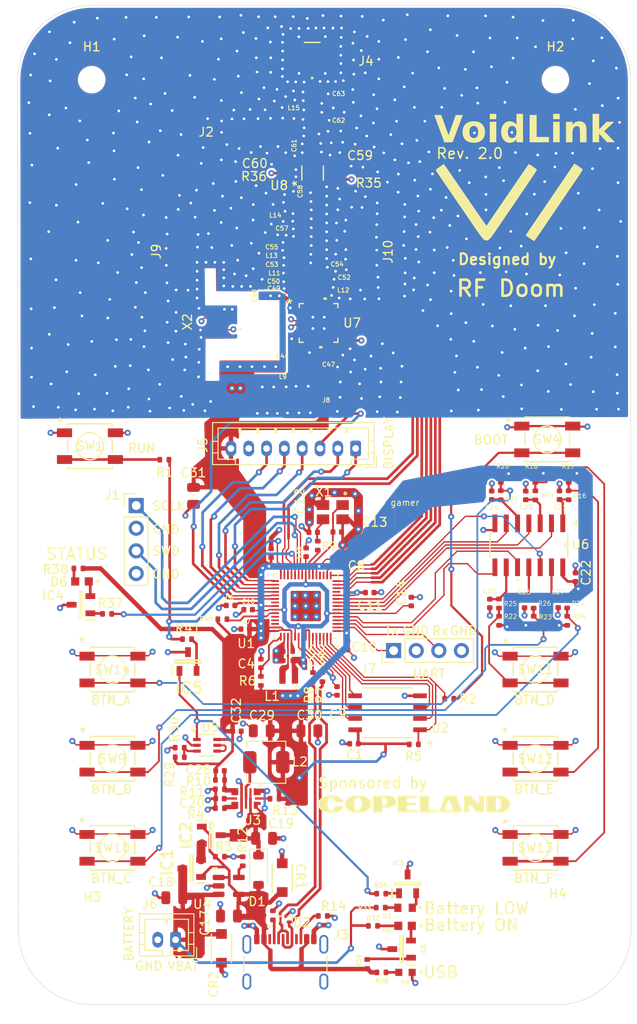
<source format=kicad_pcb>
(kicad_pcb (version 20240108) (generator "pcbnew") (generator_version "8.0")
  (title_block (title "VoidLink") (rev "2.0") (company "RF Doom"))
  (layers (0 "F.Cu" signal) (1 "In1.Cu" signal) (2 "In2.Cu" signal) (31 "B.Cu" power) (34 "B.Paste" user) (35 "F.Paste" user) (36 "B.SilkS" user "B.Silkscreen") (37 "F.SilkS" user "F.Silkscreen") (38 "B.Mask" user) (39 "F.Mask" user) (44 "Edge.Cuts" user))
  (net 0 "")
  (net 1 "GND")
  (net 2 "+3V3")
  (net 3 "+1V1")
  (net 4 "/VREG_AVDD")
  (net 5 "VBUS")
  (net 6 "/VBAT")
  (net 7 "Net-(C21-Pad1)")
  (net 8 "Net-(C23-Pad1)")
  (net 9 "Net-(C24-Pad1)")
  (net 10 "Net-(C25-Pad1)")
  (net 11 "Net-(C26-Pad1)")
  (net 12 "Net-(C27-Pad1)")
  (net 13 "/USB_D+")
  (net 14 "/USB_D-")
  (net 15 "/SWD")
  (net 16 "/SWCLK")
  (net 22 "/USB_CC1")
  (net 24 "/USB_CC2")
  (net 25 "/DISPLAY_RESET")
  (net 26 "/SPI1_TX")
  (net 27 "/DISPLAY_BUSY")
  (net 28 "/SPI1_CLK")
  (net 29 "/DISPLAY_DC")
  (net 30 "/SPI1_CS")
  (net 31 "/VREG_LX")
  (net 32 "/RUN_IN")
  (net 33 "/RUN")
  (net 34 "/QSPI_SS")
  (net 35 "/~{USB_BOOT}")
  (net 36 "Net-(U1-USB_DP)")
  (net 37 "Net-(U1-USB_DM)")
  (net 38 "Net-(C12-Pad2)")
  (net 39 "Net-(U4-PROG)")
  (net 40 "Net-(R16-Pad1)")
  (net 41 "Net-(R18-Pad2)")
  (net 42 "Net-(R20-Pad2)")
  (net 43 "Net-(R22-Pad2)")
  (net 44 "Net-(R23-Pad2)")
  (net 45 "Net-(R24-Pad2)")
  (net 46 "/XOUT")
  (net 47 "/BTN_BACK")
  (net 49 "/BTN_MACRO_B")
  (net 50 "/QSPI_SD3")
  (net 51 "/BTN_MACRO_A")
  (net 52 "/QSPI_SD2")
  (net 53 "Net-(U1-GPIO26_ADC0)")
  (net 54 "/BTN_NEXT")
  (net 55 "/XIN")
  (net 57 "Net-(IC4-S)")
  (net 58 "/QSPI_SD1")
  (net 60 "/UART_Tx_DEBUG")
  (net 61 "/UART_Rx_DEBUG")
  (net 62 "/BTN_OK")
  (net 63 "/QSPI_SCLK")
  (net 64 "/QSPI_SD0")
  (net 65 "/BTN_MACRO_C")
  (net 67 "/Converter_In")
  (net 68 "Net-(U3-SS_TR)")
  (net 69 "Net-(IC1-S)")
  (net 70 "/Converter_Out")
  (net 71 "Net-(IC3-S)")
  (net 72 "Net-(D3-PadA)")
  (net 73 "Net-(D4-PadA)")
  (net 74 "Net-(D5-PadA)")
  (net 75 "Net-(IC3-G)")
  (net 76 "/UVLO_RST")
  (net 77 "/PG")
  (net 78 "/FB")
  (net 79 "/COMP_FSET")
  (net 80 "Net-(U5-IN+)")
  (net 81 "Net-(U5-IN-)")
  (net 82 "Net-(D6-PadA)")
  (net 83 "Net-(IC4-G)")
  (net 84 "/STATUS_LED")
  (net 85 "Net-(U7-VREG)")
  (net 86 "/SX1262/VR_PA")
  (net 87 "Net-(U7-RFI_P)")
  (net 88 "Net-(U7-RFO)")
  (net 89 "Net-(C53-Pad1)")
  (net 90 "Net-(U8-RF2)")
  (net 91 "Net-(U7-RFI_N)")
  (net 92 "Net-(C57-Pad1)")
  (net 93 "Net-(U8-RF1)")
  (net 94 "Net-(U8-CTRL)")
  (net 95 "Net-(U8-*CTRL{slash}VDD)")
  (net 96 "Net-(C61-Pad1)")
  (net 97 "Net-(U8-RFC)")
  (net 98 "Net-(C63-Pad2)")
  (net 99 "Net-(U7-DCC_SW)")
  (net 100 "/SX1262/DIO2")
  (net 101 "/SX1262/XTB")
  (net 102 "/SX1262/DIO3")
  (net 103 "/SX1262/XTA")
  (net 104 "DIO1")
  (net 105 "SPIO_RX")
  (net 106 "uC_RESET")
  (net 107 "uC_BUSY")
  (net 108 "SPI0_TX")
  (net 109 "CS{slash}NSS")
  (net 110 "Net-(IC5-S)")
  (net 111 "Net-(IC6-S)")
  (net 112 "Net-(IC6-G)")
  (net 116 "SPI0_CLK")
  (footprint "Capacitor_SMD:C_0402_1005Metric" (layer "F.Cu") (at 139.1625 110.8125 90)
    (property "Reference" "C4")
    (property "Value" "4.7u")
  )
  (footprint "Capacitor_SMD:C_0402_1005Metric" (layer "F.Cu") (at 151.3825 102.8675)
    (property "Reference" "C11")
    (property "Value" "100n")
  )
  (footprint "" (layer "F.Cu") (at 146.275 73.2475)
    (property "Reference" "")
    (property "Value" "")
  )
  (footprint "LOGO" (layer "F.Cu") (at 156.37 126.59)
    (property "Reference" "G***" (hide yes))
    (property "Value" "LOGO" (hide yes))
  )
  (footprint "Capacitor_SMD:C_0402_1005Metric" (layer "F.Cu") (at 147.92 55.0225)
    (property "Reference" "C59")
    (property "Value" "1n")
  )
  (footprint "Capacitor_SMD:C_0402_1005Metric" (layer "F.Cu") (at 139.3 69.0725 -90)
    (property "Reference" "C48")
    (property "Value" "1u")
  )
  (footprint "Resistor_SMD:R_0402_1005Metric" (layer "F.Cu") (at 165.907689 106.030565 90)
    (property "Reference" "R22")
    (property "Value" "10k")
  )
  (footprint "My_Footprints:PTS 647 SN50 SMTR2 LFS" (layer "F.Cu") (at 122.5 121.5)
    (property "Reference" "SW9")
    (property "Value" "PTS 647 SN50 SMTR2 LFS")
  )
  (footprint "My_Footprints:SX1262_QFN24_4X4_SEM" (layer "F.Cu") (at 145.6375 72.62)
    (property "Reference" "U7")
    (property "Value" "~")
  )
  (footprint "" (layer "F.Cu") (at 145 73.2475)
    (property "Reference" "")
    (property "Value" "")
  )
  (footprint "My_Footprints:DCK6" (layer "F.Cu") (at 133.1125 119.9975)
    (property "Reference" "U5")
    (property "Value" "TLV3012AIDCKR")
  )
  (footprint "Inductor_SMD:L_Changjiang_FXL0420" (layer "F.Cu") (at 139.772702 121.8968)
    (property "Reference" "L2")
    (property "Value" "560n")
  )
  (footprint "Resistor_SMD:R_0402_1005Metric" (layer "F.Cu") (at 165.897689 104.096765 90)
    (property "Reference" "R25")
    (property "Value" "10k")
  )
  (footprint "Capacitor_SMD:C_0402_1005Metric" (layer "F.Cu") (at 141.73 54.8225 180)
    (property "Reference" "C60")
    (property "Value" "1n")
  )
  (footprint "My_Footprints:HARWIN_S0991-46R" (layer "F.Cu") (at 130.31 64.404941 90)
    (property "Reference" "J9")
    (property "Value" "S0991-46R")
  )
  (footprint "My_Footprints:LEDM1608X80_blue" (layer "F.Cu") (at 155.4 145.47 180)
    (property "Reference" "D4")
    (property "Value" "LTST-C190TBKT")
  )
  (footprint "My_Footprints:PTS 647 SN50 SMTR2 LFS" (layer "F.Cu") (at 170 131.5)
    (property "Reference" "SW13")
    (property "Value" "PTS 647 SN50 SMTR2 LFS")
  )
  (footprint "My_Footprints:SOT96P240X110-3N" (layer "F.Cu") (at 130.98 110.6 90)
    (property "Reference" "IC5")
    (property "Value" "DMP1045U-7" (hide yes))
  )
  (footprint "Resistor_SMD:R_0402_1005Metric" (layer "F.Cu") (at 134.5627 132.4877)
    (property "Reference" "R3")
    (property "Value" "100k")
  )
  (footprint "My_Footprints:SOT96P240X110-3N" (layer "F.Cu") (at 133.5827 130.0777)
    (property "Reference" "IC2")
    (property "Value" "DMP1045U-7" (hide yes))
  )
  (footprint "My_Footprints:HARWIN_S0991-46R" (layer "F.Cu") (at 142.15 81.27)
    (property "Reference" "J8")
    (property "Value" "S0991-46R")
  )
  (footprint "My_Footprints:PTS 647 SN50 SMTR2 LFS" (layer "F.Cu") (at 170 111.5)
    (property "Reference" "SW11")
    (property "Value" "PTS 647 SN50 SMTR2 LFS")
  )
  (footprint "Resistor_SMD:R_0402_1005Metric" (layer "F.Cu") (at 141.73 55.8225 180)
    (property "Reference" "R36")
    (property "Value" "100")
  )
  (footprint "My_Footprints:SOT-723_0P85X1P25_ONS-L" (layer "F.Cu") (at 141.932701 139.707)
    (property "Reference" "D2")
    (property "Value" "ESD7L5.0DT5G")
  )
  (footprint "Capacitor_SMD:C_0402_1005Metric" (layer "F.Cu") (at 143.32 68.1475)
    (property "Reference" "C50")
    (property "Value" "47p")
  )
  (footprint "Resistor_SMD:R_0402_1005Metric" (layer "F.Cu") (at 156.3375 119.8975)
    (property "Reference" "R5")
    (property "Value" "10k")
  )
  (footprint "Resistor_SMD:R_0402_1005Metric" (layer "F.Cu") (at 145.0125 112.3475 90)
    (property "Reference" "R8")
    (property "Value" "27")
  )
  (footprint "Resistor_SMD:R_0402_1005Metric" (layer "F.Cu") (at 140.6975 125.9975 180)
    (property "Reference" "R13")
    (property "Value" "100k")
  )
  (footprint "My_Footprints:AOTA-B201610S3R3-101-T" (layer "F.Cu") (at 142.2875 112.21429 180)
    (property "Reference" "L1")
    (property "Value" "3.3u")
  )
  (footprint "My_Footprints:SMFSeries_SOD-123F" (layer "F.Cu") (at 134.7375 142.7725 -90)
    (property "Reference" "CR2")
    (property "Value" "SMF12CA")
  )
  (footprint "My_Footprints:SMFSeries_SOD-123F" (layer "F.Cu") (at 141.5625 134.8475 90)
    (property "Reference" "CR1")
    (property "Value" "SMF12CA")
  )
  (footprint "Inductor_SMD:L_0402_1005Metric" (layer "F.Cu") (at 144.96 48.392441 90)
    (property "Reference" "L15")
    (property "Value" "9.1n")
  )
  (footprint "My_Footprints:LEDC1608X35N_red" (layer "F.Cu") (at 155.3525 138.2225 180)
    (property "Reference" "D3")
    (property "Value" "LTW-C193DS5-ND")
  )
  (footprint "My_Footprints:PTS 647 SN50 SMTR2 LFS" (layer "F.Cu") (at 122.5 131.5)
    (property "Reference" "SW10")
    (property "Value" "PTS 647 SN50 SMTR2 LFS")
  )
  (footprint "Capacitor_SMD:C_0402_1005Metric" (layer "F.Cu") (at 134.572702 122.8568)
    (property "Reference" "C28")
    (property "Value" "10p")
  )
  (footprint "Diode_SMD:D_SOD-123" (layer "F.Cu") (at 138.8927 134.0077 -90)
    (property "Reference" "D1")
    (property "Value" "MBR0520LT")
  )
  (footprint "MountingHole:MountingHole_2.7mm_M2.5" (layer "F.Cu") (at 172.235321 45.331938)
    (property "Reference" "H2")
    (property "Value" "MountingHole")
  )
  (footprint "Inductor_SMD:L_0402_1005Metric" (layer "F.Cu") (at 143.82 65.6375 90)
    (property "Reference" "L13")
    (property "Value" "2.5n")
  )
  (footprint "Capacitor_SMD:C_0402_1005Metric" (layer "F.Cu") (at 143.4 76.6725 180)
    (property "Reference" "C44")
    (property "Value" "470n")
  )
  (footprint "Capacitor_SMD:C_0402_1005Metric" (layer "F.Cu") (at 146.15 67.6225 -90)
    (property "Reference" "C52")
    (property "Value" "1.8p")
  )
  (footprint "Capacitor_SMD:C_0402_1005Metric" (layer "F.Cu") (at 143.32 69.1475)
    (property "Reference" "C49")
    (property "Value" "47n")
  )
  (footprint "Capacitor_SMD:C_0402_1005Metric" (layer "F.Cu") (at 136.4675 118.4225)
    (property "Reference" "C32")
    (property "Value" "0.1u")
  )
  (footprint "Resistor_SMD:R_0402_1005Metric" (layer "F.Cu") (at 152.7 145.47)
    (property "Reference" "R28")
    (property "Value" "110")
  )
  (footprint "Resistor_SMD:R_0402_1005Metric" (layer "F.Cu") (at 151.1 144.53 90)
    (property "Reference" "R39")
    (property "Value" "100k")
  )
  (footprint "Capacitor_SMD:C_0402_1005Metric" (layer "F.Cu") (at 147.7375 96.0725)
    (property "Reference" "C13")
    (property "Value" "15p")
  )
  (footprint "Resistor_SMD:R_0402_1005Metric" (layer "F.Cu") (at 145.55 97.6 -90)
    (property "Reference" "R9")
    (property "Value" "1k")
  )
  (footprint "LOGO" (layer "F.Cu") (at 167.09 59.125)
    (property "Reference" "G***" (hide yes))
    (property "Value" "LOGO" (hide yes))
  )
  (footprint "Resistor_SMD:R_0402_1005Metric" (layer "F.Cu") (at 173.547689 104.086765 90)
    (property "Reference" "R27")
    (property "Value" "10k")
  )
  (footprint "Resistor_SMD:R_0402_1005Metric" (layer "F.Cu") (at 169.797689 106.026765 90)
    (property "Reference" "R23")
    (property "Value" "10k")
  )
  (footprint "Capacitor_SMD:C_0402_1005Metric" (layer "F.Cu") (at 148.8975 108.8175 -90)
    (property "Reference" "C10")
    (property "Value" "100n")
  )
  (footprint "Capacitor_SMD:C_0805_2012Metric" (layer "F.Cu") (at 131.6 92.02 -90)
    (property "Reference" "C31")
    (property "Value" "22u")
  )
  (footprint "My_Footprints:PTS 647 SN50 SMTR2 LFS" (layer "F.Cu") (at 122.5 111.5)
    (property "Reference" "SW14")
    (property "Value" "PTS 647 SN50 SMTR2 LFS")
  )
  (footprint "Resistor_SMD:R_0402_1005Metric" (layer "F.Cu") (at 118.6775 100.1575 180)
    (property "Reference" "R38")
    (property "Value" "51")
  )
  (footprint "Resistor_SMD:R_0402_1005Metric" (layer "F.Cu") (at 128.3225 87.9625)
    (property "Reference" "R1")
    (property "Value" "1k")
  )
  (footprint "MountingHole:MountingHole_2.7mm_M2.5" (layer "F.Cu") (at 120.164681 45.331918)
    (property "Reference" "H1")
    (property "Value" "MountingHole")
  )
  (footprint "Resistor_SMD:R_0402_1005Metric" (layer "F.Cu") (at 134.572702 123.8868)
    (property "Reference" "R10")
    (property "Value" "88.7k")
  )
  (footprint "Package_TO_SOT_SMD:SOT-23-5" (layer "F.Cu") (at 135.5527 135.7677)
    (property "Reference" "U4")
    (property "Value" "MCP73812T-420I-OT")
  )
  (footprint "Capacitor_SMD:C_0402_1005Metric" (layer "F.Cu") (at 149.6125 119.8225 180)
    (property "Reference" "C1")
    (property "Value" "100n")
  )
  (footprint "My_Footprints:ABM8-272-T3_ABR" (layer "F.Cu") (at 147.2375 93.8475 -90)
    (property "Reference" "X1")
    (property "Value" "ABM8-272-T3")
  )
  (footprint "Capacitor_SMD:C_0402_1005Metric" (layer "F.Cu") (at 165.0825 91.9563 90)
    (property "Reference" "C24")
    (property "Value" "0.1u")
  )
  (footprint "" (layer "F.Cu") (at 145 71.9725)
    (property "Reference" "")
    (property "Value" "")
  )
  (footprint "Resistor_SMD:R_0402_1005Metric" (layer "F.Cu") (at 134.562702 127.0468 180)
    (property "Reference" "R4")
    (property "Value" "8.06k")
  )
  (footprint "My_Footprints:HARWIN_S0991-46R" (layer "F.Cu") (at 150.31 64.404941 90)
    (property "Reference" "J10")
    (property "Value" "S0991-46R")
  )
  (footprint "My_Footprints:HARWIN_S0991-46R" (layer "F.Cu") (at 139.45 51.27)
    (property "Reference" "J2")
    (property "Value" "S0991-46R")
  )
  (footprint "Capacitor_SMD:C_0402_1005Metric" (layer "F.Cu") (at 145.04 96.1)
    (property "Reference" "C12")
    (property "Value" "15p")
  )
  (footprint "Resistor_SMD:R_0402_1005Metric" (layer "F.Cu") (at 166.1025 90.0025 -90)
    (property "Reference" "R20")
    (property "Value" "10k")
  )
  (footprint "Capacitor_SMD:C_0402_1005Metric" (layer "F.Cu") (at 140.31 98.44 90)
    (property "Reference" "C5" (hide yes))
    (property "Value" "100n")
  )
  (footprint "Capacitor_SMD:C_0402_1005Metric" (layer "F.Cu") (at 144.8675 53.12 -90)
    (property "Reference" "C61")
    (property "Value" "39p")
  )
  (footprint "Resistor_SMD:R_0402_1005Metric" (layer "F.Cu") (at 134.84 105.85 180)
    (property "Reference" "R40")
    (property "Value" "1k")
  )
  (footprint "Resistor_SMD:R_0402_1005Metric" (layer "F.Cu") (at 139.1625 112.7725 90)
    (property "Reference" "R6")
    (property "Value" "33")
  )
  (footprint "Resistor_SMD:R_0402_1005Metric" (layer "F.Cu") (at 130.87 108.09 180)
    (property "Reference" "R41")
    (property "Value" "1k")
  )
  (footprint "Capacitor_SMD:C_0402_1005Metric" (layer "F.Cu") (at 135.76 104.31 180)
    (property "Reference" "C6")
    (property "Value" "100n")
  )
  (footprint "Resistor_SMD:R_0402_1005Metric" (layer "F.Cu") (at 137.1227 133.0077 90)
    (property "Reference" "R12")
    (property "Value" "10k")
  )
  (footprint "Resistor_SMD:R_0402_1005Metric" (layer "F.Cu") (at 130.0575 121.3275)
    (property "Reference" "R29")
    (property "Value" "1.5Meg")
  )
  (footprint "Capacitor_SMD:C_0402_1005Metric" (layer "F.Cu") (at 137.73 104.78 180)
    (property "Reference" "C16")
    (property "Value" "100n")
  )
  (footprint "Inductor_SMD:L_0402_1005Metric" (layer "F.Cu") (at 143.8025 60.645 90)
    (property "Reference" "L14")
    (property "Value" "4.7n")
  )
  (footprint "Capacitor_SMD:C_0805_2012Metric" (layer "F.Cu") (at 135.58 139.15 180)
    (property "Reference" "C17")
    (property "Value" "4.7u")
  )
  (footprint "Capacitor_SMD:C_0402_1005Metric" (layer "F.Cu") (at 144.24 98.35 90)
    (property "Reference" "C15")
    (property "Value" "4.7u")
  )
  (footprint "Resistor_SMD:R_0402_1005Metric" (layer "F.Cu") (at 152.6775 136.6425)
    (property "Reference" "R34")
    (property "Value" "100k")
  )
  (footprint "Capacitor_SMD:C_0402_1005Metric" (layer "F.Cu") (at 142.82 65.6175 -90)
    (property "Reference" "C53")
    (property "Value" "3p")
  )
  (footprint "My_Footprints:SOT96P240X110-3N" (layer "F.Cu") (at 154.97 142.86 180)
    (property "Reference" "IC6")
    (property "Value" "DMP1045U-7" (hide yes))
  )
  (footprint "Capacitor_SMD:C_0402_1005Metric" (layer "F.Cu") (at 145.15 67.62 -90)
    (property "Reference" "C54")
    (property "Value" "2.4p")
  )
  (footprint "Capacitor_SMD:C_0805_2012Metric" (layer "F.Cu") (at 144.6125 118.3725)
    (property "Reference" "C30")
    (property "Value" "22u")
  )
  (footprint "Capacitor_SMD:C_0402_1005Metric" (layer "F.Cu") (at 137.4025 106.9625 180)
    (property "Reference" "C7")
    (property "Value" "100n")
  )
  (footprint "Capacitor_SMD:C_0402_1005Metric" (layer "F.Cu") (at 168.767689 104.086765 -90)
    (property "Reference" "C26")
    (property "Value" "0.1u")
  )
  (footprint "My_Footprints:PE4259_RF_SW" (layer "F.Cu") (at 144.8875 56.12 90)
    (property "Reference" "U8")
    (property "Value" "~")
  )
  (footprint "Capacitor_SMD:C_0402_1005Metric" (layer "F.Cu") (at 143.32 59.1225)
    (property "Reference" "C58")
    (property "Value" "1.8p")
  )
  (footprint "Resistor_SMD:R_0402_1005Metric" (layer "F.Cu") (at 134.562702 124.9268 180)
    (property "Reference" "R11")
    (property "Value" "19.6k")
  )
  (footprint "My_Footprints:RWY0009A" (layer "F.Cu") (at 137.492701 125.9668 -90)
    (property "Reference" "U3")
    (property "Value" "TPS62811QWRWYRQ1")
  )
  (footprint "Connector_USB:USB_C_Receptacle_GCT_USB4105-xx-A_16P_TopMnt_Horizontal" (layer "F.Cu") (at 141.9075 145.4225)
    (property "Reference" "J3")
    (property "Value" "USB_C_Receptacle_USB2.0_16P")
  )
  (footprint "Capacitor_SMD:C_0402_1005Metric" (layer "F.Cu") (at 143.32 64.1175)
    (property "Reference" "C55")
    (property "Value" "5.6p")
  )
  (footprint "Capacitor_SMD:C_0402_1005Metric" (layer "F.Cu") (at 146.75 76.25 180)
    (property "Reference" "C47")
    (property "Value" "100n")
  )
  (footprint "Resistor_SMD:R_0402_1005Metric" (layer "F.Cu") (at 166.1025 91.9425 -90)
    (property "Reference" "R21")
    (property "Value" "10k")
  )
  (footprint "Capacitor_SMD:C_0402_1005Metric" (layer "F.Cu") (at 172.547689 104.066765 -90)
    (property "Reference" "C27")
    (property "Value" "0.1u")
  )
  (footprint "My_Footprints:PTS 647 SN50 SMTR2 LFS" (layer "F.Cu") (at 119.97 86.44)
    (property "Reference" "SW1")
    (property "Value" "PTS 647 SN50 SMTR2 LFS")
  )
  (footprint "My_Footprints:SOT96P240X110-3N" (layer "F.Cu") (at 155.6375 135.5425 90)
    (property "Reference" "IC3")
    (property "Value" "DMP1045U-7" (hide yes))
  )
  (footprint "My_Footprints:C_0402_1005Metric_small_pads" (layer "F.Cu") (at 142.2075 109.4675 180)
    (property "Reference" "C2")
    (property "Value" "4.7u")
  )
  (footprint "Capacitor_SMD:C_0402_1005Metric" (layer "F.Cu") (at 174.4825 101.1425 -90)
    (property "Reference" "C22")
    (property "Value" "0.1u")
  )
  (footprint "Resistor_SMD:R_0402_1005Metric" (layer "F.Cu") (at 173.7325 90.0025 -90)
    (property "Reference" "R17")
    (property "Value" "10k")
  )
  (footprint "Resistor_SMD:R_0402_1005Metric" (layer "F.Cu") (at 121.8975 105.2575 180)
    (property "Reference" "R37")
    (property "Value" "100k")
  )
  (footprint "Capacitor_SMD:C_0402_1005Metric" (layer "F.Cu") (at 147.8625 99.0975)
    (property "Reference" "C8")
    (property "Value" "100n")
  )
  (footprint "Resistor_SMD:R_0402_1005Metric" (layer "F.Cu") (at 147.92 56.5225)
    (property "Reference" "R35")
    (property "Value" "100")
  )
  (footprint "Resistor_SMD:R_0402_1005Metric" (layer "F.Cu") (at 160.31 114.77 180)
    (property "Reference" "R2")
    (property "Value" "1k")
  )
  (footprint "Capacitor_SMD:C_0402_1005Metric" (layer "F.Cu") (at 164.867689 104.080565 -90)
    (property "Reference" "C25")
    (property "Value" "0.1u")
  )
  (footprint "Capacitor_SMD:C_0402_1005Metric" (layer "F.Cu") (at 172.6925 91.9425 90)
    (property "Reference" "C21")
    (property "Value" "0.1u")
  )
  (footprint "Resistor_SMD:R_0402_1005Metric" (layer "F.Cu") (at 169.9825 91.9625 -90)
    (property "Reference" "R19")
    (property "Value" "10k")
  )
  (footprint "My_Footprints:SOIC_128JVSIQ_WIN" (layer "F.Cu") (at 153.3875 116.3475 180)
    (property "Reference" "U2")
    (property "Value" "W25Q128JVS")
  )
  (footprint "MountingHole:MountingHole_2.7mm_M2.5" (layer "F.Cu") (at 120.2275 140.7332)
    (property "Reference" "H3")
    (property "Value" "MountingHole")
  )
  (footprint "Capacitor_SMD:C_0805_2012Metric" (layer "F.Cu") (at 139.5227 130.4377)
    (property "Reference" "C19")
    (property "Value" "22u")
  )
  (footprint "Capacitor_SMD:C_0805_2012Metric" (layer "F.Cu") (at 139.2625 118.3725 180)
    (property "Reference" "C29")
    (property "Value" "10u")
  )
  (footprint "Capacitor_SMD:C_0805_2012Metric" (layer "F.Cu") (at 129.4375 137.0975 180)
    (property "Reference" "C18")
    (property "Value" "4.7u")
  )
  (footprint "My_Footprints:SOT96P240X110-3N" (layer "F.Cu") (at 131.3927 133.8077 180)
    (property "Reference" "IC1")
    (property "Value" "DMP1045U-7" (hide yes))
  )
  (footprint "Inductor_SMD:L_0805_2012Metric" (layer "F.Cu") (at 143.9875 78.1225)
    (property "Reference" "L9")
    (property "Value" "15u")
  )
  (footprint "Connector_PinHeader_2.54mm:PinHeader_1x04_P2.54mm_Vertical" (layer "F.Cu") (at 125.1625 93.1075)
    (property "Reference" "J1")
    (property "Value" "Conn_01x04_Pin")
  )
  (footprint "Resistor_SMD:R_0402_1005Metric" (layer "F.Cu") (at 152.6255 138.2025)
    (property "Reference" "R33")
    (property "Value" "20")
  )
  (footprint "My_Footprints:SOT96P240X110-3N" (layer "F.Cu") (at 118.9675 104.2275 180)
    (property "Reference" "IC4")
    (property "Value" "DMP1045U-7" (hide yes))
  )
  (footprint "My_Footprints:LEDC1608X55N_orange" (layer "F.Cu") (at 119.0775 101.6175 180)
    (property "Reference" "D6")
    (property "Value" "LTST-C191KFKT")
  )
  (footprint "Resistor_SMD:R_0402_1005Metric" (layer "F.Cu") (at 173.557689 106.030565 90)
    (property "Reference" "R24")
    (property "Value" "10k")
  )
  (footprint "Connector_JST:JST_PH_B8B-PH-K_1x08_P2.00mm_Vertical" (layer "F.Cu") (at 149.8 86.7 180)
    (property "Reference" "J5")
    (property "Value" "Conn_01x08_Socket")
  )
  (footprint "Capacitor_SMD:C_0402_1005Metric" (layer "F.Cu") (at 143.82 62.6225 -90)
    (property "Reference" "C57")
    (property "Value" "39p")
  )
  (footprint "Inductor_SMD:L_0402_1005Metric" (layer "F.Cu") (at 143.35 67.1225 180)
    (property "Reference" "L11")
    (property "Value" "47n")
  )
  (footprint "My_Footprints:SN74HC14DR_D14" (layer "F.Cu") (at 169.2525 97.5638 -90)
    (property "Reference" "U6")
    (property "Value" "74HC14")
  )
  (footprint "Capacitor_SMD:C_0402_1005Metric" (layer "F.Cu") (at 145.3875 49.8875 180)
    (property "Reference" "C62")
    (property "Value" "3.3p")
  )
  (footprint "My_Footprints:NX2016SA_NDK" (layer "F.Cu") (at 134.22 72.6325 180)
    (property "Reference" "X2")
    (property "Value" "NX2016SA-32M-EXS00A-CS06465")
  )
  (footprint "Resistor_SMD:R_0402_1005Metric" (layer "F.Cu") (at 130.0475 120.2675 180)
    (property "Reference" "R30")
    (property "Value" "1Meg")
  )
  (footprint "Connector_JST:JST_PH_B2B-PH-K_1x02_P2.00mm_Vertical" (layer "F.Cu") (at 129.58 141.81 180)
    (property "Reference" "J6")
    (property "Value" "Conn_01x02_Pin")
  )
  (footprint "Resistor_SMD:R_0402_1005Metric" (layer "F.Cu") (at 140.5125 139.0725 90)
    (property "Reference" "R15" (hide yes))
    (property "Value" "5.1k")
  )
  (footprint "Resistor_SMD:R_0402_1005Metric" (layer "F.Cu") (at 151.75 140.25)
    (property "Reference" "R32")
    (property "Value" "91")
  )
  (footprint "Capacitor_SMD:C_0402_1005Metric" (layer "F.Cu") (at 145.4 46.9 180)
    (property "Reference" "C63")
    (property "Value" "3.3p")
  )
  (footprint "Capacitor_SMD:C_0402_1005Metric" (layer "F.Cu") (at 147.7125 113.8975 -90)
    (property "Reference" "C9")
    (property "Value" "100n")
  )
  (footprint "Connector_PinHeader_2.54mm:PinHeader_1x04_P2.54mm_Vertical" (layer "F.Cu") (at 154.0675 109.3725 90)
    (property "Reference" "J7")
    (property "Value" "Conn_01x04_Pin")
  )
  (footprint "My_Footprints:PTS 647 SN50 SMTR2 LFS" (layer "F.Cu") (at 170 121.5)
    (property "Reference" "SW12")
    (property "Value" "PTS 647 SN50 SMTR2 LFS")
  )
  (footprint "My_Footprints:PTS 647 SN50 SMTR2 LFS" (layer "F.Cu") (at 171.31875 85.68875)
    (property "Reference" "SW4")
    (property "Value" "PTS 647 SN50 SMTR2 LFS")
  )
  (footprint "Resistor_SMD:R_0402_1005Metric" (layer "F.Cu") (at 146.0625 112.3475 90)
    (property "Reference" "R7")
    (property "Value" "27")
  )
  (footprint "My_Footprints:C_0402_1005Metric_small_pads" (layer "F.Cu") (at 142.2075 110.4975 180)
    (property "Reference" "C3")
    (property "Value" "4.7u")
  )
  (footprint "Resistor_SMD:R_0402_1005Metric" (layer "F.Cu") (at 173.7225 91.9425 -90)
    (property "Reference" "R16")
    (property "Value" "10k")
  )
  (footprint "Resistor_SMD:R_0402_1005Metric" (layer "F.Cu") (at 146.1175 139.1375)
    (property "Reference" "R14")
    (property "Value" "5.1k")
  )
  (footprint "MountingHole:MountingHole_2.7mm_M2.5" (layer "F.Cu") (at 172.3875 140.73314)
    (property "Reference" "H4")
    (property "Value" "MountingHole")
  )
  (footprint "Capacitor_SMD:C_0402_1005Metric" (layer "F.Cu") (at 134.562702 125.9868 180)
    (property "Reference" "C20")
    (property "Value" "4.7n")
  )
  (footprint "" (layer "F.Cu") (at 146.275 71.9725)
    (property "Reference" "")
    (property "Value" "")
  )
  (footprint "Resistor_SMD:R_0402_1005Metric" (layer "F.Cu") (at 169.787689 104.106765 90)
    (property "Reference" "R26")
    (property "Value" "10k")
  )
  (footprint "Inductor_SMD:L_0402_1005Metric" (layer "F.Cu") (at 145.65 69.1225 180)
    (property "Reference" "L12")
    (property "Value" "15n")
  )
  (footprint "My_Footprints:LEDC1608X55N_orange" (layer "F.Cu") (at 155.35 140.25 180)
    (property "Reference" "D5")
    (property "Value" "LTST-C193TGKT-5A")
  )
  (footprint "My_Footprints:RP2350-QFN-60-1EP_7x7_P0.4mm_EP3.4x3.4mm_ThermalVias_NEW" (layer "F.Cu") (at 144.2 104.3775 180)
    (property "Reference" "U1")
    (property "Value" "RP2350_60QFN")
  )
  (footprint "Resistor_SMD:R_0402_1005Metric" (layer "F.Cu") (at 169.9725 89.9925 -90)
    (property "Reference" "R18")
    (property "Value" "10k")
  )
  (footprint "My_Footprints:MHF I_RECE_IPX" (layer "F.Cu") (at 144.92 42.58 -90)
    (property "Reference" "J4")
    (property "Value" "IPEX1")
  )
  (footprint "Capacitor_SMD:C_0402_1005Metric" (layer "F.Cu") (at 168.9025 91.9625 90)
    (property "Reference" "C23")
    (property "Value" "0.1u")
  )
  (footprint "Capacitor_SMD:C_0402_1005Metric" (layer "F.Cu") (at 156.05 103.87 90)
    (property "Reference" "C14")
    (property "Value" "100n")
  )
  (gr_line (start 111.925321 140.736225) (end 111.8625 45.335) (stroke (width 0.05)) (layer "Edge.Cuts"))
  (gr_arc (start 111.8625 45.335) (mid 114.312354 39.420495) (end 120.226858 36.970642) (stroke (width 0.05)) (layer "Edge.Cuts"))
  (gr_line (start 172.359679 149.100583) (end 120.289679 149.100583) (stroke (width 0.05)) (layer "Edge.Cuts"))
  (gr_line (start 172.296858 36.970642) (end 120.226858 36.970642) (stroke (width 0.05)) (layer "Edge.Cuts"))
  (gr_arc (start 120.289679 149.100583) (mid 114.37517 146.650722) (end 111.925321 140.736225) (stroke (width 0.05)) (layer "Edge.Cuts"))
  (gr_arc (start 172.296858 36.970642) (mid 178.211356 39.420519) (end 180.661216 45.335) (stroke (width 0.05)) (layer "Edge.Cuts"))
  (gr_line (start 180.724037 140.736225) (end 180.661216 45.335) (stroke (width 0.05)) (layer "Edge.Cuts"))
  (gr_arc (start 180.724037 140.736225) (mid 178.274173 146.650718) (end 172.359679 149.100583) (stroke (width 0.05)) (layer "Edge.Cuts"))
  (gr_text "BTN_C" (at 120 135.5 0) (layer "F.SilkS") (effects (font (size 1 1) (thickness 0.155)) (justify left bottom)))
  (gr_text "GND" (at 160.2775 107.7175 0) (layer "F.SilkS") (effects (font (size 1 1) (thickness 0.155)) (justify left bottom)))
  (gr_text "Battery ON" (at 157.36 140.91 0) (layer "F.SilkS") (effects (font (size 1.3 1.3) (thickness 0.19)) (justify left bottom)))
  (gr_text "BTN_A" (at 120 115.5 0) (layer "F.SilkS") (effects (font (size 1 1) (thickness 0.155)) (justify left bottom)))
  (gr_text "BTN_E" (at 167.5 125.5 0) (layer "F.SilkS") (effects (font (size 1 1) (thickness 0.155)) (justify left bottom)))
  (gr_text "Rx" (at 158.2875 107.7375 0) (layer "F.SilkS") (effects (font (size 1 1) (thickness 0.155)) (justify left bottom)))
  (gr_text "Sponsored by" (at 145.48 124.92 0) (layer "F.SilkS") (effects (font (size 1.2 1.2) (thickness 0.2) (bold yes)) (justify left bottom)))
  (gr_text "GND" (at 124.96 145.35 0) (layer "F.SilkS") (effects (font (size 1 1) (thickness 0.155)) (justify left bottom)))
  (gr_text "DISPLAY" (at 154.1 89.18 90) (layer "F.SilkS") (effects (font (size 1 1) (thickness 0.155)) (justify left bottom)))
  (gr_text "Designed by" (at 161.175 66.177559 0) (layer "F.SilkS") (effects (font (size 1.2 1.2) (thickness 0.24) (bold yes)) (justify left bottom)))
  (gr_text "GND" (at 154.9075 107.7375 0) (layer "F.SilkS") (effects (font (size 1 1) (thickness 0.155)) (justify left bottom)))
  (gr_text "BTN_F" (at 167.5 135.5 0) (layer "F.SilkS") (effects (font (size 1 1) (thickness 0.155)) (justify left bottom)))
  (gr_text "BOOT" (at 162.96625 86.31875 0) (layer "F.SilkS") (effects (font (size 1 1) (thickness 0.155)) (justify left bottom)))
  (gr_text "SCLK" (at 126.86 93.74 0) (layer "F.SilkS") (effects (font (size 1 1) (thickness 0.155)) (justify left bottom)))
  (gr_text "gamer" (at 153.66 93.18 0) (layer "F.SilkS") (effects (font (size 0.7 0.7) (thickness 0.1)) (justify left bottom)))
  (gr_text "GND" (at 126.88 101.38 0) (layer "F.SilkS") (effects (font (size 1 1) (thickness 0.155)) (justify left bottom)))
  (gr_text "SWD" (at 126.88 98.81 0) (layer "F.SilkS") (effects (font (size 1 1) (thickness 0.155)) (justify left bottom)))
  (gr_text "VoidLink" (at 158.606014 52.861604 0) (layer "F.SilkS") (effects (font (size 3 3) (thickness 0.5) (bold yes)) (justify left bottom)))
  (gr_text "RUN" (at 124.13 87.25 0) (layer "F.SilkS") (effects (font (size 1 1) (thickness 0.155)) (justify left bottom)))
  (gr_text "BTN_B" (at 120 125.5 0) (layer "F.SilkS") (effects (font (size 1 1) (thickness 0.155)) (justify left bottom)))
  (gr_text "BATTERY" (at 124.93 144.37 90) (layer "F.SilkS") (effects (font (size 1 1) (thickness 0.155)) (justify left bottom)))
  (gr_text "BTN_D" (at 167.5 115.5 0) (layer "F.SilkS") (effects (font (size 1 1) (thickness 0.155)) (justify left bottom)))
  (gr_text "STATUS" (at 114.9275 99.2875 0) (layer "F.SilkS") (effects (font (size 1.3 1.3) (thickness 0.19)) (justify left bottom)))
  (gr_text "USB" (at 157.29 146.23 0) (layer "F.SilkS") (effects (font (size 1.3 1.3) (thickness 0.19)) (justify left bottom)))
  (gr_text "Rev. 2.0" (at 158.756014 54.311604 0) (layer "F.SilkS") (effects (font (size 1.2 1.2) (thickness 0.17)) (justify left bottom)))
  (gr_text "Tx" (at 152.9375 107.7175 0) (layer "F.SilkS") (effects (font (size 1 1) (thickness 0.155)) (justify left bottom)))
  (gr_text "Battery LOW" (at 157.36 139.0475 0) (layer "F.SilkS") (effects (font (size 1.3 1.3) (thickness 0.19)) (justify left bottom)))
  (gr_text "UART" (at 156.1125 112.5725 0) (layer "F.SilkS") (effects (font (size 1 1) (thickness 0.155)) (justify left bottom)))
  (gr_text "RF Doom" (at 160.955 69.797559 0) (layer "F.SilkS") (effects (font (size 1.8 1.8) (thickness 0.3) (bold yes)) (justify left bottom)))
  (gr_text "GND" (at 126.89 96.36 0) (layer "F.SilkS") (effects (font (size 1 1) (thickness 0.155)) (justify left bottom)))
  (gr_text "VBAT" (at 128.59 145.37 0) (layer "F.SilkS") (effects (font (size 1 1) (thickness 0.155)) (justify left bottom)))
  (segment (start 143.177241 71.869999) (end 143.669 71.869999) (width 0.2) (layer "F.Cu") (net 1))
  (segment (start 141.6875 130.4377) (end 141.7027 130.4377) (width 0.5) (layer "F.Cu") (net 1))
  (segment (start 136.7625 119.2975) (end 136.775 119.285) (width 0.15) (layer "F.Cu") (net 1))
  (segment (start 135.15 145.73) (end 134.7375 145.3175) (width 0.5) (layer "F.Cu") (net 1))
  (segment (start 146.705 46.9) (end 146.7225 46.9175) (width 0.3421) (layer "F.Cu") (net 1))
  (segment (start 148.4625 119.8225) (end 148.3375 119.6975) (width 0.3) (layer "F.Cu") (net 1))
  (segment (start 144.9693 57.775641) (end 144.735 58.009941) (width 0.3) (layer "F.Cu") (net 1))
  (segment (start 149.7375 91.797499) (end 149.9375 91.997499) (width 0.3) (layer "F.Cu") (net 1))
  (segment (start 147.22 67.16) (end 146.3875 67.16) (width 0.25) (layer "F.Cu") (net 1))
  (segment (start 155.6375 133.5675) (end 155.9225 133.2825) (width 0.3) (layer "F.Cu") (net 1))
  (segment (start 149.7375 91.797499) (end 150.1175 92.177499) (width 1) (layer "F.Cu") (net 1))
  (segment (start 144.41 96.1) (end 144.56 96.1) (width 0.3) (layer "F.Cu") (net 1))
  (segment (start 141.8675 68.1475) (end 142.865 68.1475) (width 0.3421) (layer "F.Cu") (net 1))
  (segment (start 117.9875 129.5125) (end 118.425 129.95) (width 0.15) (layer "F.Cu") (net 1))
  (segment (start 141.220001 95.829949) (end 140.31 96.73995) (width 0.5) (layer "F.Cu") (net 1))
  (segment (start 132.495 73.3075) (end 133.4961 73.3075) (width 0.25) (layer "F.Cu") (net 1))
  (segment (start 165.875 110) (end 174 110) (width 0.15) (layer "F.Cu") (net 1))
  (segment (start 144.55 97) (end 144.24 97.31) (width 0.15) (layer "F.Cu") (net 1))
  (segment (start 147.43 91.6475) (end 145.2125 91.6475) (width 1) (layer "F.Cu") (net 1))
  (segment (start 133.3123 135.7677) (end 134.4152 135.7677) (width 0.3) (layer "F.Cu") (net 1))
  (segment (start 142.47 71.162758) (end 143.177241 71.869999) (width 0.2) (layer "F.Cu") (net 1))
  (segment (start 134.082702 124.9568) (end 134.052702 124.9268) (width 0.3) (layer "F.Cu") (net 1))
  (segment (start 128.9775 120.2675) (end 128.6575 120.5875) (width 0.25) (layer "F.Cu") (net 1))
  (segment (start 140.3675 54.8225) (end 141.25 54.8225) (width 0.3) (layer "F.Cu") (net 1))
  (segment (start 155.3125 114.4475) (end 155.3175 114.4425) (width 0.2) (layer "F.Cu") (net 1))
  (segment (start 148.997501 94.647501) (end 148.3375 94.647501) (width 0.5) (layer "F.Cu") (net 1))
  (segment (start 153.92 142.86) (end 152.71 142.86) (width 0.3) (layer "F.Cu") (net 1))
  (segment (start 133.3682 125.9868) (end 134.082702 125.9868) (width 0.3) (layer "F.Cu") (net 1))
  (segment (start 136.775 119.285) (end 136.9475 119.1125) (width 0.15) (layer "F.Cu") (net 1))
  (segment (start 135.9425 71.0825) (end 135.95 71.09) (width 0.25) (layer "F.Cu") (net 1))
  (segment (start 150.1175 95.7675) (end 148.3375 97.5475) (width 1) (layer "F.Cu") (net 1))
  (segment (start 116.9625 104.2475) (end 117.9025 104.2475) (width 0.3) (layer "F.Cu") (net 1))
  (segment (start 156.065 103.375) (end 156.05 103.39) (width 0.15) (layer "F.Cu") (net 1))
  (segment (start 133.1975 125.1275) (end 133.3982 124.9268) (width 0.3) (layer "F.Cu") (net 1))
  (segment (start 136.7875 127.7975) (end 136.7875 127.6975) (width 0.3) (layer "F.Cu") (net 1))
  (segment (start 141.5375 131.9225) (end 141.5375 133.0596) (width 0.5) (layer "F.Cu") (net 1))
  (segment (start 133.1875 127.2175) (end 133.3582 127.0468) (width 0.3) (layer "F.Cu") (net 1))
  (segment (start 148.37 76.225) (end 147.255 76.225) (width 0.3) (layer "F.Cu") (net 1))
  (segment (start 156.15 146.3) (end 156.15 145.47) (width 0.3) (layer "F.Cu") (net 1))
  (segment (start 136.9475 119.1125) (end 136.9475 118.4225) (width 0.15) (layer "F.Cu") (net 1))
  (segment (start 172.6925 90.6575) (end 172.6925 91.4625) (width 0.3) (layer "F.Cu") (net 1))
  (segment (start 172.7025 90.6475) (end 172.6925 90.6575) (width 0.3) (layer "F.Cu") (net 1))
  (segment (start 152.6775 102.825) (end 152.7125 102.79) (width 0.2) (layer "F.Cu") (net 1))
  (segment (start 143.9 76.6725) (end 144.625 75.9475) (width 0.25) (layer "F.Cu") (net 1))
  (segment (start 142.47 70.9325) (end 142.47 71.162758) (width 0.2) (layer "F.Cu") (net 1))
  (segment (start 172.497689 105.366765) (end 172.547689 105.316765) (width 0.25) (layer "F.Cu") (net 1))
  (segment (start 126.55 129.95) (end 127 129.5) (width 0.15) (layer "F.Cu") (net 1))
  (segment (start 138.261814 140.223186) (end 137.336814 140.223186) (width 0.5) (layer "F.Cu") (net 1))
  (segment (start 133.2075 126.1475) (end 133.3682 125.9868) (width 0.3) (layer "F.Cu") (net 1))
  (segment (start 134.8439 71.3086) (end 135.07 71.0825) (width 0.25) (layer "F.Cu") (net 1))
  (segment (start 145.512499 93.047499) (end 146.1375 93.047499) (width 0.5) (layer "F.Cu") (net 1))
  (segment (start 141.200686 137.874314) (end 140.5125 138.5625) (width 0.3) (layer "F.Cu") (net 1))
  (segment (start 146.3875 67.16) (end 146.625 66.9225) (width 0.25) (layer "F.Cu") (net 1))
  (segment (start 174.05 119.95) (end 174.5 119.5) (width 0.15) (layer "F.Cu") (net 1))
  (segment (start 165.0825 90.6425) (end 165.0825 91.4763) (width 0.25) (layer "F.Cu") (net 1))
  (segment (start 164.3599 95.8549) (end 165.4425 95.8549) (width 0.25) (layer "F.Cu") (net 1))
  (segment (start 145.7375 140.1775) (end 146.7425 140.1775) (width 0.5) (layer "F.Cu") (net 1))
  (segment (start 172.547689 105.316765) (end 172.547689 104.546765) (width 0.25) (layer "F.Cu") (net 1))
  (segment (start 142.512301 138.6067) (end 141.932701 139.1863) (width 0.3) (layer "F.Cu") (net 1))
  (segment (start 137.25 104.81) (end 137.25 104.78) (width 0.25) (layer "F.Cu") (net 1))
  (segment (start 141.7027 130.4377) (end 141.7125 130.4475) (width 0.5) (layer "F.Cu") (net 1))
  (segment (start 144.24 97.31) (end 144.24 97.87) (width 0.15) (layer "F.Cu") (net 1))
  (segment (start 136.35 105.34) (end 136.72 105.34) (width 0.25) (layer "F.Cu") (net 1))
  (segment (start 135.95 71.09) (end 135.82 71.22) (width 0.25) (layer "F.Cu") (net 1))
  (segment (start 134.052702 126.0168) (end 134.082702 125.9868) (width 0.3) (layer "F.Cu") (net 1))
  (segment (start 127.7475 137.0975) (end 128.4875 137.0975) (width 0.3) (layer "F.Cu") (net 1))
  (segment (start 118.425 109.95) (end 126.55 109.95) (width 0.15) (layer "F.Cu") (net 1))
  (segment (start 175.83 84.25) (end 174.2375 84.25) (width 0.25) (layer "F.Cu") (net 1))
  (segment (start 144.9693 56.866) (end 144.9693 57.775641) (width 0.3) (layer "F.Cu") (net 1))
  (segment (start 134.8439 72.0325) (end 134.8439 71.3086) (width 0.25) (layer "F.Cu") (net 1))
  (segment (start 168.46125 84.18875) (end 174.17625 84.18875) (width 0.25) (layer "F.Cu") (net 1))
  (segment (start 133.1075 135.9725) (end 133.3123 135.7677) (width 0.3) (layer "F.Cu") (net 1))
  (segment (start 165.4375 109.5625) (end 165.875 110) (width 0.15) (layer "F.Cu") (net 1))
  (segment (start 146.625 66.9225) (end 146.625 66.3725) (width 0.25) (layer "F.Cu") (net 1))
  (segment (start 168.9025 90.6475) (end 168.9025 91.4825) (width 0.25) (layer "F.Cu") (net 1))
  (segment (start 152.6775 102.825) (end 152.635 102.8675) (width 0.3) (layer "F.Cu") (net 1))
  (segment (start 139.1625 109.4975) (end 139.1625 110.3325) (width 0.2) (layer "F.Cu") (net 1))
  (segment (start 150.1175 92.177499) (end 150.1175 93.7) (width 1) (layer "F.Cu") (net 1))
  (segment (start 134.082702 125.9868) (end 134.082702 124.9568) (width 0.3) (layer "F.Cu") (net 1))
  (segment (start 141.5125 131.8975) (end 141.5375 131.9225) (width 0.5) (layer "F.Cu") (net 1))
  (segment (start 141.7 59.09) (end 141.7325 59.1225) (width 0.3) (layer "F.Cu") (net 1))
  (segment (start 155.6375 134.4925) (end 155.6375 133.5675) (width 0.3) (layer "F.Cu") (net 1))
  (segment (start 133.3582 127.0468) (end 134.052702 127.0468) (width 0.3) (layer "F.Cu") (net 1))
  (segment (start 147.55 66.83) (end 147.22 67.16) (width 0.25) (layer "F.Cu") (net 1))
  (segment (start 145.1075 141.7425) (end 145.1075 140.8075) (width 0.5) (layer "F.Cu") (net 1))
  (segment (start 148.3375 97.5475) (end 148.3375 94.647501) (width 0.3) (layer "F.Cu") (net 1))
  (segment (start 144.6625 92.1975) (end 144.875 91.985) (width 1) (layer "F.Cu") (net 1))
  (segment (start 136.9225 106.9625) (end 136.1625 106.9625) (width 0.2) (layer "F.Cu") (net 1))
  (segment (start 145.2125 91.6475) (end 144.875 91.985) (width 1) (layer "F.Cu") (net 1))
  (segment (start 136.09 132.4877) (end 137.1127 132.4877) (width 0.3) (layer "F.Cu") (net 1))
  (segment (start 136.7875 127.7975) (end 136.992702 127.592298) (width 0.3) (layer "F.Cu") (net 1))
  (segment (start 144.376999 71.869999) (end 144.4 71.893) (width 0.3) (layer "F.Cu") (net 1))
  (segment (start 165.1025 90.6225) (end 165.0825 90.6425) (width 0.25) (layer "F.Cu") (net 1))
  (segment (start 166.83 84.32) (end 168.33 84.32) (width 0.25) (layer "F.Cu") (net 1))
  (segment (start 146.1375 93.047499) (end 146.1375 91.7225) (width 0.5) (layer "F.Cu") (net 1))
  (segment (start 134.73056 104.31) (end 135.26 104.31) (width 0.3) (layer "F.Cu") (net 1))
  (segment (start 130.6875 119.1075) (end 130.6875 119.306401) (width 0.25) (layer "F.Cu") (net 1))
  (segment (start 143.42 40.52) (end 143.445 40.545) (width 0.3) (layer "F.Cu") (net 1))
  (segment (start 149.6125 110.0125) (end 148.8975 109.2975) (width 0.15) (layer "F.Cu") (net 1))
  (segment (start 164.145571 95.843479) (end 164.271321 95.843479) (width 0.25) (layer "F.Cu") (net 1))
  (segment (start 142.63 73.9425) (end 143.202499 73.370001) (width 0.2) (layer "F.Cu") (net 1))
  (segment (start 124.20875 84.94) (end 122.73125 84.94) (width 0.25) (layer "F.Cu") (net 1))
  (segment (start 144.6075 94.9925) (end 144.6075 93.54) (width 1) (layer "F.Cu") (net 1))
  (segment (start 146.4 40.5) (end 146.4 41.23) (width 0.3) (layer "F.Cu") (net 1))
  (segment (start 168.33 84.32) (end 168.46125 84.18875) (width 0.25) (layer "F.Cu") (net 1))
  (segment (start 134.7375 145.3175) (end 134.7375 144.3854) (width 0.5) (layer "F.Cu") (net 1))
  (segment (start 143.445 44.625) (end 143.445 42.58) (width 0.3) (layer "F.Cu") (net 1))
  (segment (start 134.63 137.84) (end 134.63 139.15) (width 0.3) (layer "F.Cu") (net 1))
  (segment (start 174 110) (end 174.45 109.55) (width 0.15) (layer "F.Cu") (net 1))
  (segment (start 148.3425 99.0975) (end 148.3425 97.5525) (width 0.3) (layer "F.Cu") (net 1))
  (segment (start 144.4 73.347) (end 144.376999 73.370001) (width 0.3) (layer "F.Cu") (net 1))
  (segment (start 129.5375 120.2675) (end 128.9775 120.2675) (width 0.25) (layer "F.Cu") (net 1))
  (segment (start 136.992702 125.9668) (end 136.992702 124.352702) (width 0.3) (layer "F.Cu") (net 1))
  (segment (start 164.867689 105.436765) (end 164.867689 104.560565) (width 0.25) (layer "F.Cu") (net 1))
  (segment (start 148.4 55.0225) (end 149.3 55.0225) (width 0.3) (layer "F.Cu") (net 1))
  (segment (start 149.6125 110.1725) (end 149.6125 110.0125) (width 0.15) (layer "F.Cu") (net 1))
  (segment (start 147.4675 139.3575) (end 147.2475 139.1375) (width 0.3) (layer "F.Cu") (net 1))
  (segment (start 143.202499 73.370001) (end 143.669 73.370001) (width 0.2) (layer "F.Cu") (net 1))
  (segment (start 148.3425 97.5525) (end 148.3375 97.5475) (width 0.3) (layer "F.Cu") (net 1))
  (segment (start 146.387501 71.869999) (end 146.387501 70.6515) (width 0.3) (layer "F.Cu") (net 1))
  (segment (start 143.445 40.545) (end 143.445 42.58) (width 0.3) (layer "F.Cu") (net 1))
  (segment (start 142.1675 69.1475) (end 142.865 69.1475) (width 0.3421) (layer "F.Cu") (net 1))
  (segment (start 144.875 91.985) (end 145.1375 91.7225) (width 0.3) (layer "F.Cu") (net 1))
  (segment (start 140.3675 54.8225) (end 140.3425 54.8225) (width 0.2) (layer "F.Cu") (net 1))
  (segment (start 139.3 68.5925) (end 139.3 67.7225) (width 0.2) (layer "F.Cu") (net 1))
  (segment (start 146.8225 49.8875) (end 146.825 49.89) (width 0.3421) (layer "F.Cu") (net 1))
  (segment (start 164.872689 105.441765) (end 164.867689 105.436765) (width 0.25) (layer "F.Cu") (net 1))
  (segment (start 137.1575 117.5575) (end 137.4975 117.5575) (width 0.15) (layer "F.Cu") (net 1))
  (segment (start 142.63 74.3925) (end 142.63 73.9425) (width 0.2) (layer "F.Cu") (net 1))
  (segment (start 146.7475 114.3475) (end 146.7175 114.3775) (width 0.15) (layer "F.Cu") (net 1))
  (segment (start 144.6075 93.54) (end 144.6075 92.2525) (width 1) (layer "F.Cu") (net 1))
  (segment (start 149.587501 91.6475) (end 147.43 91.6475) (width 1) (layer "F.Cu") (net 1))
  (segment (start 141.7325 59.1225) (end 142.84 59.1225) (width 0.3) (layer "F.Cu") (net 1))
  (segment (start 138.7075 141.7425) (end 138.7075 140.668872) (width 0.5) (layer "F.Cu") (net 1))
  (segment (start 165.925 129.95) (end 174.05 129.95) (width 0.15) (layer "F.Cu") (net 1))
  (segment (start 149.7375 91.797499) (end 149.587501 91.6475) (width 1) (layer "F.Cu") (net 1))
  (segment (start 134.6 137.81) (end 134.63 137.84) (width 0.3) (layer "F.Cu") (net 1))
  (segment (start 132.3825 73.42) (end 132.495 73.3075) (width 0.25) (layer "F.Cu") (net 1))
  (segment (start 174.4825 99.8225) (end 174.4825 100.6625) (width 0.3) (layer "F.Cu") (net 1))
  (segment (start 165.4875 119.5125) (end 165.925 119.95) (width 0.15) (layer "F.Cu") (net 1))
  (segment (start 144.887499 73.370001) (end 143.669 73.370001) (width 0.3) (layer "F.Cu") (net 1))
  (segment (start 136.992702 127.592298) (end 136.992702 125.9668) (width 0.3) (layer "F.Cu") (net 1))
  (segment (start 130.69 94.23) (end 130.69 93.93) (width 0.3) (layer "F.Cu") (net 1))
  (segment (start 136.992702 124.352702) (end 136.6625 124.0225) (width 0.3) (layer "F.Cu") (net 1))
  (segment (start 135.57 72.0325) (end 134.8439 72.0325) (width 0.25) (layer "F.Cu") (net 1))
  (segment (start 139.2625 109.3975) (end 139.225 109.435) (width 0.2) (layer "F.Cu") (net 1))
  (segment (start 149.662501 91.7225) (end 149.7375 91.797499) (width 0.3) (layer "F.Cu") (net 1))
  (segment (start 146.4 41.23) (end 146.395 41.235) (width 0.3) (layer "F.Cu") (net 1))
  (segment (start 130.69 93.93) (end 131.67 92.95) (width 0.3) (layer "F.Cu") (net 1))
  (segment (start 140.4727 130.4377) (end 141.6875 130.4377) (width 0.5) (layer "F.Cu") (net 1))
  (segment (start 132.4886 74.24) (end 133.3711 73.3575) (width 0.25) (layer "F.Cu") (net 1))
  (segment (start 145.1075 140.8075) (end 145.7375 140.1775) (width 0.5) (layer "F.Cu") (net 1))
  (segment (start 150.1175 93.7) (end 150.1175 95.7675) (width 1) (layer "F.Cu") (net 1))
  (segment (start 136.7875 127.6975) (end 136.8875 127.5975) (width 0.3) (layer "F.Cu") (net 1))
  (segment (start 144.887499 75.685001) (end 144.625 75.9475) (width 0.25) (layer "F.Cu") (net 1))
  (segment (start 137.336814 140.223186) (end 137.31 140.25) (width 0.5) (layer "F.Cu") (net 1))
  (segment (start 143.88 76.6725) (end 143.9 76.6725) (width 0.25) (layer "F.Cu") (net 1))
  (segment (start 127.26 136.61) (end 127.7475 137.0975) (width 0.3) (layer "F.Cu") (net 1))
  (segment (start 137.2325 117.4825) (end 137.1575 117.5575) (width 0.15) (layer "F.Cu") (net 1))
  (segment (start 145.8675 49.8875) (end 146.8225 49.8875) (width 0.3421) (layer "F.Cu") (net 1))
  (segment (start 144.6625 92.1975) (end 145.512499 93.047499) (width 0.5) (layer "F.Cu") (net 1))
  (segment (start 136.09 132.4877) (end 135.0727 132.4877) (width 0.3) (layer "F.Cu") (net 1))
  (segment (start 126.55 119.95) (end 127 119.5) (width 0.15) (layer "F.Cu") (net 1))
  (segment (start 141.72 68) (end 141.8675 68.1475) (width 0.3421) (layer "F.Cu") (net 1))
  (segment (start 133.3982 124.9268) (end 134.052702 124.9268) (width 0.3) (layer "F.Cu") (net 1))
  (segment (start 145.88 46.9) (end 146.705 46.9) (width 0.3421) (layer "F.Cu") (net 1))
  (segment (start 131.378599 119.9975) (end 131.978649 119.9975) (width 0.25) (layer "F.Cu") (net 1))
  (segment (start 136.72 105.34) (end 137.25 104.81) (width 0.25) (layer "F.Cu") (net 1))
  (segment (start 142.7333 138.6067) (end 142.512301 138.6067) (width 0.3) (layer "F.Cu") (net 1))
  (segment (start 146.8125 114.3475) (end 146.7475 114.3475) (width 0.15) (layer "F.Cu") (net 1))
  (segment (start 145.1375 91.7225) (end 146.1375 91.7225) (width 0.3) (layer "F.Cu") (net 1))
  (segment (start 156.9875 114.4425) (end 155.3175 114.4425) (width 0.3) (layer "F.Cu") (net 1))
  (segment (start 138.7075 140.668872) (end 138.261814 140.223186) (width 0.5) (layer "F.Cu") (net 1))
  (segment (start 156.51 146.66) (end 156.15 146.3) (width 0.3) (layer "F.Cu") (net 1))
  (segment (start 168.767689 105.426765) (end 168.767689 104.566765) (width 0.25) (layer "F.Cu") (net 1))
  (segment (start 134.44028 104.60028) (end 134.73056 104.31) (width 0.3) (layer "F.Cu") (net 1))
  (segment (start 141.78 68.76) (end 142.1675 69.1475) (width 0.3421) (layer "F.Cu") (net 1))
  (segment (start 140.31 96.73995) (end 140.31 97.96) (width 0.5) (layer "F.Cu") (net 1))
  (segment (start 147.255 76.225) (end 147.23 76.25) (width 0.3) (layer "F.Cu") (net 1))
  (segment (start 165.4875 129.5125) (end 165.925 129.95) (width 0.15) (layer "F.Cu") (net 1))
  (segment (start 145.5625 119.6725) (end 145.5625 118.3725) (width 0.3) (layer "F.Cu") (net 1))
  (segment (start 155.9225 133.2825) (end 155.9625 133.2425) (width 0.3) (layer "F.Cu") (net 1))
  (segment (start 149.1325 119.8225) (end 148.4625 119.8225) (width 0.3) (layer "F.Cu") (net 1))
  (segment (start 144.887499 71.869999) (end 143.669 71.869999) (width 0.3) (layer "F.Cu") (net 1))
  (segment (start 135.82 71.22) (end 135.82 71.7825) (width 0.25) (layer "F.Cu") (net 1))
  (segment (start 174.05 129.95) (end 174.5 129.5) (width 0.15) (layer "F.Cu") (net 1))
  (segment (start 118.425 129.95) (end 126.55 129.95) (width 0.15) (layer "F.Cu") (net 1))
  (segment (start 128.72 109.55) (end 130.98 109.55) (width 0.3) (layer "F.Cu") (net 1))
  (segment (start 157.025 103.375) (end 156.065 103.375) (width 0.15) (layer "F.Cu") (net 1))
  (segment (start 147.2475 139.1375) (end 146.6275 139.1375) (width 0.3) (layer "F.Cu") (net 1))
  (segment (start 115.555 84.94) (end 117.1125 84.94) (width 0.25) (layer "F.Cu") (net 1))
  (segment (start 117.9875 119.5125) (end 118.425 119.95) (width 0.15) (layer "F.Cu") (net 1))
  (segment (start 135.82 71.7825) (end 135.57 72.0325) (width 0.25) (layer "F.Cu") (net 1))
  (segment (start 130.6875 119.306401) (end 131.378599 119.9975) (width 0.25) (layer "F.Cu") (net 1))
  (segment (start 165.925 119.95) (end 174.05 119.95) (width 0.15) (layer "F.Cu") (net 1))
  (segment (start 146.8125 114.3475) (end 147.6825 114.3475) (width 0.15) (layer "F.Cu") (net 1))
  (segment (start 145.6375 72.62) (end 146.387501 71.869999) (width 0.3) (layer "F.Cu") (net 1))
  (segment (start 126.55 109.95) (end 127 109.5) (width 0.15) (layer "F.Cu") (net 1))
  (segment (start 150.1175 95.7675) (end 148.997501 94.647501) (width 0.5) (layer "F.Cu") (net 1))
  (segment (start 152.71 142.86) (end 152.43 142.58) (width 0.3) (layer "F.Cu") (net 1))
  (segment (start 146.1375 93.047499) (end 146.062501 92.9725) (width 0.3) (layer "F.Cu") (net 1))
  (segment (start 143.73 95.42) (end 144.41 96.1) (width 0.3) (layer "F.Cu") (net 1))
  (segment (start 147.6825 114.3475) (end 147.7125 114.3775) (width 0.15) (layer "F.Cu") (net 1))
  (segment (start 144.56 95.04) (end 144.6075 94.9925) (width 0.3) (layer "F.Cu") (net 1))
  (segment (start 117.9875 109.5125) (end 118.425 109.95) (width 0.15) (layer "F.Cu") (net 1))
  (segment (start 146.7425 140.1775) (end 146.75 140.17) (width 0.5) (layer "F.Cu") (net 1))
  (segment (start 145.6375 72.62) (end 144.887499 73.370001) (width 0.3) (layer "F.Cu") (net 1))
  (segment (start 144.56 96.1) (end 144.56 95.04) (width 0.3) (layer "F.Cu") (net 1))
  (segment (start 146.395 41.235) (end 146.395 42.58) (width 0.3) (layer "F.Cu") (net 1))
  (segment (start 145.6375 72.62) (end 144.887499 71.869999) (width 0.3) (layer "F.Cu") (net 1))
  (segment (start 132.3825 73.42) (end 132.44 73.3625) (width 0.25) (layer "F.Cu") (net 1))
  (segment (start 144.887499 74.5885) (end 144.887499 75.685001) (width 0.25) (layer "F.Cu") (net 1))
  (segment (start 137.4975 117.5575) (end 138.3125 118.3725) (width 0.15) (layer "F.Cu") (net 1))
  (segment (start 174.2375 84.25) (end 174.17625 84.18875) (width 0.25) (layer "F.Cu") (net 1))
  (segment (start 141.200686 137.740686) (end 141.200686 137.874314) (width 0.3) (layer "F.Cu") (net 1))
  (segment (start 152.635 102.8675) (end 151.8625 102.8675) (width 0.3) (layer "F.Cu") (net 1))
  (segment (start 139.225 109.435) (end 139.1625 109.4975) (width 0.2) (layer "F.Cu") (net 1))
  (segment (start 132.44 74.24) (end 132.4886 74.24) (width 0.25) (layer "F.Cu") (net 1))
  (segment (start 134.052702 127.0468) (end 134.052702 126.0168) (width 0.3) (layer "F.Cu") (net 1))
  (segment (start 164.271321 95.843479) (end 164.3074 95.8074) (width 0.25) (layer "F.Cu") (net 1))
  (segment (start 116.6125 104.5975) (end 116.9625 104.2475) (width 0.3) (layer "F.Cu") (net 1))
  (segment (start 137.1127 132.4877) (end 137.1227 132.4977) (width 0.3) (layer "F.Cu") (net 1))
  (segment (start 118.425 119.95) (end 126.55 119.95) (width 0.15) (layer "F.Cu") (net 1))
  (segment (start 146.395 44.635) (end 146.395 42.58) (width 0.3) (layer "F.Cu") (net 1))
  (segment (start 148.3375 97.5475) (end 148.4375 97.4475) (width 0.3) (layer "F.Cu") (net 1))
  (segment (start 144.6075 92.2525) (end 144.6625 92.1975) (width 1) (layer "F.Cu") (net 1))
  (via (at 141.72 66.16) (size 0.7) (drill 0.3) (layers "F.Cu" "B.Cu") (net 1))
  (via (at 143.97 51.65) (size 0.7) (drill 0.3) (layers "F.Cu" "B.Cu") (net 1))
  (via (at 134.85 58.3975) (size 0.7) (drill 0.3) (layers "F.Cu" "B.Cu") (net 1))
  (via (at 135.15 145.73) (size 0.7) (drill 0.3) (layers "F.Cu" "B.Cu") (net 1))
  (via (at 134.7 61.3475) (size 0.7) (drill 0.3) (layers "F.Cu" "B.Cu") (net 1))
  (via (at 149.48 46.442441) (size 0.7) (drill 0.3) (layers "F.Cu" "B.Cu") (net 1))
  (via (at 148.08 79.24) (size 0.7) (drill 0.3) (layers "F.Cu" "B.Cu") (net 1))
  (via (at 154.6 42.842441) (size 0.7) (drill 0.3) (layers "F.Cu" "B.Cu") (net 1))
  (via (at 179.27 56.884941) (size 0.7) (drill 0.3) (layers "F.Cu" "B.Cu") (net 1))
  (via (at 145.34 39.54) (size 0.7) (drill 0.3) (layers "F.Cu" "B.Cu") (net 1))
  (via (at 146.93 53.79) (size 0.7) (drill 0.3) (layers "F.Cu" "B.Cu") (net 1))
  (via (at 122.69 40.78) (size 0.7) (drill 0.3) (layers "F.Cu" "B.Cu") (net 1))
  (via (at 142.97 47.61) (size 0.7) (drill 0.3) (layers "F.Cu" "B.Cu") (net 1))
  (via (at 152.22 82.57) (size 0.7) (drill 0.3) (layers "F.Cu" "B.Cu") (net 1))
  (via (at 125.98 60.514941) (size 0.7) (drill 0.3) (layers "F.Cu" "B.Cu") (net 1))
  (via (at 120.175 74.689941) (size 0.7) (drill 0.3) (layers "F.Cu" "B.Cu") (net 1))
  (via (at 176.935 64.077559) (size 0.7) (drill 0.3) (layers "F.Cu" "B.Cu") (net 1))
  (via (at 150.25 79.45) (size 0.7) (drill 0.3) (layers "F.Cu" "B.Cu") (net 1))
  (via (at 147.77 77.56) (size 0.7) (drill 0.3) (layers "F.Cu" "B.Cu") (net 1))
  (via (at 146.7 51.12) (size 0.7) (drill 0.3) (layers "F.Cu" "B.Cu") (net 1))
  (via (at 122.71 56.4925) (size 0.7) (drill 0.3) (layers "F.Cu" "B.Cu") (net 1))
  (via (at 171.115 70.6825) (size 0.7) (drill 0.3) (layers "F.Cu" "B.Cu") (net 1))
  (via (at 140.23 41.11) (size 0.7) (drill 0.3) (layers "F.Cu" "B.Cu") (net 1))
  (via (at 148.2903 119.664824) (size 0.7) (drill 0.3) (layers "F.Cu" "B.Cu") (net 1))
  (via (at 163.42 46.25) (size 0.7) (drill 0.3) (layers "F.Cu" "B.Cu") (net 1))
  (via (at 139.94 39.52) (size 0.7) (drill 0.3) (layers "F.Cu" "B.Cu") (net 1))
  (via (at 137.5 67.3225) (size 0.7) (drill 0.3) (layers "F.Cu" "B.Cu") (net 1))
  (via (at 168.45 82.25) (size 0.7) (drill 0.3) (layers "F.Cu" "B.Cu") (net 1))
  (via (at 158.19 39.73) (size 0.7) (drill 0.3) (layers "F.Cu" "B.Cu") (net 1))
  (via (at 179.27 53.014941) (size 0.7) (drill 0.3) (layers "F.Cu" "B.Cu") (net 1))
  (via (at 118.2 38.885) (size 0.7) (drill 0.3) (layers "F.Cu" "B.Cu") (net 1))
  (via (at 139.74 58.0525) (size 0.7) (drill 0.3) (layers "F.Cu" "B.Cu") (net 1))
  (via (at 140.53 59.3225) (size 0.7) (drill 0.3) (layers "F.Cu" "B.Cu") (net 1))
  (via (at 146.55 59.3975) (size 0.7) (drill 0.3) (layers "F.Cu" "B.Cu") (net 1))
  (via (at 156.2 44.592441) (size 0.7) (drill 0.3) (layers "F.Cu" "B.Cu") (net 1))
  (via (at 138.09 63.6825) (size 0.7) (drill 0.3) (layers "F.Cu" "B.Cu") (net 1))
  (via (at 148.3375 97.5475) (size 0.7) (drill 0.3) (layers "F.Cu" "B.Cu") (net 1))
  (via (at 161.325 80.139941) (size 0.7) (drill 0.3) (layers "F.Cu" "B.Cu") (net 1))
  (via (at 136.6625 124.0225) (size 0.7) (drill 0.3) (layers "F.Cu" "B.Cu") (net 1))
  (via (at 170.29 72.88) (size 0.7) (drill 0.3) (layers "F.Cu" "B.Cu") (net 1))
  (via (at 123.08 66.97) (size 0.7) (drill 0.3) (layers "F.Cu" "B.Cu") (net 1))
  (via (at 141.94 47.23) (size 0.7) (drill 0.3) (layers "F.Cu" "B.Cu") (net 1))
  (via (at 136 68.5225) (size 0.7) (drill 0.3) (layers "F.Cu" "B.Cu") (net 1))
  (via (at 162.56 56.89) (size 0.7) (drill 0.3) (layers "F.Cu" "B.Cu") (net 1))
  (via (at 147.96 69.83) (size 0.7) (drill 0.3) (layers "F.Cu" "B.Cu") (net 1))
  (via (at 146.75 140.17) (size 0.7) (drill 0.3) (layers "F.Cu" "B.Cu") (net 1))
  (via (at 116.6125 104.5975) (size 0.7) (drill 0.3) (layers "F.Cu" "B.Cu") (net 1))
  (via (at 135.91 49.74) (size 0.7) (drill 0.3) (layers "F.Cu" "B.Cu") (net 1))
  (via (at 153.76 51.49) (size 0.7) (drill 0.3) (layers "F.Cu" "B.Cu") (net 1))
  (via (at 138.94 47.5) (size 0.7) (drill 0.3) (layers "F.Cu" "B.Cu") (net 1))
  (via (at 166.56 47.87) (size 0.7) (drill 0.3) (layers "F.Cu" "B.Cu") (net 1))
  (via (at 138.72 44.47) (size 0.7) (drill 0.3) (layers "F.Cu" "B.Cu") (net 1))
  (via (at 130.51 82.43) (size 0.7) (drill 0.3) (layers "F.Cu" "B.Cu") (net 1))
  (via (at 148.52 48.982441) (size 0.7) (drill 0.3) (layers "F.Cu" "B.Cu") (net 1))
  (via (at 144.47 39.58) (size 0.7) (drill 0.3) (layers "F.Cu" "B.Cu") (net 1))
  (via (at 136.125 48.74) (size 0.7) (drill 0.3) (layers "F.Cu" "B.Cu") (net 1))
  (via (at 146.4 40.5) (size 0.7) (drill 0.3) (layers "F.Cu" "B.Cu") (net 1))
  (via (at 162.245 63.192559) (size 0.7) (drill 0.3) (layers "F.Cu" "B.Cu") (net 1))
  (via (at 133.94 45.292441) (size 0.7) (drill 0.3) (layers "F.Cu" "B.Cu") (net 1))
  (via (at 140.97 46.42) (size 0.7) (drill 0.3) (layers "F.Cu" "B.Cu") (net 1))
  (via (at 130.23 80.86) (size 0.7) (drill 0.3) (layers "F.Cu" "B.Cu") (net 1))
  (via (at 152.6775 102.825) (size 0.7) (drill 0.3) (layers "F.Cu" "B.Cu") (net 1))
  (via (at 165.4875 119.5125) (size 0.7) (drill 0.3) (layers "F.Cu" "B.Cu") (net 1))
  (via (at 118.83 49.95) (size 0.7) (drill 0.3) (layers "F.Cu" "B.Cu") (net 1))
  (via (at 144.735 58.009941) (size 0.7) (drill 0.3) (layers "F.Cu" "B.Cu") (net 1))
  (via (at 158.02 53.43) (size 0.7) (drill 0.3) (layers "F.Cu" "B.Cu") (net 1))
  (via (at 142.15 82.72) (size 0.7) (drill 0.3) (layers "F.Cu" "B.Cu") (net 1))
  (via (at 125.275 50.072441) (size 0.7) (drill 0.3) (layers "F.Cu" "B.Cu") (net 1))
  (via (at 141.48 39.37) (size 0.7) (drill 0.3) (layers "F.Cu" "B.Cu") (net 1))
  (via (at 144.82 61.934941) (size 0.7) (drill 0.3) (layers "F.Cu" "B.Cu") (net 1))
  (via (at 139.32 79.8) (size 0.7) (drill 0.3) (layers "F.Cu" "B.Cu") (net 1))
  (via (at 126.14 73.494941) (size 0.7) (drill 0.3) (layers "F.Cu" "B.Cu") (net 1))
  (via (at 143.42 40.52) (size 0.7) (drill 0.3) (layers "F.Cu" "B.Cu") (net 1))
  (via (at 147.55 45.54) (size 0.7) (drill 0.3) (layers "F.Cu" "B.Cu") (net 1))
  (via (at 143.73 95.42) (size 0.7) (drill 0.3) (layers "F.Cu" "B.Cu") (net 1))
  (via (at 130.69 94.23) (size 0.7) (drill 0.3) (layers "F.Cu" "B.Cu") (net 1))
  (via (at 172.845 62.017559) (size 0.7) (drill 0.3) (layers "F.Cu" "B.Cu") (net 1))
  (via (at 142 62.77) (size 0.7) (drill 0.3) (layers "F.Cu" "B.Cu") (net 1))
  (via (at 147.25 39.55) (size 0.7) (drill 0.3) (layers "F.Cu" "B.Cu") (net 1))
  (via (at 155.9225 133.2825) (size 0.7) (drill 0.3) (layers "F.Cu" "B.Cu") (net 1))
  (via (at 140.26 44.5) (size 0.7) (drill 0.3) (layers "F.Cu" "B.Cu") (net 1))
  (via (at 168.767689 105.426765) (size 0.7) (drill 0.3) (layers "F.Cu" "B.Cu") (net 1))
  (via (at 124.56 74.464941) (size 0.7) (drill 0.3) (layers "F.Cu" "B.Cu") (net 1))
  (via (at 132.6 41.042441) (size 0.7) (drill 0.3) (layers "F.Cu" "B.Cu") (net 1))
  (via (at 176.49 43.22) (size 0.7) (drill 0.3) (layers "F.Cu" "B.Cu") (net 1))
  (via (at 128.15 56.064941) (size 0.7) (drill 0.3) (layers "F.Cu" "B.Cu") (net 1))
  (via (at 148.15 43.52) (size 0.7) (drill 0.3) (layers "F.Cu" "B.Cu") (net 1))
  (via (at 151.8 50.19) (size 0.7) (drill 0.3) (layers "F.Cu" "B.Cu") (net 1))
  (via (at 130.74 76.45) (size 0.7) (drill 0.3) (layers "F.Cu" "B.Cu") (net 1))
  (via (at 133 65.8225) (size 0.7) (drill 0.3) (layers "F.Cu" "B.Cu") (net 1))
  (via (at 149.18 75.52) (size 0.7) (drill 0.3) (layers "F.Cu" "B.Cu") (net 1))
  (via (at 133.52 81.43) (size 0.7) (drill 0.3) (layers "F.Cu" "B.Cu") (net 1))
  (via (at 155.305 60.722382) (size 0.7) (drill 0.3) (layers "F.Cu" "B.Cu") (net 1))
  (via (at 146.625 66.3725) (size 0.7) (drill 0.3) (layers "F.Cu" "B.Cu") (net 1))
  (via (at 126.19 69.214941) (size 0.7) (drill 0.3) (layers "F.Cu" "B.Cu") (net 1))
  (via (at 148.34 52.35) (size 0.7) (drill 0.3) (layers "F.Cu" "B.Cu") (net 1))
  (via (at 136.46 61.9625) (size 0.7) (drill 0.3) (layers "F.Cu" "B.Cu") (net 1))
  (via (at 140.8775 110.4475) (size 0.7) (drill 0.3) (layers "F.Cu" "B.Cu") (net 1))
  (via (at 132 69.8225) (size 0.7) (drill 0.3) (layers "F.Cu" "B.Cu") (net 1))
  (via (at 174.5 129.5) (size 0.7) (drill 0.3) (layers "F.Cu" "B.Cu") (net 1))
  (via (at 157.88 68.36) (size 0.7) (drill 0.3) (layers "F.Cu" "B.Cu") (net 1))
  (via (at 164.89 40.65) (size 0.7) (drill 0.3) (layers "F.Cu" "B.Cu") (net 1))
  (via (at 165.995 64.217559) (size 0.7) (drill 0.3) (layers "F.Cu" "B.Cu") (net 1))
  (via (at 161.48 55.51) (size 0.7) (drill 0.3) (layers "F.Cu" "B.Cu") (net 1))
  (via (at 143.07 45.58) (size 0.7) (drill 0.3) (layers "F.Cu" "B.Cu") (net 1))
  (via (at 176.605 70.567559) (size 0.7) (drill 0.3) (layers "F.Cu" "B.Cu") (net 1))
  (via (at 179.16 78.424941) (size 0.7) (drill 0.3) (layers "F.Cu" "B.Cu") (net 1))
  (via (at 152.275 55.675) (size 0.7) (drill 0.3) (layers "F.Cu" "B.Cu") (net 1))
  (via (at 140.67 47.73) (size 0.7) (drill 0.3) (layers "F.Cu" "B.Cu") (net 1))
  (via (at 171.025 56.767559) (size 0.7) (drill 0.3) (layers "F.Cu" "B.Cu") (net 1))
  (via (at 148.37 76.225) (size 0.7) (drill 0.3) (layers "F.Cu" "B.Cu") (net 1))
  (via (at 165.155 72.957559) (size 0.7) (drill 0.3) (layers "F.Cu" "B.Cu") (net 1))
  (via (at 174.4825 99.8225) (size 0.7) (drill 0.3) (layers "F.Cu" "B.Cu") (net 1))
  (via (at 156.785 58.379941) (size 0.7) (drill 0.3) (layers "F.Cu" "B.Cu") (net 1))
  (via (at 163.48 77.59) (size 0.7) (drill 0.3) (layers "F.Cu" "B.Cu") (net 1))
  (via (at 161.19 40.37) (size 0.7) (drill 0.3) (layers "F.Cu" "B.Cu") (net 1))
  (via (at 179.18 80.5) (size 0.7) (drill 0.3) (layers "F.Cu" "B.Cu") (net 1))
  (via (at 152.91 38.65) (size 0.7) (drill 0.3) (layers "F.Cu" "B.Cu") (net 1))
  (via (at 132 66.8225) (size 0.7) (drill 0.3) (layers "F.Cu" "B.Cu") (net 1))
  (via (at 159.79 46.31) (size 0.7) (drill 0.3) (layers "F.Cu" "B.Cu") (net 1))
  (via (at 116.2 59.414941) (size 0.7) (drill 0.3) (layers "F.Cu" "B.Cu") (net 1))
  (via (at 141.200686 137.740686) (size 0.7) (drill 0.3) (layers "F.Cu" "B.Cu") (net 1))
  (via (at 149.5 41.24) (size 0.7) (drill 0.3) (layers "F.Cu" "B.Cu") (net 1))
  (via (at 176.48 80.34) (size 0.7) (drill 0.3) (layers "F.Cu" "B.Cu") (net 1))
  (via (at 118.87 69.2225) (size 0.7) (drill 0.3) (layers "F.Cu" "B.Cu") (net 1))
  (via (at 174.375 71.8225) (size 0.7) (drill 0.3) (layers "F.Cu" "B.Cu") (net 1))
  (via (at 126.79 48.06) (size 0.7) (drill 0.3) (layers "F.Cu" "B.Cu") (net 1))
  (via (at 141.72 68) (size 0.7) (drill 0.3) (layers "F.Cu" "B.Cu") (net 1))
  (via (at 155.365 67.002382) (size 0.7) (drill 0.3) (layers "F.Cu" "B.Cu") (net 1))
  (via (at 144.76 65.884941) (size 0.7) (drill 0.3) (layers "F.Cu" "B.Cu") (net 1))
  (via (at 153.375 56.825) (size 0.7) (drill 0.3) (layers "F.Cu" "B.Cu") (net 1))
  (via (at 179.44 50.12) (size 0.7) (drill 0.3) (layers "F.Cu" "B.Cu") (net 1))
  (via (at 132.2 77.04) (size 0.7) (drill 0.3) (layers "F.Cu" "B.Cu") (net 1))
  (via (at 134 65.8225) (size 0.7) (drill 0.3) (layers "F.Cu" "B.Cu") (net 1))
  (via (at 127 109.5) (size 0.7) (drill 0.3) (layers "F.Cu" "B.Cu") (net 1))
  (via (at 126.59 81.15) (size 0.7) (drill 0.3) (layers "F.Cu" "B.Cu") (net 1))
  (via (at 141.65 63.59) (size 0.7) (drill 0.3) (layers "F.Cu" "B.Cu") (net 1))
  (via (at 143.81 52.53) (size 0.7) (drill 0.3) (layers "F.Cu" "B.Cu") (net 1))
  (via (at 144.82 60.934941) (size 0.7) (drill 0.3) (layers "F.Cu" "B.Cu") (net 1))
  (via (at 119.68 52.1) (size 0.7) (drill 0.3) (layers "F.Cu" "B.Cu") (net 1))
  (via (at 126 45.242441) (size 0.7) (drill 0.3) (layers "F.Cu" "B.Cu") (net 1))
  (via (at 166.38 80.88) (size 0.7) (drill 0.3) (layers "F.Cu" "B.Cu") (net 1))
  (via (at 113.41 75.444941) (size 0.7) (drill 0.3) (layers "F.Cu" "B.Cu") (net 1))
  (via (at 134.6 137.81) (size 0.7) (drill 0.3) (layers "F.Cu" "B.Cu") (net 1))
  (via (at 143.81 53.52) (size 0.7) (drill 0.3) (layers "F.Cu" "B.Cu") (net 1))
  (via (at 170 41.642559) (size 0.7) (drill 0.3) (layers "F.Cu" "B.Cu") (net 1))
  (via (at 138.76 82.76) (size 0.7) (drill 0.3) (layers "F.Cu" "B.Cu") (net 1))
  (via (at 117.36 78.1025) (size 0.7) (drill 0.3) (layers "F.Cu" "B.Cu") (net 1))
  (via (at 113.22 59.124941) (size 0.7) (drill 0.3) (layers "F.Cu" "B.Cu") (net 1))
  (via (at 172.725 67.237559) (size 0.7) (drill 0.3) (layers "F.Cu" "B.Cu") (net 1))
  (via (at 139.63 48.71) (size 0.7) (drill 0.3) (layers "F.Cu" "B.Cu") (net 1))
  (via (at 163.805 66.967559) (size 0.7) (drill 0.3) (layers "F.Cu" "B.Cu") (net 1))
  (via (at 138.63 57.214941) (size 0.7) (drill 0.3) (layers "F.Cu" "B.Cu") (net 1))
  (via (at 122.19 69.9825) (size 0.7) (drill 0.3) (layers "F.Cu" "B.Cu") (net 1))
  (via (at 177.245 53.072559) (size 0.7) (drill 0.3) (layers "F.Cu" "B.Cu") (net 1))
  (via (at 142.8 62.07) (size 0.7) (drill 0.3) (layers "F.Cu" "B.Cu") (net 1))
  (via (at 129.86 53.81) (size 0.7) (drill 0.3) (layers "F.Cu" "B.Cu") (net 1))
  (via (at 117.725 41.185) (size 0.7) (drill 0.3) (layers "F.Cu" "B.Cu") (net 1))
  (via (at 129.25 76.724941) (size 0.7) (drill 0.3) (layers "F.Cu" "B.Cu") (net 1))
  (via (at 174.505 68.7225) (size 0.7) (drill 0.3) (layers "F.Cu" "B.Cu") (net 1))
  (via (at 138.31 59.3425) (size 0.7) (drill 0.3) (layers "F.Cu" "B.Cu") (net 1))
  (via (at 141.6875 130.4377) (size 0.7) (drill 0.3) (layers "F.Cu" "B.Cu") (net 1))
  (via (at 142.16 45.56) (size 0.7) (drill 0.3) (layers "F.Cu" "B.Cu") (net 1))
  (via (at 147.4675 139.3575) (size 0.7) (drill 0.3) (layers "F.Cu" "B.Cu") (net 1))
  (via (at 149.35 59.644941) (size 0.7) (drill 0.3) (layers "F.Cu" "B.Cu") (net 1))
  (via (at 171.46 75.28) (size 0.7) (drill 0.3) (layers "F.Cu" "B.Cu") (net 1))
  (via (at 136.325 54.5225) (size 0.7) (drill 0.3) (layers "F.Cu" "B.Cu") (net 1))
  (via (at 146.55 62.3975) (size 0.7) (drill 0.3) (layers "F.Cu" "B.Cu") (net 1))
  (via (at 138.84 49.7) (size 0.7) (drill 0.3) (layers "F.Cu" "B.Cu") (net 1))
  (via (at 159.14 44.01) (size 0.7) (drill 0.3) (layers "F.Cu" "B.Cu") (net 1))
  (via (at 154.4 49.99) (size 0.7) (drill 0.3) (layers "F.Cu" "B.Cu") (net 1))
  (via (at 158.425 55.8975) (size 0.7) (drill 0.3) (layers "F.Cu" "B.Cu") (net 1))
  (via (at 134.725 47.665) (size 0.7) (drill 0.3) (layers "F.Cu" "B.Cu") (net 1))
  (via (at 141.61 49.64) (size 0.7) (drill 0.3) (layers "F.Cu" "B.Cu") (net 1))
  (via (at 170.25 53.78) (size 0.7) (drill 0.3) (layers "F.Cu" "B.Cu") (net 1))
  (via (at 113.33 65.434941) (size 0.7) (drill 0.3) (layers "F.Cu" "B.Cu") (net 1))
  (via (at 160.48 74.454941) (size 0.7) (drill 0.3) (layers "F.Cu" "B.Cu") (net 1))
  (via (at 164.145571 95.843479) (size 0.7) (drill 0.3) (layers "F.Cu" "B.Cu") (net 1))
  (via (at 157.025 103.375) (size 0.7) (drill 0.3) (layers "F.Cu" "B.Cu") (net 1))
  (via (at 129.2 48.79) (size 0.7) (drill 0.3) (layers "F.Cu" "B.Cu") (net 1))
  (via (at 164.39 38.17) (size 0.7) (drill 0.3) (layers "F.Cu" "B.Cu") (net 1))
  (via (at 149.19 69.92) (size 0.7) (drill 0.3) (layers "F.Cu" "B.Cu") (net 1))
  (via (at 143.445 44.625) (size 0.7) (drill 0.3) (layers "F.Cu" "B.Cu") (net 1))
  (via (at 136.48 42.12) (size 0.7) (drill 0.3) (layers "F.Cu" "B.Cu") (net 1))
  (via (at 143.43 82.71) (size 0.7) (drill 0.3) (layers "F.Cu" "B.Cu") (net 1))
  (via (at 156.885 65.779941) (size 0.7) (drill 0.3) (layers "F.Cu" "B.Cu") (net 1))
  (via (at 125.18 68.084941) (size 0.7) (drill 0.3) (layers "F.Cu" "B.Cu") (net 1))
  (via (at 147.68 63.344941) (size 0.7) (drill 0.3) (layers "F.Cu" "B.Cu") (net 1))
  (via (at 154.02 75.984941) (size 0.7) (drill 0.3) (layers "F.Cu" "B.Cu") (net 1))
  (via (at 173.93 79.53) (size 0.7) (drill 0.3) (layers "F.Cu" "B.Cu") (net 1))
  (via (at 140.27 42.88) (size 0.7) (drill 0.3) (layers "F.Cu" "B.Cu") (net 1))
  (via (at 127.26 136.61) (size 0.7) (drill 0.3) (layers "F.Cu" "B.Cu") (net 1))
  (via (at 126.71 82.52) (size 0.7) (drill 0.3) (layers "F.Cu" "B.Cu") (net 1))
  (via (at 135 67.5625) (size 0.7) (drill 0.3) (layers "F.Cu" "B.Cu") (net 1))
  (via (at 141.7 59.09) (size 0.7) (drill 0.3) (layers "F.Cu" "B.Cu") (net 1))
  (via (at 163.07 74.68) (size 0.7) (drill 0.3) (layers "F.Cu" "B.Cu") (net 1))
  (via (at 133.1875 127.2175) (size 0.7) (drill 0.3) (layers "F.Cu" "B.Cu") (net 1))
  (via (at 146.69 45.55) (size 0.7) (drill 0.3) (layers "F.Cu" "B.Cu") (net 1))
  (via (at 144.82 63.934941) (size 0.7) (drill 0.3) (layers "F.Cu" "B.Cu") (net 1))
  (via (at 147.55 66.83) (size 0.7) (drill 0.3) (layers "F.Cu" "B.Cu") (net 1))
  (via (at 126.06 40.41) (size 0.7) (drill 0.3) (layers "F.Cu" "B.Cu") (net 1))
  (via (at 135.07 71.0825) (size 0.7) (drill 0.3) (layers "F.Cu" "B.Cu") (net 1))
  (via (at 177.45 40.63) (size 0.7) (drill 0.3) (layers "F.Cu" "B.Cu") (net 1))
  (via (at 136.7875 127.7975) (size 0.7) (drill 0.3) (layers "F.Cu" "B.Cu") (net 1))
  (via (at 122.82 77.4925) (size 0.7) (drill 0.3) (layers "F.Cu" "B.Cu") (net 1))
  (via (at 136.35 105.34) (size 0.7) (drill 0.3) (layers "F.Cu" "B.Cu") (net 1))
  (via (at 138.08 53.494941) (size 0.7) (drill 0.3) (layers "F.Cu" "B.Cu") (net 1))
  (via (at 124.20875 84.94) (size 0.7) (drill 0.3) (layers "F.Cu" "B.Cu") (net 1))
  (via (at 166.41 56.66) (size 0.7) (drill 0.3) (layers "F.Cu" "B.Cu") (net 1))
  (via (at 141.5125 131.8975) (size 0.7) (drill 0.3) (layers "F.Cu" "B.Cu") (net 1))
  (via (at 177.145 59.947559) (size 0.7) (drill 0.3) (layers "F.Cu" "B.Cu") (net 1))
  (via (at 150.89 44.56) (size 0.7) (drill 0.3) (layers "F.Cu" "B.Cu") (net 1))
  (via (at 125.77 66.414941) (size 0.7) (drill 0.3) (layers "F.Cu" "B.Cu") (net 1))
  (via (at 117.9875 129.5125) (size 0.7) (drill 0.3) (layers "F.Cu" "B.Cu") (net 1))
  (via (at 121.97 72.07) (size 0.7) (drill 0.3) (layers "F.Cu" "B.Cu") (net 1))
  (via (at 155.38 65.37) (size 0.7) (drill 0.3) (layers "F.Cu" "B.Cu") (net 1))
  (via (at 156.83 62.93) (size 0.7) (drill 0.3) (layers "F.Cu" "B.Cu") (net 1))
  (via (at 128.64 62.644941) (size 0.7) (drill 0.3) (layers "F.Cu" "B.Cu") (net 1))
  (via (at 132.16 78.66) (size 0.7) (drill 0.3) (layers "F.Cu" "B.Cu") (net 1))
  (via (at 127.87 51.06) (size 0.7) (drill 0.3) (layers "F.Cu" "B.Cu") (net 1))
  (via (at 148.13 51.09) (size 0.7) (drill 0.3) (layers "F.Cu" "B.Cu") (net 1))
  (via (at 136.775 119.285) (size 0.7) (drill 0.3) (layers "F.Cu" "B.Cu") (net 1))
  (via (at 141.88 60.09) (size 0.7) (drill 0.3) (layers "F.Cu" "B.Cu") (net 1))
  (via (at 148.17 38.2) (size 0.7) (drill 0.3) (layers "F.Cu" "B.Cu") (net 1))
  (via (at 146.55 63.3975) (size 0.7) (drill 0.3) (layers "F.Cu" "B.Cu") (net 1))
  (via (at 130.98 68.944941) (size 0.7) (drill 0.3) (layers "F.Cu" "B.Cu") (net 1))
  (via (at 167.225 62.347559) (size 0.7) (drill 0.3) (layers "F.Cu" "B.Cu") (net 1))
  (via (at 163.515 47.957559) (size 0.7) (drill 0.3) (layers "F.Cu" "B.Cu") (net 1))
  (via (at 152.18 66.15) (size 0.7) (drill 0.3) (layers "F.Cu" "B.Cu") (net 1))
  (via (at 163.585 82.395) (size 0.7) (drill 0.3) (layers "F.Cu" "B.Cu") (net 1))
  (via (at 154.9 79.244941) (size 0.7) (drill 0.3) (layers "F.Cu" "B.Cu") (net 1))
  (via (at 136.625 44.942441) (size 0.7) (drill 0.3) (layers "F.Cu" "B.Cu") (net 1))
  (via (at 151.83 47.02) (size 0.7) (drill 0.3) (layers "F.Cu" "B.Cu") (net 1))
  (via (at 150.82 69.93) (size 0.7) (drill 0.3) (layers "F.Cu" "B.Cu") (net 1))
  (via (at 178.96 75.304941) (size 0.7) (drill 0.3) (layers "F.Cu" "B.Cu") (net 1))
  (via (at 128.92 82.155) (size 0.7) (drill 0.3) (layers "F.Cu" "B.Cu") (net 1))
  (via (at 122.94 74.4925) (size 0.7) (drill 0.3) (layers "F.Cu" "B.Cu") (net 1))
  (via (at 164.44 59.93) (size 0.7) (drill 0.3) (layers "F.Cu" "B.Cu") (net 1))
  (via (at 140.8875 109.3875) (size 0.7) (drill 0.3) (layers "F.Cu" "B.Cu") (net 1))
  (via (at 142.77 60.35) (size 0.7) (drill 0.3) (layers "F.Cu" "B.Cu") (net 1))
  (via (at 135.95 71.09) (size 0.7) (drill 0.3) (layers "F.Cu" "B.Cu") (net 1))
  (via (at 130.6875 119.1075) (size 0.7) (drill 0.3) (layers "F.Cu" "B.Cu") (net 1))
  (via (at 147.8 57.5225) (size 0.7) (drill 0.3) (layers "F.Cu" "B.Cu") (net 1))
  (via (at 145.68 51.42) (size 0.7) (drill 0.3) (layers "F.Cu" "B.Cu") (net 1))
  (via (at 144.625 75.9475) (size 0.7) (drill 0.3) (layers "F.Cu" "B.Cu") (net 1))
  (via (at 131.93 57.7325) (size 0.7) (drill 0.3) (layers "F.Cu" "B.Cu") (net 1))
  (via (at 159.47 48.432559) (size 0.7) (drill 0.3) (layers "F.Cu" "B.Cu") (net 1))
  (via (at 156.51 146.66) (size 0.7) (drill 0.3) (layers "F.Cu" "B.Cu") (net 1))
  (via (at 124.32 80) (size 0.7) (drill 0.3) (layers "F.Cu" "B.Cu") (net 1))
  (via (at 171.44 80.3) (size 0.7) (drill 0.3) (layers "F.Cu" "B.Cu") (net 1))
  (via (at 143.89 49.79) (size 0.7) (drill 0.3) (layers "F.Cu" "B.Cu") (net 1))
  (via (at 168.42 79.58) (size 0.7) (drill 0.3) (layers "F.Cu" "B.Cu") (net 1))
  (via (at 149.66 39.97) (size 0.7) (drill 0.3) (layers "F.Cu" "B.Cu") (net 1))
  (via (at 144.6075 93.54) (size 0.7) (drill 0.3) (layers "F.Cu" "B.Cu") (net 1))
  (via (at 148.14 44.56) (size 0.7) (drill 0.3) (layers "F.Cu" "B.Cu") (net 1))
  (via (at 132.44 74.24) (size 0.7) (drill 0.3) (layers "F.Cu" "B.Cu") (net 1))
  (via (at 143.11 79.72) (size 0.7) (drill 0.3) (layers "F.Cu" "B.Cu") (net 1))
  (via (at 173.435 64.757559) (size 0.7) (drill 0.3) (layers "F.Cu" "B.Cu") (net 1))
  (via (at 123.21 48.84) (size 0.7) (drill 0.3) (layers "F.Cu" "B.Cu") (net 1))
  (via (at 138.9 38.27) (size 0.7) (drill 0.3) (layers "F.Cu" "B.Cu") (net 1))
  (via (at 132.25 75.58) (size 0.7) (drill 0.3) (layers "F.Cu" "B.Cu") (net 1))
  (via (at 147.43 91.6475) (size 0.7) (drill 0.3) (layers "F.Cu" "B.Cu") (net 1))
  (via (at 132.675 52.9475) (size 0.7) (drill 0.3) (layers "F.Cu" "B.Cu") (net 1))
  (via (at 134.4 43.042441) (size 0.7) (drill 0.3) (layers "F.Cu" "B.Cu") (net 1))
  (via (at 115.98 70.9) (size 0.7) (drill 0.3) (layers "F.Cu" "B.Cu") (net 1))
  (via (at 155.3175 114.4425) (size 0.7) (drill 0.3) (layers "F.Cu" "B.Cu") (net 1))
  (via (at 174.805 58.067559) (size 0.7) (drill 0.3) (layers "F.Cu" "B.Cu") (net 1))
  (via (at 148.025 53.514941) (size 0.7) (drill 0.3) (layers "F.Cu" "B.Cu") (net 1))
  (via (at 140.33 61.53) (size 0.7) (drill 0.3) (layers "F.Cu" "B.Cu") (net 1))
  (via (at 176.36 73.794941) (size 0.7) (drill 0.3) (layers "F.Cu" "B.Cu") (net 1))
  (via (at 148.7 64.394941) (size 0.7) (drill 0.3) (layers "F.Cu" "B.Cu") (net 1))
  (via (at 149.6 44.72) (size 0.7) (drill 0.3) (layers "F.Cu" "B.Cu") (net 1))
  (via (at 132.46 54.7225) (size 0.7) (drill 0.3) (layers "F.Cu" "B.Cu") (net 1))
  (via (at 162.18 72.59) (size 0.7) (drill 0.3) (layers "F.Cu" "B.Cu") (net 1))
  (via (at 135 68.4725) (size 0.7) (drill 0.3) (layers "F.Cu" "B.Cu") (net 1))
  (via (at 159.01 72.934941) (size 0.7) (drill 0.3) (layers "F.Cu" "B.Cu") (net 1))
  (via (at 161.71 47.09) (size 0.7) (drill 0.3) (layers "F.Cu" "B.Cu") (net 1))
  (via (at 148 58.7225) (size 0.7) (drill 0.3) (layers "F.Cu" "B.Cu") (net 1))
  (via (at 168.84 75.444941) (size 0.7) (drill 0.3) (layers "F.Cu" "B.Cu") (net 1))
  (via (at 133.95 59.9975) (size 0.7) (drill 0.3) (layers "F.Cu" "B.Cu") (net 1))
  (via (at 126.03 75.274941) (size 0.7) (drill 0.3) (layers "F.Cu" "B.Cu") (net 1))
  (via (at 144.48 79.72) (size 0.7) (drill 0.3) (layers "F.Cu" "B.Cu") (net 1))
  (via (at 146.55 57.3475) (size 0.7) (drill 0.3) (layers "F.Cu" "B.Cu") (net 1))
  (via (at 142.82 62.91) (size 0.7) (drill 0.3) (layers "F.Cu" "B.Cu") (net 1))
  (via (at 138.61 40.71) (size 0.7) (drill 0.3) (layers "F.Cu" "B.Cu") (net 1))
  (via (at 141.82 58.21) (size 0.7) (drill 0.3) (layers "F.Cu" "B.Cu") (net 1))
  (via (at 142.82 46.59) (size 0.7) (drill 0.3) (layers "F.Cu" "B.Cu") (net 1))
  (via (at 165.1025 90.6225) (size 0.7) (drill 0.3) (layers "F.Cu" "B.Cu") (net 1))
  (via (at 167.48 42.91) (size 0.7) (drill 0.3) (layers "F.Cu" "B.Cu") (net 1))
  (via (at 144.875 91.985) (size 0.7) (drill 0.3) (layers "F.Cu" "B.Cu") (net 1))
  (via (at 152.17 61.59) (size 0.7) (drill 0.3) (layers "F.Cu" "B.Cu") (net 1))
  (via (at 138.29 61.0625) (size 0.7) (drill 0.3) (layers "F.Cu" "B.Cu") (net 1))
  (via (at 141.04 62.74) (size 0.7) (drill 0.3) (layers "F.Cu" "B.Cu") (net 1))
  (via (at 160.085 64.1525) (size 0.7) (drill 0.3) (layers "F.Cu" "B.Cu") (net 1))
  (via (at 128 42.877559) (size 0.7) (drill 0.3) (layers "F.Cu" "B.Cu") (net 1))
  (via (at 130.68 75) (size 0.7) (drill 0.3) (layers "F.Cu" "B.Cu") (net 1))
  (via (at 118.4 65.589941) (size 0.7) (drill 0.3) (layers "F.Cu" "B.Cu") (net 1))
  (via (at 128.53 60.794941) (size 0.7) (drill 0.3) (layers "F.Cu" "B.Cu") (net 1))
  (via (at 151.05 51.65) (size 0.7) (drill 0.3) (layers "F.Cu" "B.Cu") (net 1))
  (via (at 151.1 40.48) (size 0.7) (drill 0.3) (layers "F.Cu" "B.Cu") (net 1))
  (via (at 160.15 38.17) (size 0.7) (drill 0.3) (layers "F.Cu" "B.Cu") (net 1))
  (via (at 167.75 53.51) (size 0.7) (drill 0.3) (layers "F.Cu" "B.Cu") (net 1))
  (via (at 172.29 53.59) (size 0.7) (drill 0.3) (layers "F.Cu" "B.Cu") (net 1))
  (via (at 125.42 63.594941) (size 0.7) (drill 0.3) (layers "F.Cu" "B.Cu") (net 1))
  (via (at 134.53 38.29) (size 0.7) (drill 0.3) (layers "F.Cu" "B.Cu") (net 1))
  (via (at 122.61 51.32) (size 0.7) (drill 0.3) (layers "F.Cu" "B.Cu") (net 1))
  (via (at 174.5 119.5) (size 0.7) (drill 0.3) (layers "F.Cu" "B.Cu") (net 1))
  (via (at 118.625 61.314941) (size 0.7) (drill 0.3) (layers "F.Cu" "B.Cu") (net 1))
  (via (at 136.92 38.11) (size 0.7) (drill 0.3) (layers "F.Cu" "B.Cu") (net 1))
  (via (at 152.22 59.154941) (size 0.7) (drill 0.3) (layers "F.Cu" "B.Cu") (net 1))
  (via (at 127 129.5) (size 0.7) (drill 0.3) (layers "F.Cu" "B.Cu") (net 1))
  (via (at 133.1975 125.1275) (size 0.7) (drill 0.3) (layers "F.Cu" "B.Cu") (net 1))
  (via (at 156.315 68.912382) (size 0.7) (drill 0.3) (layers "F.Cu" "B.Cu") (net 1))
  (via (at 139.85 53.57) (size 0.7) (drill 0.3) (layers "F.Cu" "B.Cu") (net 1))
  (via (at 144.79 59) (size 0.7) (drill 0.3) (layers "F.Cu" "B.Cu") (net 1))
  (via (at 143.89 46.72) (size 0.7) (drill 0.3) (layers "F.Cu" "B.Cu") (net 1))
  (via (at 122.54 82.47) (size 0.7) (drill 0.3) (layers "F.Cu" "B.Cu") (net 1))
  (via (at 160.95 78.164941) (size 0.7) (drill 0.3) (layers "F.Cu" "B.Cu") (net 1))
  (via (at 113.45 54.914941) (size 0.7) (drill 0.3) (layers "F.Cu" "B.Cu") (net 1))
  (via (at 156.4 48.44) (size 0.7) (drill 0.3) (layers "F.Cu" "B.Cu") (net 1))
  (via (at 145.96 53.45) (size 0.7) (drill 0.3) (layers "F.Cu" "B.Cu") (net 1))
  (via (at 174.165 53.577559) (size 0.7) (drill 0.3) (layers "F.Cu" "B.Cu") (net 1))
  (via (at 147.8 59.9225) (size 0.7) (drill 0.3) (layers "F.Cu" "B.Cu") (net 1))
  (via (at 128.62 68.124941) (size 0.7) (drill 0.3) (layers "F.Cu" "B.Cu") (net 1))
  (via (at 166.79 45.62) (size 0.7) (drill 0.3) (layers "F.Cu" "B.Cu") (net 1))
  (via (at 143.98 48.73) (size 0.7) (drill 0.3) (layers "F.Cu" "B.Cu") (net 1))
  (via (at 154.49 82.62) (size 0.7) (drill 0.3) (layers "F.Cu" "B.Cu") (net 1))
  (via (at 141.6 42.12) (size 0.7) (drill 0.3) (layers "F.Cu" "B.Cu") (net 1))
  (via (at 134.725 54.3225) (size 0.7) (drill 0.3) (layers "F.Cu" "B.Cu") (net 1))
  (via (at 168.395 63.997559) (size 0.7) (drill 0.3) (layers "F.Cu" "B.Cu") (net 1))
  (via (at 163.14 51.3) (size 0.7) (drill 0.3) (layers "F.Cu" "B.Cu") (net 1))
  (via (at 115.6 79.464941) (size 0.7) (drill 0.3) (layers "F.Cu" "B.Cu") (net 1))
  (via (at 133.65 64.164941) (size 0.7) (drill 0.3) (layers "F.Cu" "B.Cu") (net 1))
  (via (at 116.16 67.784941) (size 0.7) (drill 0.3) (layers "F.Cu" "B.Cu") (net 1))
  (via (at 155 52.5225) (size 0.7) (drill 0.3) (layers "F.Cu" "B.Cu") (net 1))
  (via (at 115.5 45.47) (size 0.7) (drill 0.3) (layers "F.Cu" "B.Cu") (net 1))
  (via (at 150.46 81.09) (size 0.7) (drill 0.3) (layers "F.Cu" "B.Cu") (net 1))
  (via (at 150.4 49.39) (size 0.7) (drill 0.3) (layers "F.Cu" "B.Cu") (net 1))
  (via (at 147.74 82.54) (size 0.7) (drill 0.3) (layers "F.Cu" "B.Cu") (net 1))
  (via (at 124.1 44.79) (size 0.7) (drill 0.3) (layers "F.Cu" "B.Cu") (net 1))
  (via (at 168.9025 90.6475) (size 0.7) (drill 0.3) (layers "F.Cu" "B.Cu") (net 1))
  (via (at 179.2 65.14) (size 0.7) (drill 0.3) (layers "F.Cu" "B.Cu") (net 1))
  (via (at 179.08 44.04) (size 0.7) (drill 0.3) (layers "F.Cu" "B.Cu") (net 1))
  (via (at 152.96 53.54) (size 0.7) (drill 0.3) (layers "F.Cu" "B.Cu") (net 1))
  (via (at 156.385 67.579941) (size 0.7) (drill 0.3) (layers "F.Cu" "B.Cu") (net 1))
  (via (at 136.56 65.5825) (size 0.7) (drill 0.3) (layers "F.Cu" "B.Cu") (net 1))
  (via (at 115.34 62.374941) (size 0.7) (drill 0.3) (layers "F.Cu" "B.Cu") (net 1))
  (via (at 154.2 54.3225) (size 0.7) (drill 0.3) (layers "F.Cu" "B.Cu") (net 1))
  (via (at 156.67 52.142441) (size 0.7) (drill 0.3) (layers "F.Cu" "B.Cu") (net 1))
  (via (at 137.2 40.042441) (size 0.7) (drill 0.3) (layers "F.Cu" "B.Cu") (net 1))
  (via (at 113.37 71.034941) (size 0.7) (drill 0.3) (layers "F.Cu" "B.Cu") (net 1))
  (via (at 175.495 61.947559) (size 0.7) (drill 0.3) (layers "F.Cu" "B.Cu") (net 1))
  (via (at 149.3 55.0225) (size 0.7) (drill 0.3) (layers "F.Cu" "B.Cu") (net 1))
  (via (at 156.585 61.579941) (size 0.7) (drill 0.3) (layers "F.Cu" "B.Cu") (net 1))
  (via (at 152.64 79.25) (size 0.7) (drill 0.3) (layers "F.Cu" "B.Cu") (net 1))
  (via (at 132.04 64.114941) (size 0.7) (drill 0.3) (layers "F.Cu" "B.Cu") (net 1))
  (via (at 128.55 66.154941) (size 0.7) (drill 0.3) (layers "F.Cu" "B.Cu") (net 1))
  (via (at 146.13 38.14) (size 0.7) (drill 0.3) (layers "F.Cu" "B.Cu") (net 1))
  (via (at 152.31 67.49) (size 0.7) (drill 0.3) (layers "F.Cu" "B.Cu") (net 1))
  (via (at 160.845 67.2925) (size 0.7) (drill 0.3) (layers "F.Cu" "B.Cu") (net 1))
  (via (at 124.15 59.8125) (size 0.7) (drill 0.3) (layers "F.Cu" "B.Cu") (net 1))
  (via (at 137.95 48.672441) (size 0.7) (drill 0.3) (layers "F.Cu" "B.Cu") (net 1))
  (via (at 155 77.474941) (size 0.7) (drill 0.3) (layers "F.Cu" "B.Cu") (net 1))
  (via (at 132.21 70.98) (size 0.7) (drill 0.3) (layers "F.Cu" "B.Cu") (net 1))
  (via (at 160.525 69.047559) (size 0.7) (drill 0.3) (layers "F.Cu" "B.Cu") (net 1))
  (via (at 135.8 59.7475) (size 0.7) (drill 0.3) (layers "F.Cu" "B.Cu") (net 1))
  (via (at 128.72 109.55) (size 0.7) (drill 0.3) (layers "F.Cu" "B.Cu") (net 1))
  (via (at 129.65 68.914941) (size 0.7) (drill 0.3) (layers "F.Cu" "B.Cu") (net 1))
  (via (at 158.63 66.984941) (size 0.7) (drill 0.3) (layers "F.Cu" "B.Cu") (net 1))
  (via (at 149.7375 91.797499) (size 0.7) (drill 0.3) (layers "F.Cu" "B.Cu") (net 1))
  (via (at 148.06 80.96) (size 0.7) (drill 0.3) (layers "F.Cu" "B.Cu") (net 1))
  (via (at 126.53 77.884941) (size 0.7) (drill 0.3) (layers "F.Cu" "B.Cu") (net 1))
  (via (at 125.06 47.39) (size 0.7) (drill 0.3) (layers "F.Cu" "B.Cu") (net 1))
  (via (at 148.14 41.6) (size 0.7) (drill 0.3) (layers "F.Cu" "B.Cu") (net 1))
  (via (at 145.7375 140.1775) (size 0.7) (drill 0.3) (layers "F.Cu" "B.Cu") (net 1))
  (via (at 146.55 64.3975) (size 0.7) (drill 0.3) (layers "F.Cu" "B.Cu") (net 1))
  (via (at 174.24 38.66) (size 0.7) (drill 0.3) (layers "F.Cu" "B.Cu") (net 1))
  (via (at 129.64 71.434941) (size 0.7) (drill 0.3) (layers "F.Cu" "B.Cu") (net 1))
  (via (at 146.8125 114.3475) (size 0.7) (drill 0.3) (layers "F.Cu" "B.Cu") (net 1))
  (via (at 144.6075 94.9925) (size 0.7) (drill 0.3) (layers "F.Cu" "B.Cu") (net 1))
  (via (at 124.27 82.08) (size 0.7) (drill 0.3) (layers "F.Cu" "B.Cu") (net 1))
  (via (at 115.4 73.889941) (size 0.7) (drill 0.3) (layers "F.Cu" "B.Cu") (net 1))
  (via (at 145.81 45.53) (size 0.7) (drill 0.3) (layers "F.Cu" "B.Cu") (net 1))
  (via (at 125.8 71.974941) (size 0.7) (drill 0.3) (layers "F.Cu" "B.Cu") (net 1))
  (via (at 174.45 109.55) (size 0.7) (drill 0.3) (layers "F.Cu" "B.Cu") (net 1))
  (via (at 172.48 73.464941) (size 0.7) (drill 0.3) (layers "F.Cu" "B.Cu") (net 1))
  (via (at 147.56 64.904941) (size 0.7) (drill 0.3) (layers "F.Cu" "B.Cu") (net 1))
  (via (at 144.78 64.924941) (size 0.7) (drill 0.3) (layers "F.Cu" "B.Cu") (net 1))
  (via (at 152.17 64.45) (size 0.7) (drill 0.3) (layers "F.Cu" "B.Cu") (net 1))
  (via (at 166.83 84.32) (size 0.7) (drill 0.3) (layers "F.Cu" "B.Cu") (net 1))
  (via (at 172.91 82.32) (size 0.7) (drill 0.3) (layers "F.Cu" "B.Cu") (net 1))
  (via (at 149.67 76.77) (size 0.7) (drill 0.3) (layers "F.Cu" "B.Cu") (net 1))
  (via (at 139.88 82.74) (size 0.7) (drill 0.3) (layers "F.Cu" "B.Cu") (net 1))
  (via (at 150.54 38.23) (size 0.7) (drill 0.3) (layers "F.Cu" "B.Cu") (net 1))
  (via (at 144.82 62.934941) (size 0.7) (drill 0.3) (layers "F.Cu" "B.Cu") (net 1))
  (via (at 130.02 58.314941) (size 0.7) (drill 0.3) (layers "F.Cu" "B.Cu") (net 1))
  (via (at 132 65.8225) (size 0.7) (drill 0.3) (layers "F.Cu" "B.Cu") (net 1))
  (via (at 133.82 56.9825) (size 0.7) (drill 0.3) (layers "F.Cu" "B.Cu") (net 1))
  (via (at 146.7225 46.9175) (size 0.7) (drill 0.3) (layers "F.Cu" "B.Cu") (net 1))
  (via (at 179.32 82.28) (size 0.7) (drill 0.3) (layers "F.Cu" "B.Cu") (net 1))
  (via (at 152.61 77.7) (size 0.7) (drill 0.3) (layers "F.Cu" "B.Cu") (net 1))
  (via (at 169.015 60.387559) (size 0.7) (drill 0.3) (layers "F.Cu" "B.Cu") (net 1))
  (via (at 149.6125 110.1725) (size 0.7) (drill 0.3) (layers "F.Cu" "B.Cu") (net 1))
  (via (at 170.84 38.7) (size 0.7) (drill 0.3) (layers "F.Cu" "B.Cu") (net 1))
  (via (at 125.07 70.864941) (size 0.7) (drill 0.3) (layers "F.Cu" "B.Cu") (net 1))
  (via (at 137 68.5225) (size 0.7) (drill 0.3) (layers "F.Cu" "B.Cu") (net 1))
  (via (at 125.76 57.664941) (size 0.7) (drill 0.3) (layers "F.Cu" "B.Cu") (net 1))
  (via (at 155.25 62.375) (size 0.7) (drill 0.3) (layers "F.Cu" "B.Cu") (net 1))
  (via (at 152.34 68.64) (size 0.7) (drill 0.3) (layers "F.Cu" "B.Cu") (net 1))
  (via (at 129.62 73.54) (size 0.7) (drill 0.3) (layers "F.Cu" "B.Cu") (net 1))
  (via (at 141.7 67.0225) (size 0.7) (drill 0.3) (layers "F.Cu" "B.Cu") (net 1))
  (via (at 141.78 68.76) (size 0.7) (drill 0.3) (layers "F.Cu" "B.Cu") (net 1))
  (via (at 128.6575 120.5875) (size 0.7) (drill 0.3) (layers "F.Cu" "B.Cu") (net 1))
  (via (at 146.55 58.3975) (size 0.7) (drill 0.3) (layers "F.Cu" "B.Cu") (net 1))
  (via (at 151.88 52.88) (size 0.7) (drill 0.3) (layers "F.Cu" "B.Cu") (net 1))
  (via (at 152.51 80.904941) (size 0.7) (drill 0.3) (layers "F.Cu" "B.Cu") (net 1))
  (via (at 124.68 64.944941) (size 0.7) (drill 0.3) (layers "F.Cu" "B.Cu") (net 1))
  (via (at 120.57 78.444941) (size 0.7) (drill 0.3) (layers "F.Cu" "B.Cu") (net 1))
  (via (at 118.42 57.0925) (size 0.7) (drill 0.3) (layers "F.Cu" "B.Cu") (net 1))
  (via (at 154.575 57.95) (size 0.7) (drill 0.3) (layers "F.Cu" "B.Cu") (net 1))
  (via (at 139.12 52.83) (size 0.7) (drill 0.3) (layers "F.Cu" "B.Cu") (net 1))
  (via (at 148.22 39.53) (size 0.7) (drill 0.3) (layers "F.Cu" "B.Cu") (net 1))
  (via (at 145.88 52.48) (size 0.7) (drill 0.3) (layers "F.Cu" "B.Cu") (net 1))
  (via (at 133.1075 135.9725) (size 0.7) (drill 0.3) (layers "F.Cu" "B.Cu") (net 1))
  (via (at 174.17 40.75) (size 0.7) (drill 0.3) (layers "F.Cu" "B.Cu") (net 1))
  (via (at 139.65 62.4825) (size 0.7) (drill 0.3) (layers "F.Cu" "B.Cu") (net 1))
  (via (at 162.12 44.174882) (size 0.7) (drill 0.3) (layers "F.Cu" "B.Cu") (net 1))
  (via (at 158.2 57.625) (size 0.7) (drill 0.3) (layers "F.Cu" "B.Cu") (net 1))
  (via (at 135.34 52.61) (size 0.7) (drill 0.3) (layers "F.Cu" "B.Cu") (net 1))
  (via (at 149.57 43.12) (size 0.7) (drill 0.3) (layers "F.Cu" "B.Cu") (net 1))
  (via (at 121.41 59.204941) (size 0.7) (drill 0.3) (layers "F.Cu" "B.Cu") (net 1))
  (via (at 150.43 42.07) (size 0.7) (drill 0.3) (layers "F.Cu" "B.Cu") (net 1))
  (via (at 179.23 68.294941) (size 0.7) (drill 0.3) (layers "F.Cu" "B.Cu") (net 1))
  (via (at 116.35 53.014941) (size 0.7) (drill 0.3) (layers "F.Cu" "B.Cu") (net 1))
  (via (at 135.9 63.9225) (size 0.7) (drill 0.3) (layers "F.Cu" "B.Cu") (net 1))
  (via (at 136.35 56.754941) (size 0.7) (drill 0.3) (layers "F.Cu" "B.Cu") (net 1))
  (via (at 149.74 52.57) (size 0.7) (drill 0.3) (layers "F.Cu" "B.Cu") (net 1))
  (via (at 141.95 53.52) (size 0.7) (drill 0.3) (layers "F.Cu" "B.Cu") (net 1))
  (via (at 132 68.8225) (size 0.7) (drill 0.3) (layers "F.Cu" "B.Cu") (net 1))
  (via (at 141.6 64.48) (size 0.7) (drill 0.3) (layers "F.Cu" "B.Cu") (net 1))
  (via (at 139.225 109.435) (size 0.7) (drill 0.3) (layers "F.Cu" "B.Cu") (net 1))
  (via (at 144.82 59.934941) (size 0.7) (drill 0.3) (layers "F.Cu" "B.Cu") (net 1))
  (via (at 155.74 54.66) (size 0.7) (drill 0.3) (layers "F.Cu" "B.Cu") (net 1))
  (via (at 150.87 77.81) (size 0.7) (drill 0.3) (layers "F.Cu" "B.Cu") (net 1))
  (via (at 150.1175 95.7675) (size 0.7) (drill 0.3) (layers "F.Cu" "B.Cu") (net 1))
  (via (at 156.44 56.6025) (size 0.7) (drill 0.3) (layers "F.Cu" "B.Cu") (net 1))
  (via (at 155.2 63.925) (size 0.7) (drill 0.3) (layers "F.Cu" "B.Cu") (net 1))
  (via (at 148.43 45.44) (size 0.7) (drill 0.3) (layers "F.Cu" "B.Cu") (net 1))
  (via (at 147.1 69.53) (size 0.7) (drill 0.3) (layers "F.Cu" "B.Cu") (net 1))
  (via (at 179.56 61.24) (size 0.7) (drill 0.3) (layers "F.Cu" "B.Cu") (net 1))
  (via (at 141.64 40.25) (size 0.7) (drill 0.3) (layers "F.Cu" "B.Cu") (net 1))
  (via (at 131.78 60.7525) (size 0.7) (drill 0.3) (layers "F.Cu" "B.Cu") (net 1))
  (via (at 115.555 84.94) (size 0.7) (drill 0.3) (layers "F.Cu" "B.Cu") (net 1))
  (via (at 128.75 70.154941) (size 0.7) (drill 0.3) (layers "F.Cu" "B.Cu") (net 1))
  (via (at 147.29 48.492441) (size 0.7) (drill 0.3) (layers "F.Cu" "B.Cu") (net 1))
  (via (at 124.02 38.34) (size 0.7) (drill 0.3) (layers "F.Cu" "B.Cu") (net 1))
  (via (at 141.55 48.46) (size 0.7) (drill 0.3) (layers "F.Cu" "B.Cu") (net 1))
  (via (at 147.65 61.414941) (size 0.7) (drill 0.3) (layers "F.Cu" "B.Cu") (net 1))
  (via (at 131.2 44.842441) (size 0.7) (drill 0.3) (layers "F.Cu" "B.Cu") (net 1))
  (via (at 132.3825 73.42) (size 0.7) (drill 0.3) (layers "F.Cu" "B.Cu") (net 1))
  (via (at 165.4375 109.5625) (size 0.7) (drill 0.3) (layers "F.Cu" "B.Cu") (net 1))
  (via (at 118.36 82.37) (size 0.7) (drill 0.3) (layers "F.Cu" "B.Cu") (net 1))
  (via (at 176.395 55.3075) (size 0.7) (drill 0.3) (layers "F.Cu" "B.Cu") (net 1))
  (via (at 166.705 66.877559) (size 0.7) (drill 0.3) (layers "F.Cu" "B.Cu") (net 1))
  (via (at 129.88 59.884941) (size 0.7) (drill 0.3) (layers "F.Cu" "B.Cu") (net 1))
  (via (at 141.08 52.83) (size 0.7) (drill 0.3) (layers "F.Cu" "B.Cu") (net 1))
  (via (at 142 79.79) (size 0.7) (drill 0.3) (layers "F.Cu" "B.Cu") (net 1))
  (via (at 148.19 40.59) (size 0.7) (drill 0.3) (layers "F.Cu" "B.Cu") (net 1))
  (via (at 134.75 51.24) (size 0.7) (drill 0.3) (layers "F.Cu" "B.Cu") (net 1))
  (via (at 128.53 64.254941) (size 0.7) (drill 0.3) (layers "F.Cu" "B.Cu") (net 1))
  (via (at 146.25 39.54) (size 0.7) (drill 0.3) (layers "F.Cu" "B.Cu") (net 1))
  (via (at 142.8 38.26) (size 0.7) (drill 0.3) (layers "F.Cu" "B.Cu") (net 1))
  (via (at 179.28 47.4) (size 0.7) (drill 0.3) (layers "F.Cu" "B.Cu") (net 1))
  (via (at 164.125 70.537559) (size 0.7) (drill 0.3) (layers "F.Cu" "B.Cu") (net 1))
  (via (at 176.86 82.3) (size 0.7) (drill 0.3) (layers "F.Cu" "B.Cu") (net 1))
  (via (at 115.425 39.96) (size 0.7) (drill 0.3) (layers "F.Cu" "B.Cu") (net 1))
  (via (at 136.975 58.5725) (size 0.7) (drill 0.3) (layers "F.Cu" "B.Cu") (net 1))
  (via (at 146 47.99) (size 0.7) (drill 0.3) (layers "F.Cu" "B.Cu") (net 1))
  (via (at 136.72 53.05) (size 0.7) (drill 0.3) (layers "F.Cu" "B.Cu") (net 1))
  (via (at 158.57 60.814941) (size 0.7) (drill 0.3) (layers "F.Cu" "B.Cu") (net 1))
  (via (at 144.02 50.73) (size 0.7) (drill 0.3) (layers "F.Cu" "B.Cu") (net 1))
  (via (at 145.5625 119.6725) (size 0.7) (drill 0.3) (layers "F.Cu" "B.Cu") (net 1))
  (via (at 167.94 40.66) (size 0.7) (drill 0.3) (layers "F.Cu" "B.Cu") (net 1))
  (via (at 159.435 59.9725) (size 0.7) (drill 0.3) (layers "F.Cu" "B.Cu") (net 1))
  (via (at 140.61 79.81) (size 0.7) (drill 0.3) (layers "F.Cu" "B.Cu") (net 1))
  (via (at 146.825 49.89) (size 0.7) (drill 0.3) (layers "F.Cu" "B.Cu") (net 1))
  (via (at 174.48 48.66) (size 0.7) (drill 0.3) (layers "F.Cu" "B.Cu") (net 1))
  (via (at 131.72 47.31) (size 0.7) (drill 0.3) (layers "F.Cu" "B.Cu") (net 1))
  (via (at 152.43 142.58) (size 0.7) (drill 0.3) (layers "F.Cu" "B.Cu") (net 1))
  (via (at 128.75 74.824941) (size 0.7) (drill 0.3) (layers "F.Cu" "B.Cu") (net 1))
  (via (at 126.6 52.3225) (size 0.7) (drill 0.3) (layers "F.Cu" "B.Cu") (net 1))
  (via (at 173.41 77.23) (size 0.7) (drill 0.3) (layers "F.Cu" "B.Cu") (net 1))
  (via (at 154.6 55.9225) (size 0.7) (drill 0.3) (layers "F.Cu" "B.Cu") (net 1))
  (via (at 142.7333 138.6067) (size 0.7) (drill 0.3) (layers "F.Cu" "B.Cu") (net 1))
  (via (at 138.65 42.88) (size 0.7) (drill 0.3) (layers "F.Cu" "B.Cu") (net 1))
  (via (at 113.23 51.35) (size 0.7) (drill 0.3) (layers "F.Cu" "B.Cu") (net 1))
  (via (at 150.35 68.94) (size 0.7) (drill 0.3) (layers "F.Cu" "B.Cu") (net 1))
  (via (at 160.55 82.49) (size 0.7) (drill 0.3) (layers "F.Cu" "B.Cu") (net 1))
  (via (at 146.55 60.3975) (size 0.7) (drill 0.3) (layers "F.Cu" "B.Cu") (net 1))
  (via (at 159.955 58.547559) (size 0.7) (drill 0.3) (layers "F.Cu" "B.Cu") (net 1))
  (via (at 116.42 82.08) (size 0.7) (drill 0.3) (layers "F.Cu" "B.Cu") (net 1))
  (via (at 167.48 38.31) (size 0.7) (drill 0.3) (layers "F.Cu" "B.Cu") (net 1))
  (via (at 164.44 58.2) (size 0.7) (drill 0.3) (layers "F.Cu" "B.Cu") (net 1))
  (via (at 164.41 56.24) (size 0.7) (drill 0.3) (layers "F.Cu" "B.Cu") (net 1))
  (via (at 151.53 76.34) (size 0.7) (drill 0.3) (layers "F.Cu" "B.Cu") (net 1))
  (via (at 142.63 74.3925) (size 0.7) (drill 0.3) (layers "F.Cu" "B.Cu") (net 1))
  (via (at 160.765 65.597559) (size 0.7) (drill 0.3) (layers "F.Cu" "B.Cu") (net 1))
  (via (at 118.71 80.56) (size 0.7) (drill 0.3) (layers "F.Cu" "B.Cu") (net 1))
  (via (at 140.3675 54.8225) (size 0.7) (drill 0.3) (layers "F.Cu" "B.Cu") (net 1))
  (via (at 157 54.5225) (size 0.7) (drill 0.3) (layers "F.Cu" "B.Cu") (net 1))
  (via (at 152.4 41.042441) (size 0.7) (drill 0.3) (layers "F.Cu" "B.Cu") (net 1))
  (via (at 157.875 42.192441) (size 0.7) (drill 0.3) (layers "F.Cu" "B.Cu") (net 1))
  (via (at 139.51 46.222441) (size 0.7) (drill 0.3) (layers "F.Cu" "B.Cu") (net 1))
  (via (at 141.75 65.3) (size 0.7) (drill 0.3) (layers "F.Cu" "B.Cu") (net 1))
  (via (at 117.53 75.04) (size 0.7) (drill 0.3) (layers "F.Cu" "B.Cu") (net 1))
  (via (at 134.44028 104.60028) (size 0.7) (drill 0.3) (layers "F.Cu" "B.Cu") (net 1))
  (via (at 141.66 61.23) (size 0.7) (drill 0.3) (layers "F.Cu" "B.Cu") (net 1))
  (via (at 160.375 61.6825) (size 0.7) (drill 0.3) (layers "F.Cu" "B.Cu") (net 1))
  (via (at 155.325 59.325) (size 0.7) (drill 0.3) (layers "F.Cu" "B.Cu") (net 1))
  (via (at 152.42 69.91) (size 0.7) (drill 0.3) (layers "F.Cu" "B.Cu") (net 1))
  (via (at 150.89 58.454941) (size 0.7) (drill 0.3) (layers "F.Cu" "B.Cu") (net 1))
  (via (at 117.27 48.5) (size 0.7) (drill 0.3) (layers "F.Cu" "B.Cu") (net 1))
  (via (at 146.55 61.3975) (size 0.7) (drill 0.3) (layers "F.Cu" "B.Cu") (net 1))
  (via (at 128.64 72.544941) (size 0.7) (drill 0.3) (layers "F.Cu" "B.Cu") (net 1))
  (via (at 175.455 65.9725) (size 0.7) (drill 0.3) (layers "F.Cu" "B.Cu") (net 1))
  (via (at 116.2 43.06) (size 0.7) (drill 0.3) (layers "F.Cu" "B.Cu") (net 1))
  (via (at 142.74 61.21) (size 0.7) (drill 0.3) (layers "F.Cu" "B.Cu") (net 1))
  (via (at 158.21 70.004941) (size 0.7) (drill 0.3) (layers "F.Cu" "B.Cu") (net 1))
  (via (at 148.67 65.47) (size 0.7) (drill 0.3) (layers "F.Cu" "B.Cu") (net 1))
  (via (at 131.29 59.174941) (size 0.7) (drill 0.3) (layers "F.Cu" "B.Cu") (net 1))
  (via (at 148.58 62.344941) (size 0.7) (drill 0.3) (layers "F.Cu" "B.Cu") (net 1))
  (via (at 152.14 63.01) (size 0.7) (drill 0.3) (layers "F.Cu" "B.Cu") (net 1))
  (via (at 167.225 70.697559) (size 0.7) (drill 0.3) (layers "F.Cu" "B.Cu") (net 1))
  (via (at 167.34 51.25) (size 0.7) (drill 0.3) (layers "F.Cu" "B.Cu") (net 1))
  (via (at 147.07 52.42) (size 0.7) (drill 0.3) (layers "F.Cu" "B.Cu") (net 1))
  (via (at 157.36 71.224941) (size 0.7) (drill 0.3) (layers "F.Cu" "B.Cu") (net 1))
  (via (at 155.335 68.252382) (size 0.7) (drill 0.3) (layers "F.Cu" "B.Cu") (net 1))
  (via (at 176.25 76.46) (size 0.7) (drill 0.3) (layers "F.Cu" "B.Cu") (net 1))
  (via (at 177.495 48.24) (size 0.7) (drill 0.3) (layers "F.Cu" "B.Cu") (net 1))
  (via (at 172.7025 90.6475) (size 0.7) (drill 0.3) (layers "F.Cu" "B.Cu") (net 1))
  (via (at 131.06 38.29) (size 0.7) (drill 0.3) (layers "F.Cu" "B.Cu") (net 1))
  (via (at 127.8 79.504941) (size 0.7) (drill 0.3) (layers "F.Cu" "B.Cu") (net 1))
  (via (at 141.59 44.11) (size 0.7) (drill 0.3) (layers "F.Cu" "B.Cu") (net 1))
  (via (at 144.72 82.69) (size 0.7) (drill 0.3) (layers "F.Cu" "B.Cu") (net 1))
  (via (at 149.55 47.872441) (size 0.7) (drill 0.3) (layers "F.Cu" "B.Cu") (net 1))
  (via (at 150.52 59.664941) (size 0.7) (drill 0.3) (layers "F.Cu" "B.Cu") (net 1))
  (via (at 167.68 73.33) (size 0.7) (drill 0.3) (layers "F.Cu" "B.Cu") (net 1))
  (via (at 141.57 44.97) (size 0.7) (drill 0.3) (layers "F.Cu" "B.Cu") (net 1))
  (via (at 161.125 76.314941) (size 0.7) (drill 0.3) (layers "F.Cu" "B.Cu") (net 1))
  (via (at 168.985 67.137559) (size 0.7) (drill 0.3) (layers "F.Cu" "B.Cu") (net 1))
  (via (at 137.31 140.25) (size 0.7) (drill 0.3) (layers "F.Cu" "B.Cu") (net 1))
  (via (at 141.59 41.14) (size 0.7) (drill 0.3) (layers "F.Cu" "B.Cu") (net 1))
  (via (at 130.2 51.48) (size 0.7) (drill 0.3) (layers "F.Cu" "B.Cu") (net 1))
  (via (at 146 48.99) (size 0.7) (drill 0.3) (layers "F.Cu" "B.Cu") (net 1))
  (via (at 176.06 45.77) (size 0.7) (drill 0.3) (layers "F.Cu" "B.Cu") (net 1))
  (via (at 115.4 49.28) (size 0.7) (drill 0.3) (layers "F.Cu" "B.Cu") (net 1))
  (via (at 124.6 42.767559) (size 0.7) (drill 0.3) (layers "F.Cu" "B.Cu") (net 1))
  (via (at 122.675 53.314941) (size 0.7) (drill 0.3) (layers "F.Cu" "B.Cu") (net 1))
  (via (at 138 68.5225) (size 0.7) (drill 0.3) (layers "F.Cu" "B.Cu") (net 1))
  (via (at 146.395 44.635) (size 0.7) (drill 0.3) (layers "F.Cu" "B.Cu") (net 1))
  (via (at 132 67.8225) (size 0.7) (drill 0.3) (layers "F.Cu" "B.Cu") (net 1))
  (via (at 165.05 43.88) (size 0.7) (drill 0.3) (layers "F.Cu" "B.Cu") (net 1))
  (via (at 158.15 62.434941) (size 0.7) (drill 0.3) (layers "F.Cu" "B.Cu") (net 1))
  (via (at 165.94 55.2) (size 0.7) (drill 0.3) (layers "F.Cu" "B.Cu") (net 1))
  (via (at 138.94 64.7925) (size 0.7) (drill 0.3) (layers "F.Cu" "B.Cu") (net 1))
  (via (at 147.38 67.72) (size 0.7) (drill 0.3) (layers "F.Cu" "B.Cu") (net 1))
  (via (at 149.92 50.752441) (size 0.7) (drill 0.3) (layers "F.Cu" "B.Cu") (net 1))
  (via (at 165.4875 129.5125) (size 0.7) (drill 0.3) (layers "F.Cu" "B.Cu") (net 1))
  (via (at 141.01 82.76) (size 0.7) (drill 0.3) (layers "F.Cu" "B.Cu") (net 1))
  (via (at 121.96 63.3525) (size 0.7) (drill 0.3) (layers "F.Cu" "B.Cu") (net 1))
  (via (at 128.4 46.877559) (size 0.7) (drill 0.3) (layers "F.Cu" "B.Cu") (net 1))
  (via (at 146.55 65.3975) (size 0.7) (drill 0.3) (layers "F.Cu" "B.Cu") (net 1))
  (via (at 142.95 53.87) (size 0.7) (drill 0.3) (layers "F.Cu" "B.Cu") (net 1))
  (via (at 141.220001 95.829949) (size 0.7) (drill 0.3) (layers "F.Cu" "B.Cu") (net 1))
  (via (at 125.37 55.2) (size 0.7) (drill 0.3) (layers "F.Cu" "B.Cu") (net 1))
  (via (at 142.5 39.59) (size 0.7) (drill 0.3) (layers "F.Cu" "B.Cu") (net 1))
  (via (at 137.1575 117.5575) (size 0.7) (drill 0.3) (layers "F.Cu" "B.Cu") (net 1))
  (via (at 140.77 38.27) (size 0.7) (drill 0.3) (layers "F.Cu" "B.Cu") (net 1))
  (via (at 119.07 71.824941) (size 0.7) (drill 0.3) (layers "F.Cu" "B.Cu") (net 1))
  (via (at 148.75 66.65) (size 0.7) (drill 0.3) (layers "F.Cu" "B.Cu") (net 1))
  (via (at 136.09 132.4877) (size 0.7) (drill 0.3) (layers "F.Cu" "B.Cu") (net 1))
  (via (at 120.8 38.43) (size 0.7) (drill 0.3) (layers "F.Cu" "B.Cu") (net 1))
  (via (at 133.275 62.5975) (size 0.7) (drill 0.3) (layers "F.Cu" "B.Cu") (net 1))
  (via (at 124.86 62.4225) (size 0.7) (drill 0.3) (layers "F.Cu" "B.Cu") (net 1))
  (via (at 113.635 82.01) (size 0.7) (drill 0.3) (layers "F.Cu" "B.Cu") (net 1))
  (via (at 141.6 43.12) (size 0.7) (drill 0.3) (layers "F.Cu" "B.Cu") (net 1))
  (via (at 152.4 43.042441) (size 0.7) (drill 0.3) (layers "F.Cu" "B.Cu") (net 1))
  (via (at 144.01 45.6) (size 0.7) (drill 0.3) (layers "F.Cu" "B.Cu") (net 1))
  (via (at 170.25 77.98) (size 0.7) (drill 0.3) (layers "F.Cu" "B.Cu") (net 1))
  (via (at 172.17 55.12) (size 0.7) (drill 0.3) (layers "F.Cu" "B.Cu") (net 1))
  (via (at 148.7 61.084941) (size 0.7) (drill 0.3) (layers "F.Cu" "B.Cu") (net 1))
  (via (at 113.41 78.694941) (size 0.7) (drill 0.3) (layers "F.Cu" "B.Cu") (net 1))
  (via (at 134.71 40.75) (size 0.7) (drill 0.3) (layers "F.Cu" "B.Cu") (net 1))
  (via (at 113.75 42.435) (size 0.7) (drill 0.3) (layers "F.Cu" "B.Cu") (net 1))
  (via (at 119.83 54.63) (size 0.7) (drill 0.3) (layers "F.Cu" "B.Cu") (net 1))
  (via (at 161.285 60.617559) (size 0.7) (drill 0.3) (layers "F.Cu" "B.Cu") (net 1))
  (via (at 155.26 46.14) (size 0.7) (drill 0.3) (layers "F.Cu" "B.Cu") (net 1))
  (via (at 152.8 74.95) (size 0.7) (drill 0.3) (layers "F.Cu" "B.Cu") (net 1))
  (via (at 113.31 44.8) (size 0.7) (drill 0.3) (layers "F.Cu" "B.Cu") (net 1))
  (via (at 169.865 58.177559) (size 0.7) (drill 0.3) (layers "F.Cu" "B.Cu") (net 1))
  (via (at 143.92 47.68) (size 0.7) (drill 0.3) (layers "F.Cu" "B.Cu") (net 1))
  (via (at 155.3 69.614941) (size 0.7) (drill 0.3) (layers "F.Cu" "B.Cu") (net 1))
  (via (at 149.234195 78.124755) (size 0.7) (drill 0.3) (layers "F.Cu" "B.Cu") (net 1))
  (via (at 143.45 39.58) (size 0.7) (drill 0.3) (layers "F.Cu" "B.Cu") (net 1))
  (via (at 138.261814 140.223186) (size 0.7) (drill 0.3) (layers "F.Cu" "B.Cu") (net 1))
  (via (at 130.61 77.89) (size 0.7) (drill 0.3) (layers "F.Cu" "B.Cu") (net 1))
  (via (at 136.98 46.78) (size 0.7) (drill 0.3) (layers "F.Cu" "B.Cu") (net 1))
  (via (at 154.82 80.984941) (size 0.7) (drill 0.3) (layers "F.Cu" "B.Cu") (net 1))
  (via (at 142.82 57.86) (size 0.7) (drill 0.3) (layers "F.Cu" "B.Cu") (net 1))
  (via (at 127.42 38.34) (size 0.7) (drill 0.3) (layers "F.Cu" "B.Cu") (net 1))
  (via (at 121.88 80.51) (size 0.7) (drill 0.3) (layers "F.Cu" "B.Cu") (net 1))
  (via (at 132.88 82.47) (size 0.7) (drill 0.3) (layers "F.Cu" "B.Cu") (net 1))
  (via (at 120.485 82.28) (size 0.7) (drill 0.3) (layers "F.Cu" "B.Cu") (net 1))
  (via (at 152.2 48.59) (size 0.7) (drill 0.3) (layers "F.Cu" "B.Cu") (net 1))
  (via (at 172.497689 105.366765) (size 0.7) (drill 0.3) (layers "F.Cu" "B.Cu") (net 1))
  (via (at 149.8 57.844941) (size 0.7) (drill 0.3) (layers "F.Cu" "B.Cu") (net 1))
  (via (at 147.28 68.63) (size 0.7) (drill 0.3) (layers "F.Cu" "B.Cu") (net 1))
  (via (at 133.18 49.7) (size 0.7) (drill 0.3) (layers "F.Cu" "B.Cu") (net 1))
  (via (at 148.14 42.59) (size 0.7) (drill 0.3) (layers "F.Cu" "B.Cu") (net 1))
  (via (at 157.575 49.99) (size 0.7) (drill 0.3) (layers "F.Cu" "B.Cu") (net 1))
  (via (at 143.1 55.4225) (size 0.7) (drill 0.3) (layers "F.Cu" "B.Cu") (net 1))
  (via (at 120.91 65.874941) (size 0.7) (drill 0.3) (layers "F.Cu" "B.Cu") (net 1))
  (via (at 156.88 60.08) (size 0.7) (drill 0.3) (layers "F.Cu" "B.Cu") (net 1))
  (via (at 132.11 62.694941) (size 0.7) (drill 0.3) (layers "F.Cu" "B.Cu") (net 1))
  (via (at 138.3 66.5325) (size 0.7) (drill 0.3) (layers "F.Cu" "B.Cu") (net 1))
  (via (at 134.99 66.6525) (size 0.7) (drill 0.3) (layers "F.Cu" "B.Cu") (net 1))
  (via (at 144.38 38.46) (size 0.7) (drill 0.3) (layers "F.Cu" "B.Cu") (net 1))
  (via (at 155.61 38.05) (size 0.7) (drill 0.3) (layers "F.Cu" "B.Cu") (net 1))
  (via (at 163.04 42.21) (size 0.7) (drill 0.3) (layers "F.Cu" "B.Cu") (net 1))
  (via (at 150.1175 93.7) (size 0.7) (drill 0.3) (layers "F.Cu" "B.Cu") (net 1))
  (via (at 155.4 40.842441) (size 0.7) (drill 0.3) (layers "F.Cu" "B.Cu") (net 1))
  (via (at 131.51 81.76) (size 0.7) (drill 0.3) (layers "F.Cu" "B.Cu") (net 1))
  (via (at 136.1625 106.9625) (size 0.7) (drill 0.3) (layers "F.Cu" "B.Cu") (net 1))
  (via (at 124.49 77.404941) (size 0.7) (drill 0.3) (layers "F.Cu" "B.Cu") (net 1))
  (via (at 156.585 64.379941) (size 0.7) (drill 0.3) (layers "F.Cu" "B.Cu") (net 1))
  (via (at 133.2075 126.1475) (size 0.7) (drill 0.3) (layers "F.Cu" "B.Cu") (net 1))
  (via (at 140.24 49.66) (size 0.7) (drill 0.3) (layers "F.Cu" "B.Cu") (net 1))
  (via (at 152.4 45.242441) (size 0.7) (drill 0.3) (layers "F.Cu" "B.Cu") (net 1))
  (via (at 165.87 78.5) (size 0.7) (drill 0.3) (layers "F.Cu" "B.Cu") (net 1))
  (via (at 166.25 75.934941) (size 0.7) (drill 0.3) (layers "F.Cu" "B.Cu") (net 1))
  (via (at 142.87 49.68) (size 0.7) (drill 0.3) (layers "F.Cu" "B.Cu") (net 1))
  (via (at 143.1 56.2225) (size 0.7) (drill 0.3) (layers "F.Cu" "B.Cu") (net 1))
  (via (at 137.27 49.72) (size 0.7) (drill 0.3) (layers "F.Cu" "B.Cu") (net 1))
  (via (at 117.9875 109.5125) (size 0.7) (drill 0.3) (layers "F.Cu" "B.Cu") (net 1))
  (via (at 117.9875 119.5125) (size 0.7) (drill 0.3) (layers "F.Cu" "B.Cu") (net 1))
  (via (at 158.63 64.444941) (size 0.7) (drill 0.3) (layers "F.Cu" "B.Cu") (net 1))
  (via (at 152.21 60.37) (size 0.7) (drill 0.3) (layers "F.Cu" "B.Cu") (net 1))
  (via (at 129.81 40.56) (size 0.7) (drill 0.3) (layers "F.Cu" "B.Cu") (net 1))
  (via (at 175.83 84.25) (size 0.7) (drill 0.3) (layers "F.Cu" "B.Cu") (net 1))
  (via (at 164.872689 105.441765) (size 0.7) (drill 0.3) (layers "F.Cu" "B.Cu") (net 1))
  (via (at 178.96 71.544941) (size 0.7) (drill 0.3) (layers "F.Cu" "B.Cu") (net 1))
  (via (at 142.47 70.9325) (size 0.7) (drill 0.3) (layers "F.Cu" "B.Cu") (net 1))
  (via (at 163.94 80.09) (size 0.7) (drill 0.3) (layers "F.Cu" "B.Cu") (net 1))
  (via (at 135 65.8225) (size 0.7) (drill 0.3) (layers "F.Cu" "B.Cu") (net 1))
  (via (at 127 119.5) (size 0.7) (drill 0.3) (layers "F.Cu" "B.Cu") (net 1))
  (via (at 136.2 67.1225) (size 0.7) (drill 0.3) (layers "F.Cu" "B.Cu") (net 1))
  (via (at 160.53 71.57) (size 0.7) (drill 0.3) (layers "F.Cu" "B.Cu") (net 1))
  (via (at 139.3 67.7225) (size 0.7) (drill 0.3) (layers "F.Cu" "B.Cu") (net 1))
  (via (at 150.61 55.14) (size 0.7) (drill 0.3) (layers "F.Cu" "B.Cu") (net 1))
  (via (at 144.55 97) (size 0.7) (drill 0.3) (layers "F.Cu" "B.Cu") (net 1))
  (via (at 154.2 47.59) (size 0.7) (drill 0.3) (layers "F.Cu" "B.Cu") (net 1))
  (via (at 134.75 49.96) (size 0.7) (drill 0.3) (layers "F.Cu" "B.Cu") (net 1))
  (via (at 113.11 47.91) (size 0.7) (drill 0.3) (layers "F.Cu" "B.Cu") (net 1))
  (segment (start 147.2375 112.4225) (end 147.2375 112.9425) (width 0.15) (layer "F.Cu") (net 2))
  (segment (start 127.95 106.95) (end 133.69 106.95) (width 0.5) (layer "F.Cu") (net 2))
  (segment (start 139.2972 104.3797) (end 140.7622 104.3797) (width 0.15) (layer "F.Cu") (net 2))
  (segment (start 142.5997 107.1975) (end 142.5997 107.8172) (width 0.2) (layer "F.Cu") (net 2))
  (segment (start 145.8875 74.5885) (end 145.8875 75.8675) (width 0.25) (layer "F.Cu") (net 2))
  (segment (start 135.9875 119.6725) (end 135.9875 120.6375) (width 0.3) (layer "F.Cu") (net 2))
  (segment (start 135.662501 119.347501) (end 135.9875 119.6725) (width 0.3) (layer "F.Cu") (net 2))
  (segment (start 141.266092 107.0725) (end 141.161092 107.1775) (width 0.15) (layer "F.Cu") (net 2))
  (segment (start 136.07 107.96) (end 134.33 106.22) (width 0.3) (layer "F.Cu") (net 2))
  (segment (start 134.092702 122.532298) (end 134.092702 122.8568) (width 0.3) (layer "F.Cu") (net 2))
  (segment (start 149.6503 103.1797) (end 147.6372 103.1797) (width 0.15) (layer "F.Cu") (net 2))
  (segment (start 141.3175 106.7775) (end 141.1644 106.7775) (width 0.2) (layer "F.Cu") (net 2))
  (segment (start 129.5475 121.3275) (end 129.5475 121.8075) (width 0.3) (layer "F.Cu") (net 2))
  (segment (start 147.2375 112.9425) (end 147.7125 113.4175) (width 0.15) (layer "F.Cu") (net 2))
  (segment (start 139.1997 107.1797) (end 140.7622 107.1797) (width 0.25) (layer "F.Cu") (net 2))
  (segment (start 153.1625 120.7975) (end 152.9375 121.0225) (width 0.3) (layer "F.Cu") (net 2))
  (segment (start 148.5625 107.1797) (end 147.6372 107.1797) (width 0.15) (layer "F.Cu") (net 2))
  (segment (start 141.22 55.8225) (end 140.35 55.8225) (width 0.3) (layer "F.Cu") (net 2))
  (segment (start 142.4747 107.0725) (end 142.5997 107.1975) (width 0.2) (layer "F.Cu") (net 2))
  (segment (start 139.1775 107.1575) (end 139.1997 107.1797) (width 0.25) (layer "F.Cu") (net 2))
  (segment (start 141.161092 107.1775) (end 140.7625 107.1775) (width 0.15) (layer "F.Cu") (net 2))
  (segment (start 147.2375 112.4225) (end 147.2375 111.79737) (width 0.15) (layer "F.Cu") (net 2))
  (segment (start 139.6097 106.7797) (end 139.1775 106.3475) (width 0.2) (layer "F.Cu") (net 2))
  (segment (start 145.7 99.9275) (end 145.66283 99.9275) (width 0.15) (layer "F.Cu") (net 2))
  (segment (start 173.0625 101.0625) (end 173.6225 101.6225) (width 0.3) (layer "F.Cu") (net 2))
  (segment (start 140.31 98.92) (end 140.31 99.6875) (width 0.3) (layer "F.Cu") (net 2))
  (segment (start 149.9625 102.8675) (end 150.9025 102.8675) (width 0.3) (layer "F.Cu") (net 2))
  (segment (start 140.31 99.6875) (end 140.07 99.9275) (width 0.3) (layer "F.Cu") (net 2))
  (segment (start 146.505 99.1225) (end 147.2625 99.1225) (width 0.15) (layer "F.Cu") (net 2))
  (segment (start 148.7875 107.4047) (end 148.7875 108.2275) (width 0.15) (layer "F.Cu") (net 2))
  (segment (start 121.1575 100.1575) (end 127.95 106.95) (width 0.5) (layer "F.Cu") (net 2))
  (segment (start 174.6425 89.4925) (end 173.7325 89.4925) (width 0.3) (layer "F.Cu") (net 2))
  (segment (start 144.5125 107.0725) (end 144.5997 107.1597) (width 0.2) (layer "F.Cu") (net 2))
  (segment (start 144.1997 107.1853) (end 144.3125 107.0725) (width 0.2) (layer "F.Cu") (net 2))
  (segment (start 173.6225 101.6225) (end 174.4825 101.6225) (width 0.3) (layer "F.Cu") (net 2))
  (segment (start 141.46866 106.7797) (end 139.6097 106.7797) (width 0.2) (layer "F.Cu") (net 2))
  (segment (start 148.7875 107.4047) (end 148.5625 107.1797) (width 0.15) (layer "F.Cu") (net 2))
  (segment (start 134.33 106.22) (end 134.33 105.85) (width 0.3) (layer "F.Cu") (net 2))
  (segment (start 173.0625 100.7825) (end 173.0625 101.0625) (width 0.3) (layer "F.Cu") (net 2))
  (segment (start 145.4 100.19033) (end 145.4 100.94) (width 0.15) (layer "F.Cu") (net 2))
  (segment (start 139.1775 104.26) (end 139.2972 104.3797) (width 0.15) (layer "F.Cu") (net 2))
  (segment (start 129.8175 122.0775) (end 134.5475 122.0775) (width 0.3) (layer "F.Cu") (net 2))
  (segment (start 166.9775 89.5225) (end 166.9475 89.4925) (width 0.3) (layer "F.Cu") (net 2))
  (segment (start 143.669 71.37) (end 143.669 71.0915) (width 0.3) (layer "F.Cu") (net 2))
  (segment (start 136.38 104.31) (end 136.65 104.04) (width 0.25) (layer "F.Cu") (net 2))
  (segment (start 150.0925 119.8225) (end 150.0925 118.5575) (width 0.3) (layer "F.Cu") (net 2))
  (segment (start 174.8025 102.4475) (end 174.4825 102.1275) (width 0.3) (layer "F.Cu") (net 2))
  (segment (start 140.07 99.9275) (end 140.9875 99.9275) (width 0.2) (layer "F.Cu") (net 2))
  (segment (start 144.5997 107.1597) (end 144.5997 107.8172) (width 0.2) (layer "F.Cu") (net 2))
  (segment (start 119.1875 100.1575) (end 121.1575 100.1575) (width 0.5) (layer "F.Cu") (net 2))
  (segment (start 141.3997 100.3397) (end 141.3997 100.9422) (width 0.2) (layer "F.Cu") (net 2))
  (segment (start 133.69 106.95) (end 135.315 108.575) (width 0.5) (layer "F.Cu") (net 2))
  (segment (start 148.7875 108.2275) (end 148.8975 108.3375) (width 0.15) (layer "F.Cu") (net 2))
  (segment (start 174.4825 102.1275) (end 174.4825 101.6225) (width 0.3) (layer "F.Cu") (net 2))
  (segment (start 141.76146 107.0725) (end 141.266092 107.0725) (width 0.15) (layer "F.Cu") (net 2))
  (segment (start 145.66283 99.9275) (end 145.4 100.19033) (width 0.15) (layer "F.Cu") (net 2))
  (segment (start 170.8825 89.4825) (end 169.9725 89.4825) (width 0.3) (layer "F.Cu") (net 2))
  (segment (start 144.5997 109.15957) (end 144.5997 107.8172) (width 0.15) (layer "F.Cu") (net 2))
  (segment (start 134.5475 122.0775) (end 134.092702 122.532298) (width 0.3) (layer "F.Cu") (net 2))
  (segment (start 153.1625 119.8225) (end 155.7525 119.8225) (width 0.3) (layer "F.Cu") (net 2))
  (segment (start 136.65 104.04) (end 138.9575 104.04) (width 0.25) (layer "F.Cu") (net 2))
  (segment (start 129.5475 121.8075) (end 129.8175 122.0775) (width 0.3) (layer "F.Cu") (net 2))
  (segment (start 134.062702 123.8868) (end 134.062702 122.8868) (width 0.3) (layer "F.Cu") (net 2))
  (segment (start 144.3125 107.0725) (end 144.5125 107.0725) (width 0.2) (layer "F.Cu") (net 2))
  (segment (start 143.669 71.0915) (end 143.09 70.5125) (width 0.3) (layer "F.Cu") (net 2))
  (segment (start 166.646489 106.540565) (end 165.907689 106.540565) (width 0.3) (layer "F.Cu") (net 2))
  (segment (start 134.246351 119.347501) (end 135.662501 119.347501) (width 0.3) (layer "F.Cu") (net 2))
  (segment (start 140.28 98.95) (end 140.28 99.02) (width 0.3) (layer "F.Cu") (net 2))
  (segment (start 149.8575 118.3225) (end 149.7875 118.2525) (width 0.2) (layer "F.Cu") (net 2))
  (segment (start 153.1625 119.8225) (end 153.1625 120.7975) (width 0.3) (layer "F.Cu") (net 2))
  (segment (start 166.9475 89.4925) (end 166.1025 89.4925) (width 0.3) (layer "F.Cu") (net 2))
  (segment (start 140.31 98.92) (end 140.28 98.95) (width 0.3) (layer "F.Cu") (net 2))
  (segment (start 144.1997 107.8172) (end 144.1997 107.1853) (width 0.2) (layer "F.Cu") (net 2))
  (segment (start 134.062702 122.8868) (end 134.092702 122.8568) (width 0.3) (layer "F.Cu") (net 2))
  (segment (start 168.917689 106.536765) (end 169.797689 106.536765) (width 0.3) (layer "F.Cu") (net 2))
  (segment (start 134.5475 122.0775) (end 135.9875 120.6375) (width 0.3) (layer "F.Cu") (net 2))
  (segment (start 146.387501 74.5885) (end 146.387501 76.132499) (width 0.25) (layer "F.Cu") (net 2))
  (segment (start 141.76146 107.0725) (end 142.4747 107.0725) (width 0.2) (layer "F.Cu") (net 2))
  (segment (start 166.797689 106.691765) (end 166.646489 106.540565) (width 0.3) (layer "F.Cu") (net 2))
  (segment (start 146.387501 76.132499) (end 146.27 76.25) (width 0.25) (layer "F.Cu") (net 2))
  (segment (start 150.0925 118.5575) (end 149.7875 118.2525) (width 0.3) (layer "F.Cu") (net 2))
  (segment (start 155.7525 119.8225) (end 155.8275 119.8975) (width 0.3) (layer "F.Cu") (net 2))
  (segment (start 150.0925 119.8225) (end 153.1625 119.8225) (width 0.3) (layer "F.Cu") (net 2))
  (segment (start 172.647689 106.541765) (end 172.648889 106.540565) (width 0.3) (layer "F.Cu") (net 2))
  (segment (start 139.1625 113.2825) (end 139.1625 113.9225) (width 0.3) (layer "F.Cu") (net 2))
  (segment (start 149.9625 102.8675) (end 149.6503 103.1797) (width 0.15) (layer "F.Cu") (net 2))
  (segment (start 140.9875 99.9275) (end 141.3997 100.3397) (width 0.2) (layer "F.Cu") (net 2))
  (segment (start 138.9575 104.04) (end 139.1775 104.26) (width 0.25) (layer "F.Cu") (net 2))
  (segment (start 135.967498 118.402498) (end 135.9875 118.4225) (width 0.15) (layer "F.Cu") (net 2))
  (segment (start 147.2375 111.79737) (end 144.5997 109.15957) (width 0.15) (layer "F.Cu") (net 2))
  (segment (start 172.648889 106.540565) (end 173.557689 106.540565) (width 0.3) (layer "F.Cu") (net 2))
  (segment (start 135.9875 118.4225) (end 135.9875 119.6725) (width 0.3) (layer "F.Cu") (net 2))
  (segment (start 141.76146 107.0725) (end 141.46866 106.7797) (width 0.2) (layer "F.Cu") (net 2))
  (segment (start 145.7 99.9275) (end 146.505 99.1225) (width 0.15) (layer "F.Cu") (net 2))
  (segment (start 145.8875 75.8675) (end 146.27 76.25) (width 0.25) (layer "F.Cu") (net 2))
  (via (at 148.7875 107.4047) (size 0.7) (drill 0.3) (layers "F.Cu" "B.Cu") (net 2))
  (via (at 139.1775 106.3475) (size 0.7) (drill 0.3) (layers "F.Cu" "B.Cu") (net 2))
  (via (at 136.86 79.944941) (size 0.7) (drill 0.3) (layers "F.Cu" "B.Cu") (net 2))
  (via (at 147.2375 112.4225) (size 0.7) (drill 0.3) (layers "F.Cu" "B.Cu") (net 2))
  (via (at 172.647689 106.541765) (size 0.7) (drill 0.3) (layers "F.Cu" "B.Cu") (net 2))
  (via (at 140.35 55.8225) (size 0.7) (drill 0.3) (layers "F.Cu" "B.Cu") (net 2))
  (via (at 135.43 77.53) (size 0.7) (drill 0.3) (layers "F.Cu" "B.Cu") (net 2))
  (via (at 174.6425 89.4925) (size 0.7) (drill 0.3) (layers "F.Cu" "B.Cu") (net 2))
  (via (at 143.3125 114.4375) (size 0.7) (drill 0.3) (layers "F.Cu" "B.Cu") (net 2))
  (via (at 139.1775 104.26) (size 0.7) (drill 0.3) (layers "F.Cu" "B.Cu") (net 2))
  (via (at 168.917689 106.536765) (size 0.7) (drill 0.3) (layers "F.Cu" "B.Cu") (net 2))
  (via (at 170.8825 89.4825) (size 0.7) (drill 0.3) (layers "F.Cu" "B.Cu") (net 2))
  (via (at 139.1775 107.1575) (size 0.7) (drill 0.3) (layers "F.Cu" "B.Cu") (net 2))
  (via (at 138.17 77.52) (size 0.7) (drill 0.3) (layers "F.Cu" "B.Cu") (net 2))
  (via (at 143.4875 123.6475) (size 0.7) (drill 0.3) (layers "F.Cu" "B.Cu") (net 2))
  (via (at 141.225 69.5725) (size 0.7) (drill 0.3) (layers "F.Cu" "B.Cu") (net 2))
  (via (at 166.797689 106.691765) (size 0.7) (drill 0.3) (layers "F.Cu" "B.Cu") (net 2))
  (via (at 139.57 77.52) (size 0.7) (drill 0.3) (layers "F.Cu" "B.Cu") (net 2))
  (via (at 166.9775 89.5225) (size 0.7) (drill 0.3) (layers "F.Cu" "B.Cu") (net 2))
  (via (at 140.83 77.53) (size 0.7) (drill 0.3) (layers "F.Cu" "B.Cu") (net 2))
  (via (at 152.9375 121.0225) (size 0.7) (drill 0.3) (layers "F.Cu" "B.Cu") (net 2))
  (via (at 141.6125 114.4375) (size 0.7) (drill 0.3) (layers "F.Cu" "B.Cu") (net 2))
  (via (at 139.1775 100.87) (size 0.7) (drill 0.3) (layers "F.Cu" "B.Cu") (net 2))
  (via (at 149.9625 102.8675) (size 0.7) (drill 0.3) (layers "F.Cu" "B.Cu") (net 2))
  (via (at 142.4875 114.4375) (size 0.7) (drill 0.3) (layers "F.Cu" "B.Cu") (net 2))
  (via (at 140.25 69.5725) (size 0.7) (drill 0.3) (layers "F.Cu" "B.Cu") (net 2))
  (via (at 135.92 79.944941) (size 0.7) (drill 0.3) (layers "F.Cu" "B.Cu") (net 2))
  (via (at 140.07 99.9275) (size 0.7) (drill 0.3) (layers "F.Cu" "B.Cu") (net 2))
  (via (at 136.82 77.53) (size 0.7) (drill 0.3) (layers "F.Cu" "B.Cu") (net 2))
  (via (at 174.8025 102.4475) (size 0.7) (drill 0.3) (layers "F.Cu" "B.Cu") (net 2))
  (via (at 145.7 99.9275) (size 0.7) (drill 0.3) (layers "F.Cu" "B.Cu") (net 2))
  (via (at 139.1775 107.9475) (size 0.7) (drill 0.3) (layers "F.Cu" "B.Cu") (net 2))
  (via (at 139.37375 100.11375) (size 0.7) (drill 0.3) (layers "F.Cu" "B.Cu") (net 2))
  (segment (start 148.7875 108.9475) (end 148.7875 102.8725) (width 0.75) (layer "B.Cu") (net 2))
  (segment (start 139.1775 100.31) (end 139.1775 104.26) (width 0.75) (layer "B.Cu") (net 2))
  (segment (start 139.37375 100.11375) (end 139.1775 100.31) (width 0.75) (layer "B.Cu") (net 2))
  (segment (start 148.4175 99.9275) (end 148.7875 100.2975) (width 0.75) (layer "B.Cu") (net 2))
  (segment (start 149.9625 102.8675) (end 148.7925 102.8675) (width 0.3) (layer "B.Cu") (net 2))
  (segment (start 141.6125 114.4375) (end 143.3125 114.4375) (width 0.75) (layer "B.Cu") (net 2))
  (segment (start 146.2875 111.4725) (end 146.2875 111.4475) (width 0.3) (layer "B.Cu") (net 2))
  (segment (start 146.2875 111.4475) (end 148.7875 108.9475) (width 0.75) (layer "B.Cu") (net 2))
  (segment (start 147.2375 112.4225) (end 146.2875 111.4725) (width 0.3) (layer "B.Cu") (net 2))
  (segment (start 143.3125 114.4375) (end 143.3125 114.4225) (width 0.75) (layer "B.Cu") (net 2))
  (segment (start 139.1775 104.26) (end 139.1775 107.9475) (width 0.75) (layer "B.Cu") (net 2))
  (segment (start 148.7875 100.2975) (end 148.7875 102.8725) (width 0.75) (layer "B.Cu") (net 2))
  (segment (start 145.3125 121.8225) (end 152.1375 121.8225) (width 0.3) (layer "B.Cu") (net 2))
  (segment (start 143.3125 114.4225) (end 146.2875 111.4475) (width 0.75) (layer "B.Cu") (net 2))
  (segment (start 148.7925 102.8675) (end 148.7875 102.8725) (width 0.3) (layer "B.Cu") (net 2))
  (segment (start 152.1375 121.8225) (end 152.9375 121.0225) (width 0.3) (layer "B.Cu") (net 2))
  (segment (start 139.37375 100.11375) (end 139.56 99.9275) (width 0.75) (layer "B.Cu") (net 2))
  (segment (start 143.4875 123.6475) (end 145.3125 121.8225) (width 0.3) (layer "B.Cu") (net 2))
  (segment (start 139.56 99.9275) (end 148.4175 99.9275) (width 0.75) (layer "B.Cu") (net 2))
  (segment (start 141.7875 104.7975) (end 141.7875 102.6225) (width 0.25) (layer "F.Cu") (net 3))
  (segment (start 154.3175 105.1975) (end 155.165 104.35) (width 0.15) (layer "F.Cu") (net 3))
  (segment (start 144.1997 100.9422) (end 144.1997 102.0353) (width 0.2) (layer "F.Cu") (net 3))
  (segment (start 146.5875 105.1975) (end 154.3175 105.1975) (width 0.15) (layer "F.Cu") (net 3))
  (segment (start 144.1997 102.0353) (end 144.1625 102.0725) (width 0.2) (layer "F.Cu") (net 3))
  (segment (start 145.7875 101.9475) (end 146.5675 102.7275) (width 0.25) (layer "F.Cu") (net 3))
  (segment (start 146.5875 105.9725) (end 145.9125 106.6475) (width 0.25) (layer "F.Cu") (net 3))
  (segment (start 143.3625 106.6475) (end 143.0625 106.6475) (width 0.25) (layer "F.Cu") (net 3))
  (segment (start 139.970025 104.885) (end 138.315 104.885) (width 0.15) (layer "F.Cu") (net 3))
  (segment (start 145.9125 106.6475) (end 143.3625 106.6475) (width 0.25) (layer "F.Cu") (net 3))
  (segment (start 142.9997 107.8172) (end 143.0125 107.8044) (width 0.15) (layer "F.Cu") (net 3))
  (segment (start 138.315 104.885) (end 138.21 104.78) (width 0.15) (layer "F.Cu") (net 3))
  (segment (start 155.165 104.35) (end 156.05 104.35) (width 0.15) (layer "F.Cu") (net 3))
  (segment (start 141.7675 104.7775) (end 141.7875 104.7975) (width 0.15) (layer "F.Cu") (net 3))
  (segment (start 141.7875 106.0725) (end 142.3625 106.6475) (width 0.25) (layer "F.Cu") (net 3))
  (segment (start 140.7625 104.7775) (end 141.7675 104.7775) (width 0.15) (layer "F.Cu") (net 3))
  (segment (start 140.7625 104.7775) (end 140.077525 104.7775) (width 0.15) (layer "F.Cu") (net 3))
  (segment (start 143.0125 106.6975) (end 143.0625 106.6475) (width 0.15) (layer "F.Cu") (net 3))
  (segment (start 142.4625 101.9475) (end 144.1997 101.9475) (width 0.25) (layer "F.Cu") (net 3))
  (segment (start 144.1997 101.9475) (end 145.7875 101.9475) (width 0.25) (layer "F.Cu") (net 3))
  (segment (start 144.2 98.75) (end 144.2 100.94) (width 0.15) (layer "F.Cu") (net 3))
  (segment (start 141.7875 104.7975) (end 141.7875 106.0725) (width 0.25) (layer "F.Cu") (net 3))
  (segment (start 141.7875 102.6225) (end 142.4625 101.9475) (width 0.25) (layer "F.Cu") (net 3))
  (segment (start 142.3625 106.6475) (end 143.0625 106.6475) (width 0.25) (layer "F.Cu") (net 3))
  (segment (start 140.077525 104.7775) (end 139.970025 104.885) (width 0.15) (layer "F.Cu") (net 3))
  (segment (start 146.5675 102.7275) (end 146.5675 105.1775) (width 0.25) (layer "F.Cu") (net 3))
  (segment (start 144.1997 101.9475) (end 144.1997 102.0353) (width 0.25) (layer "F.Cu") (net 3))
  (segment (start 146.5875 105.1975) (end 146.5875 105.9725) (width 0.25) (layer "F.Cu") (net 3))
  (segment (start 146.5675 105.1775) (end 146.5875 105.1975) (width 0.25) (layer "F.Cu") (net 3))
  (segment (start 143.0125 107.8044) (end 143.0125 106.6975) (width 0.15) (layer "F.Cu") (net 3))
  (via (at 143.919822 110.415178) (size 0.7) (drill 0.3) (layers "F.Cu" "B.Cu") (net 3))
  (via (at 141.7875 104.7975) (size 0.7) (drill 0.3) (layers "F.Cu" "B.Cu") (net 3))
  (via (at 146.5875 105.1975) (size 0.7) (drill 0.3) (layers "F.Cu" "B.Cu") (net 3))
  (via (at 144.1997 101.9475) (size 0.7) (drill 0.3) (layers "F.Cu" "B.Cu") (net 3))
  (via (at 143.9875 111.0975) (size 0.7) (drill 0.3) (layers "F.Cu" "B.Cu") (net 3))
  (via (at 143.3625 106.6475) (size 0.7) (drill 0.3) (layers "F.Cu" "B.Cu") (net 3))
  (segment (start 145.9375 106.6475) (end 146.5875 105.9975) (width 0.5) (layer "B.Cu") (net 3))
  (segment (start 143.9375 106.6475) (end 143.9375 110.3975) (width 0.5) (layer "B.Cu") (net 3))
  (segment (start 141.8125 106.0725) (end 141.8125 102.5725) (width 0.5) (layer "B.Cu") (net 3))
  (segment (start 143.9875 111.0975) (end 143.9875 111.1225) (width 0.5) (layer "B.Cu") (net 3))
  (segment (start 142.4375 101.9475) (end 144.1997 101.9475) (width 0.5) (layer "B.Cu") (net 3))
  (segment (start 144.1997 101.9475) (end 145.8125 101.9475) (width 0.5) (layer "B.Cu") (net 3))
  (segment (start 145.8125 101.9475) (end 146.5875 102.7225) (width 0.5) (layer "B.Cu") (net 3))
  (segment (start 143.919822 111.029822) (end 143.9875 111.0975) (width 0.5) (layer "B.Cu") (net 3))
  (segment (start 143.9375 110.3975) (end 143.919822 110.415178) (width 0.5) (layer "B.Cu") (net 3))
  (segment (start 141.8125 102.5725) (end 142.4375 101.9475) (width 0.5) (layer "B.Cu") (net 3))
  (segment (start 142.3875 106.6475) (end 141.8125 106.0725) (width 0.5) (layer "B.Cu") (net 3))
  (segment (start 146.5875 105.9975) (end 146.5875 105.1975) (width 0.5) (layer "B.Cu") (net 3))
  (segment (start 143.3625 106.6475) (end 142.3875 106.6475) (width 0.5) (layer "B.Cu") (net 3))
  (segment (start 143.3625 106.6475) (end 145.9375 106.6475) (width 0.5) (layer "B.Cu") (net 3))
  (segment (start 143.919822 110.415178) (end 143.919822 111.029822) (width 0.5) (layer "B.Cu") (net 3))
  (segment (start 146.5875 102.7225) (end 146.5875 105.1975) (width 0.5) (layer "B.Cu") (net 3))
  (segment (start 140.9594 108.2575) (end 140.5875 108.2575) (width 0.2) (layer "F.Cu") (net 4))
  (segment (start 139.1625 111.2925) (end 139.1625 112.2625) (width 0.2) (layer "F.Cu") (net 4))
  (segment (start 140.0625 108.7825) (end 140.0625 110.3925) (width 0.2) (layer "F.Cu") (net 4))
  (segment (start 140.5875 108.2575) (end 140.0625 108.7825) (width 0.2) (layer "F.Cu") (net 4))
  (segment (start 141.3997 107.8172) (end 140.9594 108.2575) (width 0.2) (layer "F.Cu") (net 4))
  (segment (start 140.0625 110.3925) (end 139.1625 111.2925) (width 0.2) (layer "F.Cu") (net 4))
  (segment (start 139.1725 112.2725) (end 139.1625 112.2625) (width 0.2) (layer "F.Cu") (net 4))
  (segment (start 135.6002 134.8177) (end 135.6125 134.83) (width 0.3) (layer "F.Cu") (net 5))
  (segment (start 143.7275 144.7575) (end 143.3875 145.0975) (width 0.5) (layer "F.Cu") (net 5))
  (segment (start 143.7275 142.8475) (end 143.7275 144.7575) (width 0.5) (layer "F.Cu") (net 5))
  (segment (start 138.499999 139.33) (end 139.5075 140.337501) (width 0.5) (layer "F.Cu") (net 5))
  (segment (start 138.8927 136.5423) (end 138.8875 136.5475) (width 0.5) (layer "F.Cu") (net 5))
  (segment (start 132.5327 129.1177) (end 133.4327 130.0177) (width 0.3) (layer "F.Cu") (net 5))
  (segment (start 143.9075 142.6675) (end 143.91062 142.6675) (width 0.3) (layer "F.Cu") (net 5))
  (segment (start 133.5629 133.6475) (end 135.2125 133.6475) (width 0.3) (layer "F.Cu") (net 5))
  (segment (start 136.53 139.15) (end 136.71 139.33) (width 0.5) (layer "F.Cu") (net 5))
  (segment (start 140.2275 144.9375) (end 140.3875 145.0975) (width 0.5) (layer "F.Cu") (net 5))
  (segment (start 140.2275 143.0025) (end 139.5075 142.2825) (width 0.3) (layer "F.Cu") (net 5))
  (segment (start 135.6125 135.64) (end 135.6125 134.83) (width 0.3) (layer "F.Cu") (net 5))
  (segment (start 143.91062 142.6675) (end 144.3075 142.27062) (width 0.3) (layer "F.Cu") (net 5))
  (segment (start 140.1875 137.6225) (end 139.2875 137.6225) (width 0.5) (layer "F.Cu") (net 5))
  (segment (start 134.4152 134.8177) (end 135.6002 134.8177) (width 0.3) (layer "F.Cu") (net 5))
  (segment (start 135.6125 134.83) (end 135.6125 134.0475) (width 0.3) (layer "F.Cu") (net 5))
  (segment (start 152.19 145.47) (end 151.53 145.47) (width 0.5) (layer "F.Cu") (net 5))
  (segment (start 133.4327 130.0177) (end 133.4327 131.8677) (width 0.3) (layer "F.Cu") (net 5))
  (segment (start 144.3075 142.27062) (end 144.3075 141.7425) (width 0.3) (layer "F.Cu") (net 5))
  (segment (start 143.7275 142.8475) (end 143.9075 142.6675) (width 0.3) (layer "F.Cu") (net 5))
  (segment (start 136.71 139.33) (end 138.499999 139.33) (width 0.5) (layer "F.Cu") (net 5))
  (segment (start 138.8927 135.6577) (end 138.8927 136.5423) (width 0.5) (layer "F.Cu") (net 5))
  (segment (start 139.5075 140.337501) (end 139.5075 141.7425) (width 0.5) (layer "F.Cu") (net 5))
  (segment (start 135.4277 133.8627) (end 134.0527 132.4877) (width 0.3) (layer "F.Cu") (net 5))
  (segment (start 136.6902 136.7177) (end 135.6125 135.64) (width 0.3) (layer "F.Cu") (net 5))
  (segment (start 133.4327 131.8677) (end 134.0527 132.4877) (width 0.3) (layer "F.Cu") (net 5))
  (segment (start 132.4427 134.7677) (end 133.5629 133.6475) (width 0.3) (layer "F.Cu") (net 5))
  (segment (start 140.2275 143.0025) (end 140.2275 144.9375) (width 0.5) (layer "F.Cu") (net 5))
  (segment (start 139.5075 142.2825) (end 139.5075 141.7425) (width 0.3) (layer "F.Cu") (net 5))
  (segment (start 151.53 145.47) (end 151.1 145.04) (width 0.5) (layer "F.Cu") (net 5))
  (segment (start 135.2125 133.6475) (end 135.4277 133.8627) (width 0.3) (layer "F.Cu") (net 5))
  (segment (start 141.5246 136.2854) (end 140.1875 137.6225) (width 0.5) (layer "F.Cu") (net 5))
  (segment (start 151.1 145.04) (end 151.0425 145.0975) (width 0.5) (layer "F.Cu") (net 5))
  (segment (start 135.6125 134.0475) (end 135.4277 133.8627) (width 0.3) (layer "F.Cu") (net 5))
  (segment (start 151.0425 145.0975) (end 143.3875 145.0975) (width 0.5) (layer "F.Cu") (net 5))
  (segment (start 143.5175 144.9675) (end 143.3875 145.0975) (width 0.25) (layer "F.Cu") (net 5))
  (segment (start 140.3875 145.0975) (end 143.3875 145.0975) (width 0.5) (layer "F.Cu") (net 5))
  (segment (start 141.5375 136.2854) (end 141.5246 136.2854) (width 0.5) (layer "F.Cu") (net 5))
  (segment (start 134.7125 141.1346) (end 134.7375 141.1596) (width 0.5) (layer "F.Cu") (net 6))
  (segment (start 130.3875 137.0975) (end 130.3875 133.8525) (width 1) (layer "F.Cu") (net 6))
  (segment (start 149.34 140.22) (end 149.31 140.25) (width 0.3) (layer "F.Cu") (net 6))
  (segment (start 134.6996 141.1975) (end 132.4125 141.1975) (width 0.5) (layer "F.Cu") (net 6))
  (segment (start 149.7675 138.2025) (end 152.1155 138.2025) (width 0.25) (layer "F.Cu") (net 6))
  (segment (start 134.4375 141.1346) (end 134.7125 141.1346) (width 0.5) (layer "F.Cu") (net 6))
  (segment (start 134.3604 136.7725) (end 134.4152 136.7177) (width 0.5) (layer "F.Cu") (net 6))
  (segment (start 151.21 140.22) (end 149.34 140.22) (width 0.3) (layer "F.Cu") (net 6))
  (segment (start 149.28 140.22) (end 149.28 138.69) (width 0.25) (layer "F.Cu") (net 6))
  (segment (start 151.24 140.25) (end 151.21 140.22) (width 0.3) (layer "F.Cu") (net 6))
  (segment (start 130.7125 136.7725) (end 134.3604 136.7725) (width 0.5) (layer "F.Cu") (net 6))
  (segment (start 134.7375 141.1596) (end 134.6996 141.1975) (width 0.5) (layer "F.Cu") (net 6))
  (segment (start 149.28 138.69) (end 149.7675 138.2025) (width 0.25) (layer "F.Cu") (net 6))
  (segment (start 149.28 142.78) (end 149.28 140.22) (width 0.25) (layer "F.Cu") (net 6))
  (segment (start 130.3875 137.0975) (end 130.7125 136.7725) (width 0.5) (layer "F.Cu") (net 6))
  (via (at 149.28 142.78) (size 0.7) (drill 0.3) (layers "F.Cu" "B.Cu") (net 6))
  (segment (start 132.1475 144.3775) (end 129.58 141.81) (width 0.3) (layer "B.Cu") (net 6))
  (segment (start 149.28 142.78) (end 147.6825 144.3775) (width 0.3) (layer "B.Cu") (net 6))
  (segment (start 147.6825 144.3775) (end 132.1475 144.3775) (width 0.3) (layer "B.Cu") (net 6))
  (segment (start 172.6925 92.4225) (end 173.6925 92.4225) (width 0.25) (layer "F.Cu") (net 7))
  (segment (start 173.0625 92.7925) (end 172.6925 92.4225) (width 0.25) (layer "F.Cu") (net 7))
  (segment (start 173.6925 92.4225) (end 173.7225 92.4525) (width 0.25) (layer "F.Cu") (net 7))
  (segment (start 173.0625 95.8549) (end 173.0625 92.7925) (width 0.25) (layer "F.Cu") (net 7))
  (segment (start 170.5225 95.8549) (end 170.5225 93.0125) (width 0.25) (layer "F.Cu") (net 8))
  (segment (start 170.5225 93.0125) (end 169.9825 92.4725) (width 0.25) (layer "F.Cu") (net 8))
  (segment (start 169.9525 92.4425) (end 169.9825 92.4725) (width 0.25) (layer "F.Cu") (net 8))
  (segment (start 168.9025 92.4425) (end 169.9525 92.4425) (width 0.25) (layer "F.Cu") (net 8))
  (segment (start 167.9825 94.3325) (end 166.1025 92.4525) (width 0.25) (layer "F.Cu") (net 9))
  (segment (start 167.9825 95.8549) (end 167.9825 94.3325) (width 0.25) (layer "F.Cu") (net 9))
  (segment (start 165.0825 92.4363) (end 166.0863 92.4363) (width 0.25) (layer "F.Cu") (net 9))
  (segment (start 166.0863 92.4363) (end 166.1025 92.4525) (width 0.25) (layer "F.Cu") (net 9))
  (segment (start 165.883889 103.600565) (end 165.897689 103.586765) (width 0.25) (layer "F.Cu") (net 10))
  (segment (start 165.897689 103.586765) (end 166.7125 102.771954) (width 0.25) (layer "F.Cu") (net 10))
  (segment (start 164.867689 103.600565) (end 165.883889 103.600565) (width 0.25) (layer "F.Cu") (net 10))
  (segment (start 166.7125 102.771954) (end 166.7125 100.0276) (width 0.25) (layer "F.Cu") (net 10))
  (segment (start 168.767689 103.606765) (end 168.767689 103.232311) (width 0.25) (layer "F.Cu") (net 11))
  (segment (start 168.777689 103.596765) (end 168.767689 103.606765) (width 0.25) (layer "F.Cu") (net 11))
  (segment (start 168.767689 103.232311) (end 169.2525 102.7475) (width 0.25) (layer "F.Cu") (net 11))
  (segment (start 169.2525 102.7475) (end 169.2525 100.7825) (width 0.25) (layer "F.Cu") (net 11))
  (segment (start 169.787689 103.596765) (end 168.777689 103.596765) (width 0.25) (layer "F.Cu") (net 11))
  (segment (start 173.547689 103.576765) (end 172.557689 103.576765) (width 0.25) (layer "F.Cu") (net 12))
  (segment (start 172.557689 103.576765) (end 172.547689 103.586765) (width 0.25) (layer "F.Cu") (net 12))
  (segment (start 171.7925 102.831576) (end 171.7925 100.7825) (width 0.25) (layer "F.Cu") (net 12))
  (segment (start 172.547689 103.586765) (end 171.7925 102.831576) (width 0.25) (layer "F.Cu") (net 12))
  (segment (start 146.0625 113.337501) (end 145.8192 113.580801) (width 0.3134) (layer "F.Cu") (net 13))
  (segment (start 142.3327 140.2277) (end 142.6575 140.5525) (width 0.3) (layer "F.Cu") (net 13))
  (segment (start 142.3327 140.13948) (end 142.3327 140.2277) (width 0.2) (layer "F.Cu") (net 13))
  (segment (start 146.54 117.68) (end 146.54 119.694425) (width 0.3134) (layer "F.Cu") (net 13))
  (segment (start 142.6575 142.42062) (end 142.6575 141.7425) (width 0.3) (layer "F.Cu") (net 13))
  (segment (start 142.41062 142.6675) (end 142.6575 142.42062) (width 0.3) (layer "F.Cu") (net 13))
  (segment (start 143.44 138.468384) (end 143.44 138.994425) (width 0.3134) (layer "F.Cu") (net 13))
  (segment (start 145.8192 113.580801) (end 145.8192 116.9592) (width 0.3134) (layer "F.Cu") (net 13))
  (segment (start 143.44 138.994425) (end 142.629825 139.8046) (width 0.3134) (layer "F.Cu") (net 13))
  (segment (start 142.214401 139.8046) (end 142.3327 139.922899) (width 0.3134) (layer "F.Cu") (net 13))
  (segment (start 145.8192 116.9592) (end 146.54 117.68) (width 0.3134) (layer "F.Cu") (net 13))
  (segment (start 141.6575 142.42062) (end 141.90438 142.6675) (width 0.3) (layer "F.Cu") (net 13))
  (segment (start 146.0625 112.8575) (end 146.0625 113.337501) (width 0.3134) (layer "F.Cu") (net 13))
  (segment (start 145.8192 120.415225) (end 145.8192 136.089184) (width 0.3134) (layer "F.Cu") (net 13))
  (segment (start 142.3327 140.2277) (end 142.3327 140.3827) (width 0.16) (layer "F.Cu") (net 13))
  (segment (start 146.54 119.694425) (end 145.8192 120.415225) (width 0.3134) (layer "F.Cu") (net 13))
  (segment (start 142.3327 140.2277) (end 142.3327 140.22447) (width 0.3134) (layer "F.Cu") (net 13))
  (segment (start 141.6575 141.7425) (end 141.6575 142.42062) (width 0.3) (layer "F.Cu") (net 13))
  (segment (start 142.6575 140.5525) (end 142.6575 141.7425) (width 0.3) (layer "F.Cu") (net 13))
  (segment (start 145.8192 136.089184) (end 143.44 138.468384) (width 0.3134) (layer "F.Cu") (net 13))
  (segment (start 142.629825 139.8046) (end 142.214401 139.8046) (width 0.3134) (layer "F.Cu") (net 13))
  (segment (start 142.3327 139.922899) (end 142.3327 140.2277) (width 0.3134) (layer "F.Cu") (net 13))
  (segment (start 141.90438 142.6675) (end 142.41062 142.6675) (width 0.3) (layer "F.Cu") (net 13))
  (segment (start 142.21 137.9) (end 141.33 138.78) (width 0.3134) (layer "F.Cu") (net 14))
  (segment (start 142.1575 141.0175) (end 142.1575 141.7425) (width 0.3) (layer "F.Cu") (net 14))
  (segment (start 145.2558 120.365225) (end 145.2558 135.855816) (width 0.3134) (layer "F.Cu") (net 14))
  (segment (start 143.211616 137.9) (end 142.21 137.9) (width 0.3134) (layer "F.Cu") (net 14))
  (segment (start 141.9575 140.8175) (end 142.1575 141.0175) (width 0.3) (layer "F.Cu") (net 14))
  (segment (start 145.0125 113.337501) (end 145.2558 113.580801) (width 0.3134) (layer "F.Cu") (net 14))
  (segment (start 141.33 140.024998) (end 141.532702 140.2277) (width 0.3134) (layer "F.Cu") (net 14))
  (segment (start 141.1575 141.06438) (end 141.40438 140.8175) (width 0.3) (layer "F.Cu") (net 14))
  (segment (start 141.33 138.78) (end 141.33 140.024998) (width 0.3134) (layer "F.Cu") (net 14))
  (segment (start 145.2558 116.9642) (end 144.63 117.59) (width 0.3134) (layer "F.Cu") (net 14))
  (segment (start 141.532702 140.2277) (end 141.532702 140.689178) (width 0.3) (layer "F.Cu") (net 14))
  (segment (start 141.532702 140.689178) (end 141.40438 140.8175) (width 0.3) (layer "F.Cu") (net 14))
  (segment (start 145.2558 135.855816) (end 143.211616 137.9) (width 0.3134) (layer "F.Cu") (net 14))
  (segment (start 141.40438 140.8175) (end 141.9575 140.8175) (width 0.3) (layer "F.Cu") (net 14))
  (segment (start 144.63 117.59) (end 144.63 119.739425) (width 0.3134) (layer "F.Cu") (net 14))
  (segment (start 141.1575 141.7425) (end 141.1575 141.06438) (width 0.3) (layer "F.Cu") (net 14))
  (segment (start 145.0125 112.8575) (end 145.0125 113.337501) (width 0.3134) (layer "F.Cu") (net 14))
  (segment (start 144.63 119.739425) (end 145.2558 120.365225) (width 0.3134) (layer "F.Cu") (net 14))
  (segment (start 145.2558 113.580801) (end 145.2558 116.9642) (width 0.3134) (layer "F.Cu") (net 14))
  (segment (start 143.3997 99.994674) (end 143.3997 100.9422) (width 0.15) (layer "F.Cu") (net 15))
  (segment (start 143.257736 96.715504) (end 143.257736 99.85271) (width 0.15) (layer "F.Cu") (net 15))
  (segment (start 143.257736 99.85271) (end 143.3997 99.994674) (width 0.15) (layer "F.Cu") (net 15))
  (segment (start 142.969999 96.427767) (end 143.257736 96.715504) (width 0.15) (layer "F.Cu") (net 15))
  (via (at 142.969999 96.427767) (size 0.7) (drill 0.3) (layers "F.Cu" "B.Cu") (net 15))
  (segment (start 140.98 95.08) (end 131.36 104.7) (width 0.3) (layer "B.Cu") (net 15))
  (segment (start 131.36 104.7) (end 128.062893 104.7) (width 0.3) (layer "B.Cu") (net 15))
  (segment (start 142.969999 96.427767) (end 142.969999 95.459999) (width 0.3) (layer "B.Cu") (net 15))
  (segment (start 127.35 103.987107) (end 127.35 100.375) (width 0.3) (layer "B.Cu") (net 15))
  (segment (start 127.35 100.375) (end 125.1625 98.1875) (width 0.3) (layer "B.Cu") (net 15))
  (segment (start 125.164606 98.1875) (end 125.1625 98.1875) (width 0.3) (layer "B.Cu") (net 15))
  (segment (start 142.59 95.08) (end 140.98 95.08) (width 0.3) (layer "B.Cu") (net 15))
  (segment (start 142.969999 95.459999) (end 142.59 95.08) (width 0.3) (layer "B.Cu") (net 15))
  (segment (start 128.062893 104.7) (end 127.35 103.987107) (width 0.3) (layer "B.Cu") (net 15))
  (segment (start 125.1625 98.2875) (end 125.1625 98.1875) (width 0.3) (layer "B.Cu") (net 15))
  (segment (start 143.607736 96.18162) (end 143.607736 99.707736) (width 0.15) (layer "F.Cu") (net 16))
  (segment (start 143.7997 99.8997) (end 143.7997 100.9422) (width 0.15) (layer "F.Cu") (net 16))
  (segment (start 143.1 95.673884) (end 143.607736 96.18162) (width 0.15) (layer "F.Cu") (net 16))
  (segment (start 143.1 94.5) (end 143.1 95.673884) (width 0.15) (layer "F.Cu") (net 16))
  (segment (start 143.607736 99.707736) (end 143.7997 99.8997) (width 0.15) (layer "F.Cu") (net 16))
  (segment (start 142.97 94.37) (end 143.1 94.5) (width 0.15) (layer "F.Cu") (net 16))
  (via (at 142.97 94.37) (size 0.7) (drill 0.3) (layers "F.Cu" "B.Cu") (net 16))
  (segment (start 140.6 94.37) (end 130.95 104.02) (width 0.3) (layer "B.Cu") (net 16))
  (segment (start 128.08 96.025) (end 125.1625 93.1075) (width 0.3) (layer "B.Cu") (net 16))
  (segment (start 130.95 104.02) (end 128.66 104.02) (width 0.3) (layer "B.Cu") (net 16))
  (segment (start 128.08 103.44) (end 128.08 96.025) (width 0.3) (layer "B.Cu") (net 16))
  (segment (start 128.66 104.02) (end 128.08 103.44) (width 0.3) (layer "B.Cu") (net 16))
  (segment (start 142.97 94.37) (end 140.74 94.37) (width 0.3) (layer "B.Cu") (net 16))
  (segment (start 140.74 94.37) (end 140.6 94.37) (width 0.3) (layer "B.Cu") (net 16))
  (segment (start 140.6575 139.7275) (end 140.5125 139.5825) (width 0.3) (layer "F.Cu") (net 22))
  (segment (start 140.6575 141.7425) (end 140.6575 139.7275) (width 0.3) (layer "F.Cu") (net 22))
  (segment (start 143.6575 141.7425) (end 143.6575 140.6275) (width 0.3) (layer "F.Cu") (net 24))
  (segment (start 143.6575 140.6275) (end 145.1475 139.1375) (width 0.3) (layer "F.Cu") (net 24))
  (segment (start 145.1475 139.1375) (end 145.6075 139.1375) (width 0.3) (layer "F.Cu") (net 24))
  (segment (start 137.2797 101.9797) (end 140.7622 101.9797) (width 0.15) (layer "F.Cu") (net 25))
  (segment (start 145.93 89.3) (end 146.96 89.3) (width 0.3) (layer "F.Cu") (net 25))
  (segment (start 135.19 99.89) (end 137.13 101.83) (width 0.3) (layer "F.Cu") (net 25))
  (segment (start 137.13 101.83) (end 137.2797 101.9797) (width 0.15) (layer "F.Cu") (net 25))
  (segment (start 135.19 95.94) (end 135.19 99.89) (width 0.3) (layer "F.Cu") (net 25))
  (segment (start 147.8 88.46) (end 147.8 86.7) (width 0.3) (layer "F.Cu") (net 25))
  (segment (start 146.96 89.3) (end 147.8 88.46) (width 0.3) (layer "F.Cu") (net 25))
  (via (at 135.19 95.94) (size 0.7) (drill 0.3) (layers "F.Cu" "B.Cu") (net 25))
  (via (at 145.93 89.3) (size 0.7) (drill 0.3) (layers "F.Cu" "B.Cu") (net 25))
  (segment (start 135.19 95.53) (end 137.97 92.75) (width 0.3) (layer "B.Cu") (net 25))
  (segment (start 137.97 92.75) (end 141.67 92.75) (width 0.3) (layer "B.Cu") (net 25))
  (segment (start 145.12 89.3) (end 145.93 89.3) (width 0.3) (layer "B.Cu") (net 25))
  (segment (start 135.19 95.94) (end 135.19 95.53) (width 0.3) (layer "B.Cu") (net 25))
  (segment (start 141.67 92.75) (end 145.12 89.3) (width 0.3) (layer "B.Cu") (net 25))
  (segment (start 145.93 89.3) (end 145.99 89.3) (width 0.3) (layer "B.Cu") (net 25))
  (segment (start 132.59 99.85) (end 135.73 102.99) (width 0.3) (layer "F.Cu") (net 26))
  (segment (start 132.59 97.72) (end 132.59 99.85) (width 0.3) (layer "F.Cu") (net 26))
  (segment (start 139.75 86.75) (end 139.8 86.7) (width 0.3) (layer "F.Cu") (net 26))
  (segment (start 135.73 102.99) (end 135.9675 103.2275) (width 0.15) (layer "F.Cu") (net 26))
  (segment (start 140.261794 103.1797) (end 140.7622 103.1797) (width 0.15) (layer "F.Cu") (net 26))
  (segment (start 135.9675 103.2275) (end 140.213994 103.2275) (width 0.15) (layer "F.Cu") (net 26))
  (segment (start 139.8 88.47) (end 139.8 86.7) (width 0.3) (layer "F.Cu") (net 26))
  (segment (start 138.94 89.33) (end 139.8 88.47) (width 0.3) (layer "F.Cu") (net 26))
  (segment (start 138.94 89.37) (end 138.94 89.33) (width 0.3) (layer "F.Cu") (net 26))
  (segment (start 140.213994 103.2275) (end 140.261794 103.1797) (width 0.15) (layer "F.Cu") (net 26))
  (via (at 132.59 97.72) (size 0.7) (drill 0.3) (layers "F.Cu" "B.Cu") (net 26))
  (via (at 138.94 89.37) (size 0.7) (drill 0.3) (layers "F.Cu" "B.Cu") (net 26))
  (segment (start 137.81 90.5) (end 135.99 90.5) (width 0.3) (layer "B.Cu") (net 26))
  (segment (start 135.99 90.5) (end 132.62 93.87) (width 0.3) (layer "B.Cu") (net 26))
  (segment (start 132.62 93.87) (end 132.62 97.69) (width 0.3) (layer "B.Cu") (net 26))
  (segment (start 138.94 89.37) (end 137.81 90.5) (width 0.3) (layer "B.Cu") (net 26))
  (segment (start 132.62 97.69) (end 132.59 97.72) (width 0.3) (layer "B.Cu") (net 26))
  (segment (start 136.2525 100.1025) (end 137.56 101.41) (width 0.3) (layer "F.Cu") (net 27))
  (segment (start 136.2525 97.68) (end 136.2525 100.1025) (width 0.3) (layer "F.Cu") (net 27))
  (segment (start 148.86 89.39) (end 149.8 88.45) (width 0.3) (layer "F.Cu") (net 27))
  (segment (start 140.7025 101.52) (end 140.7622 101.5797) (width 0.15) (layer "F.Cu") (net 27))
  (segment (start 137.56 101.41) (end 137.67 101.52) (width 0.15) (layer "F.Cu") (net 27))
  (segment (start 149.8 88.45) (end 149.8 86.7) (width 0.3) (layer "F.Cu") (net 27))
  (segment (start 137.67 101.52) (end 140.7025 101.52) (width 0.15) (layer "F.Cu") (net 27))
  (via (at 148.86 89.39) (size 0.7) (drill 0.3) (layers "F.Cu" "B.Cu") (net 27))
  (via (at 136.2525 97.68) (size 0.7) (drill 0.3) (layers "F.Cu" "B.Cu") (net 27))
  (segment (start 148.25 90) (end 148.86 89.39) (width 0.3) (layer "B.Cu") (net 27))
  (segment (start 138.03 93.5) (end 142 93.5) (width 0.3) (layer "B.Cu") (net 27))
  (segment (start 136.2525 95.2775) (end 138.03 93.5) (width 0.3) (layer "B.Cu") (net 27))
  (segment (start 145.5 90) (end 148.25 90) (width 0.3) (layer "B.Cu") (net 27))
  (segment (start 142 93.5) (end 145.5 90) (width 0.3) (layer "B.Cu") (net 27))
  (segment (start 136.2525 97.68) (end 136.2525 95.2775) (width 0.3) (layer "B.Cu") (net 27))
  (segment (start 133.92 94.32) (end 133.54 94.7) (width 0.3) (layer "F.Cu") (net 28))
  (segment (start 141.8 88.75) (end 141.8 86.7) (width 0.3) (layer "F.Cu") (net 28))
  (segment (start 133.54 94.7) (end 133.54 99.98) (width 0.3) (layer "F.Cu") (net 28))
  (segment (start 136.3397 102.7797) (end 140.7622 102.7797) (width 0.15) (layer "F.Cu") (net 28))
  (segment (start 136.18 102.62) (end 136.3397 102.7797) (width 0.15) (layer "F.Cu") (net 28))
  (segment (start 133.54 99.98) (end 136.18 102.62) (width 0.3) (layer "F.Cu") (net 28))
  (segment (start 141.28 89.27) (end 141.8 88.75) (width 0.3) (layer "F.Cu") (net 28))
  (via (at 141.28 89.27) (size 0.7) (drill 0.3) (layers "F.Cu" "B.Cu") (net 28))
  (via (at 133.92 94.32) (size 0.7) (drill 0.3) (layers "F.Cu" "B.Cu") (net 28))
  (segment (start 136.84 91.16) (end 133.92 94.08) (width 0.3) (layer "B.Cu") (net 28))
  (segment (start 139.39 91.16) (end 136.84 91.16) (width 0.3) (layer "B.Cu") (net 28))
  (segment (start 133.92 94.08) (end 133.92 94.32) (width 0.3) (layer "B.Cu") (net 28))
  (segment (start 141.28 89.27) (end 139.39 91.16) (width 0.3) (layer "B.Cu") (net 28))
  (segment (start 149.2 82.79) (end 145.8 86.19) (width 0.3) (layer "F.Cu") (net 29))
  (segment (start 135.4 103.47) (end 135.5075 103.5775) (width 0.15) (layer "F.Cu") (net 29))
  (segment (start 150.37 82.79) (end 149.2 82.79) (width 0.3) (layer "F.Cu") (net 29))
  (segment (start 135.5075 103.5775) (end 140.7625 103.5775) (width 0.15) (layer "F.Cu") (net 29))
  (segment (start 131.62 95.45) (end 131.56 95.51) (width 0.3) (layer "F.Cu") (net 29))
  (segment (start 131.56 95.51) (end 131.56 99.63) (width 0.3) (layer "F.Cu") (net 29))
  (segment (start 131.56 99.63) (end 135.4 103.47) (width 0.3) (layer "F.Cu") (net 29))
  (segment (start 145.8 86.19) (end 145.8 86.7) (width 0.3) (layer "F.Cu") (net 29))
  (via (at 150.37 82.79) (size 0.7) (drill 0.3) (layers "F.Cu" "B.Cu") (net 29))
  (via (at 131.62 95.45) (size 0.7) (drill 0.3) (layers "F.Cu" "B.Cu") (net 29))
  (segment (start 150.37 82.79) (end 149.38 83.78) (width 0.3) (layer "B.Cu") (net 29))
  (segment (start 133.58 91.52) (end 131.64 93.46) (width 0.3) (layer "B.Cu") (net 29))
  (segment (start 135.78 83.78) (end 133.58 85.98) (width 0.3) (layer "B.Cu") (net 29))
  (segment (start 131.64 93.46) (end 131.64 95.43) (width 0.3) (layer "B.Cu") (net 29))
  (segment (start 149.38 83.78) (end 135.78 83.78) (width 0.3) (layer "B.Cu") (net 29))
  (segment (start 133.58 85.98) (end 133.58 91.52) (width 0.3) (layer "B.Cu") (net 29))
  (segment (start 131.64 95.43) (end 131.62 95.45) (width 0.3) (layer "B.Cu") (net 29))
  (segment (start 143.8 89.03) (end 143.8 86.7) (width 0.3) (layer "F.Cu") (net 30))
  (segment (start 136.61 102.18) (end 136.8097 102.3797) (width 0.15) (layer "F.Cu") (net 30))
  (segment (start 143.445 89.385) (end 143.8 89.03) (width 0.3) (layer "F.Cu") (net 30))
  (segment (start 134.46 100.03) (end 136.61 102.18) (width 0.3) (layer "F.Cu") (net 30))
  (segment (start 136.8097 102.3797) (end 140.7622 102.3797) (width 0.15) (layer "F.Cu") (net 30))
  (segment (start 134.46 98.67) (end 134.46 100.03) (width 0.3) (layer "F.Cu") (net 30))
  (via (at 143.445 89.385) (size 0.7) (drill 0.3) (layers "F.Cu" "B.Cu") (net 30))
  (via (at 134.46 98.67) (size 0.7) (drill 0.3) (layers "F.Cu" "B.Cu") (net 30))
  (segment (start 134.46 95.18) (end 134.46 98.67) (width 0.3) (layer "B.Cu") (net 30))
  (segment (start 143.445 89.385) (end 140.910465 91.919535) (width 0.3) (layer "B.Cu") (net 30))
  (segment (start 140.910465 91.919535) (end 137.720465 91.919535) (width 0.3) (layer "B.Cu") (net 30))
  (segment (start 137.720465 91.919535) (end 134.46 95.18) (width 0.3) (layer "B.Cu") (net 30))
  (segment (start 123.58 87.94) (end 127.79 87.94) (width 0.3) (layer "F.Cu") (net 32))
  (segment (start 127.79 87.94) (end 127.8125 87.9625) (width 0.3) (layer "F.Cu") (net 32))
  (segment (start 117.1125 87.94) (end 122.8275 87.94) (width 0.3) (layer "F.Cu") (net 32))
  (segment (start 128.8325 87.9625) (end 128.85 87.98) (width 0.3) (layer "F.Cu") (net 33))
  (segment (start 142.632736 98.51) (end 142.907736 98.785) (width 0.15) (layer "F.Cu") (net 33))
  (segment (start 130.36 108.09) (end 129.1275 108.09) (width 0.3) (layer "F.Cu") (net 33))
  (segment (start 129.1275 108.09) (end 128.8625 107.825) (width 0.3) (layer "F.Cu") (net 33))
  (segment (start 128.92 88.05) (end 128.8325 87.9625) (width 0.3) (layer "F.Cu") (net 33))
  (segment (start 142.907736 98.785) (end 142.907736 99.997685) (width 0.15) (layer "F.Cu") (net 33))
  (segment (start 142.9997 100.089649) (end 142.9997 100.9422) (width 0.15) (layer "F.Cu") (net 33))
  (segment (start 128.92 106.0425) (end 128.92 88.05) (width 0.3) (layer "F.Cu") (net 33))
  (segment (start 142.907736 99.997685) (end 142.9997 100.089649) (width 0.15) (layer "F.Cu") (net 33))
  (segment (start 128.8625 106.1) (end 128.92 106.0425) (width 0.3) (layer "F.Cu") (net 33))
  (via (at 128.8625 107.825) (size 0.7) (drill 0.3) (layers "F.Cu" "B.Cu") (net 33))
  (via (at 128.8625 106.1) (size 0.7) (drill 0.3) (layers "F.Cu" "B.Cu") (net 33))
  (via (at 142.632736 98.51) (size 0.7) (drill 0.3) (layers "F.Cu" "B.Cu") (net 33))
  (segment (start 128.8625 106.1) (end 128.8625 107.825) (width 0.3) (layer "B.Cu") (net 33))
  (segment (start 142.632736 98.51) (end 139.54061 98.51) (width 0.3) (layer "B.Cu") (net 33))
  (segment (start 139.54061 98.51) (end 131.95061 106.1) (width 0.3) (layer "B.Cu") (net 33))
  (segment (start 131.95061 106.1) (end 128.8625 106.1) (width 0.3) (layer "B.Cu") (net 33))
  (segment (start 158.7875 113.10755) (end 158.7875 117.5175) (width 0.15) (layer "F.Cu") (net 34))
  (segment (start 158.0525 118.2525) (end 156.9875 118.2525) (width 0.15) (layer "F.Cu") (net 34))
  (segment (start 146.9997 108.589726) (end 150.782474 112.3725) (width 0.15) (layer "F.Cu") (net 34))
  (segment (start 159.8 114.12005) (end 158.709975 113.030025) (width 0.15) (layer "F.Cu") (net 34))
  (segment (start 150.782474 112.3725) (end 158.05245 112.3725) (width 0.15) (layer "F.Cu") (net 34))
  (segment (start 146.9997 107.8172) (end 146.9997 108.589726) (width 0.15) (layer "F.Cu") (net 34))
  (segment (start 158.7875 117.5175) (end 158.0525 118.2525) (width 0.15) (layer "F.Cu") (net 34))
  (segment (start 159.8 114.77) (end 159.8 114.12005) (width 0.15) (layer "F.Cu") (net 34))
  (segment (start 158.05245 112.3725) (end 158.709975 113.030025) (width 0.15) (layer "F.Cu") (net 34))
  (segment (start 156.8475 118.3925) (end 156.9875 118.2525) (width 0.2) (layer "F.Cu") (net 34))
  (segment (start 158.709975 113.030025) (end 158.7875 113.10755) (width 0.15) (layer "F.Cu") (net 34))
  (segment (start 156.8475 119.8975) (end 156.8475 118.3925) (width 0.2) (layer "F.Cu") (net 34))
  (segment (start 160.55 104.335) (end 164 107.785) (width 0.25) (layer "F.Cu") (net 35))
  (segment (start 164 107.785) (end 164 112.05) (width 0.25) (layer "F.Cu") (net 35))
  (segment (start 160.525 94.35) (end 160.525 92.525) (width 0.25) (layer "F.Cu") (net 35))
  (segment (start 168.46125 87.18875) (end 174.17625 87.18875) (width 0.25) (layer "F.Cu") (net 35))
  (segment (start 161.28 114.77) (end 160.82 114.77) (width 0.25) (layer "F.Cu") (net 35))
  (segment (start 165.86125 87.18875) (end 168.46125 87.18875) (width 0.25) (layer "F.Cu") (net 35))
  (segment (start 160.525 92.525) (end 165.86125 87.18875) (width 0.25) (layer "F.Cu") (net 35))
  (segment (start 160.55 100.25) (end 160.55 104.335) (width 0.25) (layer "F.Cu") (net 35))
  (segment (start 164 112.05) (end 161.28 114.77) (width 0.25) (layer "F.Cu") (net 35))
  (via (at 160.525 94.35) (size 0.7) (drill 0.3) (layers "F.Cu" "B.Cu") (net 35))
  (via (at 160.55 100.25) (size 0.7) (drill 0.3) (layers "F.Cu" "B.Cu") (net 35))
  (segment (start 160.525 94.35) (end 160.525 100.225) (width 0.25) (layer "B.Cu") (net 35))
  (segment (start 160.525 100.225) (end 160.55 100.25) (width 0.25) (layer "B.Cu") (net 35))
  (segment (start 143.8 108.861916) (end 143.8 107.815) (width 0.16) (layer "F.Cu") (net 36))
  (segment (start 146.0625 111.124416) (end 143.8 108.861916) (width 0.16) (layer "F.Cu") (net 36))
  (segment (start 146.0625 111.8375) (end 146.0625 111.124416) (width 0.16) (layer "F.Cu") (net 36))
  (segment (start 143.4 109.004401) (end 143.4 107.815) (width 0.16) (layer "F.Cu") (net 37))
  (segment (start 145.0125 110.616901) (end 143.4 109.004401) (width 0.16) (layer "F.Cu") (net 37))
  (segment (start 145.0125 111.8375) (end 145.0125 110.616901) (width 0.16) (layer "F.Cu") (net 37))
  (segment (start 145.4775 97.1975) (end 145.47 97.19) (width 0.2) (layer "F.Cu") (net 38))
  (segment (start 145.47 95.7) (end 146.1375 95.0325) (width 0.2) (layer "F.Cu") (net 38))
  (segment (start 146.1375 95.0325) (end 146.1375 94.647501) (width 0.2) (layer "F.Cu") (net 38))
  (segment (start 146.3125 94.822501) (end 146.1375 94.647501) (width 0.2) (layer "F.Cu") (net 38))
  (segment (start 145.47 97.19) (end 145.47 95.7) (width 0.2) (layer "F.Cu") (net 38))
  (segment (start 136.6902 133.9502) (end 137.1227 133.5177) (width 0.3) (layer "F.Cu") (net 39))
  (segment (start 136.6902 134.8177) (end 136.6902 133.9502) (width 0.3) (layer "F.Cu") (net 39))
  (segment (start 177.0275 92.685) (end 175.775 91.4325) (width 0.2) (layer "F.Cu") (net 40))
  (segment (start 174.32 123) (end 177.0275 120.2925) (width 0.2) (layer "F.Cu") (net 40))
  (segment (start 177.0275 120.2925) (end 177.0275 119.9725) (width 0.2) (layer "F.Cu") (net 40))
  (segment (start 175.775 91.4325) (end 173.7225 91.4325) (width 0.2) (layer "F.Cu") (net 40))
  (segment (start 173.7225 91.4325) (end 173.7225 90.5225) (width 0.25) (layer "F.Cu") (net 40))
  (segment (start 173.7225 90.5225) (end 173.7325 90.5125) (width 0.25) (layer "F.Cu") (net 40))
  (segment (start 177.0275 119.9725) (end 177.0275 92.685) (width 0.2) (layer "F.Cu") (net 40))
  (segment (start 167.1425 123) (end 174.32 123) (width 0.2) (layer "F.Cu") (net 40))
  (segment (start 174.5 133) (end 172.8575 133) (width 0.2) (layer "F.Cu") (net 41))
  (segment (start 175.8275 88.7975) (end 177.715 90.685) (width 0.2) (layer "F.Cu") (net 41))
  (segment (start 169.9725 90.5025) (end 171.1725 90.5025) (width 0.2) (layer "F.Cu") (net 41))
  (segment (start 172.8775 88.7975) (end 175.8275 88.7975) (width 0.2) (layer "F.Cu") (net 41))
  (segment (start 167.1425 133) (end 172.8575 133) (width 0.3) (layer "F.Cu") (net 41))
  (segment (start 170.1525 90.5625) (end 170.2025 90.6125) (width 0.15) (layer "F.Cu") (net 41))
  (segment (start 177.715 129.785) (end 174.5 133) (width 0.2) (layer "F.Cu") (net 41))
  (segment (start 169.9825 90.5125) (end 169.9725 90.5025) (width 0.25) (layer "F.Cu") (net 41))
  (segment (start 171.1725 90.5025) (end 172.8775 88.7975) (width 0.2) (layer "F.Cu") (net 41))
  (segment (start 177.715 90.685) (end 177.715 129.785) (width 0.2) (layer "F.Cu") (net 41))
  (segment (start 169.9825 91.4525) (end 169.9825 90.5125) (width 0.25) (layer "F.Cu") (net 41))
  (segment (start 125.3575 113) (end 119.6425 113) (width 0.2) (layer "F.Cu") (net 42))
  (segment (start 127.77 113) (end 125.3575 113) (width 0.2) (layer "F.Cu") (net 42))
  (segment (start 167.0525 91.4325) (end 166.1025 91.4325) (width 0.2) (layer "F.Cu") (net 42))
  (segment (start 166.1025 91.4325) (end 166.1025 90.5125) (width 0.25) (layer "F.Cu") (net 42))
  (segment (start 167.0925 91.4725) (end 167.0525 91.4325) (width 0.2) (layer "F.Cu") (net 42))
  (via (at 127.77 113) (size 0.7) (drill 0.3) (layers "F.Cu" "B.Cu") (net 42))
  (via (at 167.135 91.43) (size 0.7) (drill 0.3) (layers "F.Cu" "B.Cu") (net 42))
  (segment (start 163.47 94.133261) (end 165.043261 92.56) (width 0.2) (layer "B.Cu") (net 42))
  (segment (start 163.47 111.315) (end 163.47 94.133261) (width 0.2) (layer "B.Cu") (net 42))
  (segment (start 166.83 92.56) (end 167.135 92.255) (width 0.2) (layer "B.Cu") (net 42))
  (segment (start 167.135 92.255) (end 167.135 91.43) (width 0.2) (layer "B.Cu") (net 42))
  (segment (start 159.4125 115.3725) (end 163.47 111.315) (width 0.2) (layer "B.Cu") (net 42))
  (segment (start 132.7025 115.3725) (end 159.4125 115.3725) (width 0.2) (layer "B.Cu") (net 42))
  (segment (start 127.77 113) (end 130.33 113) (width 0.2) (layer "B.Cu") (net 42))
  (segment (start 130.33 113) (end 132.7025 115.3725) (width 0.2) (layer "B.Cu") (net 42))
  (segment (start 165.043261 92.56) (end 166.83 92.56) (width 0.2) (layer "B.Cu") (net 42))
  (segment (start 165.897689 104.606765) (end 165.897689 105.510565) (width 0.25) (layer "F.Cu") (net 43))
  (segment (start 164.7875 110.7875) (end 164.7875 106.640754) (width 0.2) (layer "F.Cu") (net 43))
  (segment (start 164.7875 106.640754) (end 165.907689 105.520565) (width 0.2) (layer "F.Cu") (net 43))
  (segment (start 165.897689 105.510565) (end 165.907689 105.520565) (width 0.25) (layer "F.Cu") (net 43))
  (segment (start 167 113) (end 164.7875 110.7875) (width 0.2) (layer "F.Cu") (net 43))
  (segment (start 172.8575 113) (end 167 113) (width 0.2) (layer "F.Cu") (net 43))
  (segment (start 170.9 108.09) (end 170.9 106.619076) (width 0.2) (layer "F.Cu") (net 44))
  (segment (start 169.787689 104.616765) (end 169.787689 105.506765) (width 0.25) (layer "F.Cu") (net 44))
  (segment (start 125.3575 123) (end 119.6425 123) (width 0.2) (layer "F.Cu") (net 44))
  (segment (start 170.9 106.619076) (end 169.797689 105.516765) (width 0.2) (layer "F.Cu") (net 44))
  (segment (start 169.787689 105.506765) (end 169.797689 105.516765) (width 0.25) (layer "F.Cu") (net 44))
  (segment (start 126.5 123) (end 125.3575 123) (width 0.2) (layer "F.Cu") (net 44))
  (segment (start 127.72 121.78) (end 126.5 123) (width 0.2) (layer "F.Cu") (net 44))
  (segment (start 127.7675 118) (end 127.72 118.0475) (width 0.2) (layer "F.Cu") (net 44))
  (segment (start 127.72 118.0475) (end 127.72 121.78) (width 0.2) (layer "F.Cu") (net 44))
  (via (at 170.9 108.09) (size 0.7) (drill 0.3) (layers "F.Cu" "B.Cu") (net 44))
  (via (at 127.7675 118) (size 0.7) (drill 0.3) (layers "F.Cu" "B.Cu") (net 44))
  (segment (start 164.34 111.554314) (end 159.846814 116.0475) (width 0.2) (layer "B.Cu") (net 44))
  (segment (start 129.72 116.0475) (end 127.7675 118) (width 0.2) (layer "B.Cu") (net 44))
  (segment (start 164.34 109.16) (end 164.34 111.554314) (width 0.2) (layer "B.Cu") (net 44))
  (segment (start 170.9 108.09) (end 170.26 108.73) (width 0.2) (layer "B.Cu") (net 44))
  (segment (start 159.846814 116.0475) (end 129.72 116.0475) (width 0.2) (layer "B.Cu") (net 44))
  (segment (start 164.77 108.73) (end 164.34 109.16) (width 0.2) (layer "B.Cu") (net 44))
  (segment (start 170.26 108.73) (end 164.77 108.73) (width 0.2) (layer "B.Cu") (net 44))
  (segment (start 174.747689 106.841765) (end 174.747689 106.710565) (width 0.2) (layer "F.Cu") (net 45))
  (segment (start 125.3575 133) (end 126.2425 133) (width 0.2) (layer "F.Cu") (net 45))
  (segment (start 126.2425 133) (end 127.7425 131.5) (width 0.2) (layer "F.Cu") (net 45))
  (segment (start 173.547689 105.510565) (end 173.557689 105.520565) (width 0.25) (layer "F.Cu") (net 45))
  (segment (start 174.747689 106.710565) (end 173.557689 105.520565) (width 0.2) (layer "F.Cu") (net 45))
  (segment (start 125.3575 133) (end 119.6425 133) (width 0.2) (layer "F.Cu") (net 45))
  (segment (start 173.547689 104.596765) (end 173.547689 105.510565) (width 0.25) (layer "F.Cu") (net 45))
  (via (at 127.7425 131.5) (size 0.7) (drill 0.3) (layers "F.Cu" "B.Cu") (net 45))
  (via (at 174.747689 106.841765) (size 0.7) (drill 0.3) (layers "F.Cu" "B.Cu") (net 45))
  (segment (start 128.0075 120.856739) (end 128.0075 119.8525) (width 0.2) (layer "B.Cu") (net 45))
  (segment (start 131.2625 116.5975) (end 165.6125 116.5975) (width 0.2) (layer "B.Cu") (net 45))
  (segment (start 128.02 131.2225) (end 128.02 120.869239) (width 0.2) (layer "B.Cu") (net 45))
  (segment (start 128.02 120.869239) (end 128.0075 120.856739) (width 0.2) (layer "B.Cu") (net 45))
  (segment (start 128.0075 119.8525) (end 131.2625 116.5975) (width 0.2) (layer "B.Cu") (net 45))
  (segment (start 174.747689 107.462311) (end 174.747689 106.841765) (width 0.2) (layer "B.Cu") (net 45))
  (segment (start 127.7425 131.5) (end 128.02 131.2225) (width 0.2) (layer "B.Cu") (net 45))
  (segment (start 165.6125 116.5975) (end 174.747689 107.462311) (width 0.2) (layer "B.Cu") (net 45))
  (segment (start 144.6 100.94) (end 144.6 99.43) (width 0.2) (layer "F.Cu") (net 46))
  (segment (start 145.6375 98.3925) (end 145.6375 98.0825) (width 0.2) (layer "F.Cu") (net 46))
  (segment (start 144.6 99.43) (end 145.6375 98.3925) (width 0.2) (layer "F.Cu") (net 46))
  (segment (start 171.7925 95.8549) (end 171.7925 96.5661) (width 0.15) (layer "F.Cu") (net 47))
  (segment (start 153.1403 104.7797) (end 147.6372 104.7797) (width 0.15) (layer "F.Cu") (net 47))
  (segment (start 171.7925 96.5661) (end 170.4836 97.875) (width 0.15) (layer "F.Cu") (net 47))
  (segment (start 160.045 97.875) (end 153.1403 104.7797) (width 0.15) (layer "F.Cu") (net 47))
  (segment (start 170.4836 97.875) (end 160.045 97.875) (width 0.15) (layer "F.Cu") (net 47))
  (segment (start 161.196141 98.225) (end 166.8911 98.225) (width 0.15) (layer "F.Cu") (net 49))
  (segment (start 147.6372 105.5797) (end 149.974622 105.5797) (width 0.15) (layer "F.Cu") (net 49))
  (segment (start 166.8911 98.225) (end 167.9825 99.3164) (width 0.15) (layer "F.Cu") (net 49))
  (segment (start 150.642422 106.2475) (end 156.0575 106.2475) (width 0.15) (layer "F.Cu") (net 49))
  (segment (start 149.974622 105.5797) (end 150.017422 105.6225) (width 0.15) (layer "F.Cu") (net 49))
  (segment (start 158.4425 103.8625) (end 158.75 103.555) (width 0.15) (layer "F.Cu") (net 49))
  (segment (start 150.017422 105.6225) (end 150.642422 106.2475) (width 0.15) (layer "F.Cu") (net 49))
  (segment (start 158.75 100.671141) (end 161.196141 98.225) (width 0.15) (layer "F.Cu") (net 49))
  (segment (start 158.75 103.555) (end 158.75 100.671141) (width 0.15) (layer "F.Cu") (net 49))
  (segment (start 167.9825 100.7825) (end 167.9825 100.0713) (width 0.15) (layer "F.Cu") (net 49))
  (segment (start 156.0775 106.2375) (end 158.5875 103.7275) (width 0.15) (layer "F.Cu") (net 49))
  (segment (start 167.9825 99.3164) (end 167.9825 100.0276) (width 0.15) (layer "F.Cu") (net 49))
  (segment (start 144.9997 109.064596) (end 148.3375 112.402396) (width 0.15) (layer "F.Cu") (net 50))
  (segment (start 144.9997 107.8172) (end 144.9997 109.055536) (width 0.15) (layer "F.Cu") (net 50))
  (segment (start 148.3375 116.4175) (end 148.9025 116.9825) (width 0.15) (layer "F.Cu") (net 50))
  (segment (start 148.9025 116.9825) (end 149.7875 116.9825) (width 0.15) (layer "F.Cu") (net 50))
  (segment (start 148.3375 112.402396) (end 148.3375 116.4175) (width 0.15) (layer "F.Cu") (net 50))
  (segment (start 159.7175 103.1675) (end 156.1375 106.7475) (width 0.15) (layer "F.Cu") (net 51))
  (segment (start 149.879648 105.9797) (end 147.6372 105.9797) (width 0.15) (layer "F.Cu") (net 51))
  (segment (start 163.5 100.7825) (end 162.3425 99.625) (width 0.15) (layer "F.Cu") (net 51))
  (segment (start 165.4425 100.7825) (end 163.4925 100.7825) (width 0.15) (layer "F.Cu") (net 51))
  (segment (start 162.3425 99.625) (end 160.291116 99.625) (width 0.15) (layer "F.Cu") (net 51))
  (segment (start 159.7175 100.198616) (end 159.7175 103.1675) (width 0.15) (layer "F.Cu") (net 51))
  (segment (start 150.647448 106.7475) (end 149.879648 105.9797) (width 0.15) (layer "F.Cu") (net 51))
  (segment (start 160.291116 99.625) (end 159.7175 100.198616) (width 0.15) (layer "F.Cu") (net 51))
  (segment (start 156.1375 106.7475) (end 150.647448 106.7475) (width 0.15) (layer "F.Cu") (net 51))
  (segment (start 158.0875 115.4475) (end 157.8225 115.7125) (width 0.15) (layer "F.Cu") (net 52))
  (segment (start 157.7875 113.0975) (end 158.0875 113.3975) (width 0.15) (layer "F.Cu") (net 52))
  (segment (start 157.8225 115.7125) (end 156.9875 115.7125) (width 0.15) (layer "F.Cu") (net 52))
  (segment (start 150.517526 113.0975) (end 157.7875 113.0975) (width 0.15) (layer "F.Cu") (net 52))
  (segment (start 146.1997 108.779674) (end 150.517526 113.0975) (width 0.15) (layer "F.Cu") (net 52))
  (segment (start 158.0875 113.3975) (end 158.0875 115.4475) (width 0.15) (layer "F.Cu") (net 52))
  (segment (start 146.1997 107.8172) (end 146.1997 108.779674) (width 0.15) (layer "F.Cu") (net 52))
  (segment (start 137.29 105.54) (end 136.84 105.99) (width 0.2) (layer "F.Cu") (net 53))
  (segment (start 139.81 105.54) (end 140.1725 105.1775) (width 0.15) (layer "F.Cu") (net 53))
  (segment (start 139.81 105.54) (end 137.29 105.54) (width 0.2) (layer "F.Cu") (net 53))
  (segment (start 136.84 105.99) (end 135.49 105.99) (width 0.2) (layer "F.Cu") (net 53))
  (segment (start 135.49 105.99) (end 135.35 105.85) (width 0.2) (layer "F.Cu") (net 53))
  (segment (start 140.1725 105.1775) (end 140.7625 105.1775) (width 0.15) (layer "F.Cu") (net 53))
  (segment (start 152.950352 103.9797) (end 147.6372 103.9797) (width 0.15) (layer "F.Cu") (net 54))
  (segment (start 166.7125 96.1875) (end 165.725 97.175) (width 0.15) (layer "F.Cu") (net 54))
  (segment (start 165.725 97.175) (end 159.755052 97.175) (width 0.15) (layer "F.Cu") (net 54))
  (segment (start 166.7125 95.8549) (end 166.7125 96.1875) (width 0.15) (layer "F.Cu") (net 54))
  (segment (start 159.755052 97.175) (end 152.950352 103.9797) (width 0.15) (layer "F.Cu") (net 54))
  (segment (start 147.2375 97.4325) (end 147.2375 96.0925) (width 0.2) (layer "F.Cu") (net 55))
  (segment (start 147.2375 96.0925) (end 147.2625 96.0675) (width 0.2) (layer "F.Cu") (net 55))
  (segment (start 145 100.94) (end 145 99.67) (width 0.2) (layer "F.Cu") (net 55))
  (segment (start 147.2625 96.0675) (end 147.2625 93.972499) (width 0.2) (layer "F.Cu") (net 55))
  (segment (start 147.2625 93.972499) (end 148.1875 93.047499) (width 0.2) (layer "F.Cu") (net 55))
  (segment (start 148.1875 93.047499) (end 148.3375 93.047499) (width 0.2) (layer "F.Cu") (net 55))
  (segment (start 145 99.67) (end 147.2375 97.4325) (width 0.2) (layer "F.Cu") (net 55))
  (segment (start 120.0025 101.7875) (end 119.8125 101.5975) (width 0.3) (layer "F.Cu") (net 57))
  (segment (start 120.0025 103.2875) (end 120.0025 101.7875) (width 0.3) (layer "F.Cu") (net 57))
  (segment (start 157.907475 112.7225) (end 158.4375 113.252525) (width 0.15) (layer "F.Cu") (net 58))
  (segment (start 158.4375 116.6575) (end 158.1125 116.9825) (width 0.15) (layer "F.Cu") (net 58))
  (segment (start 146.5997 108.6847) (end 150.6375 112.7225) (width 0.15) (layer "F.Cu") (net 58))
  (segment (start 150.6375 112.7225) (end 157.907475 112.7225) (width 0.15) (layer "F.Cu") (net 58))
  (segment (start 158.1125 116.9825) (end 156.9875 116.9825) (width 0.15) (layer "F.Cu") (net 58))
  (segment (start 146.5997 107.8172) (end 146.5997 108.6847) (width 0.15) (layer "F.Cu") (net 58))
  (segment (start 158.4375 113.252525) (end 158.4375 116.6575) (width 0.15) (layer "F.Cu") (net 58))
  (segment (start 149.674775 106.7797) (end 152.267575 109.3725) (width 0.15) (layer "F.Cu") (net 60))
  (segment (start 147.6372 106.7797) (end 149.674775 106.7797) (width 0.15) (layer "F.Cu") (net 60))
  (segment (start 152.267575 109.3725) (end 154.0675 109.3725) (width 0.15) (layer "F.Cu") (net 60))
  (segment (start 147.6372 106.3797) (end 149.769749 106.3797) (width 0.15) (layer "F.Cu") (net 61))
  (segment (start 150.957549 107.5675) (end 157.3425 107.5675) (width 0.15) (layer "F.Cu") (net 61))
  (segment (start 157.3425 107.5675) (end 159.1475 109.3725) (width 0.15) (layer "F.Cu") (net 61))
  (segment (start 149.769749 106.3797) (end 150.957549 107.5675) (width 0.15) (layer "F.Cu") (net 61))
  (segment (start 169.2525 96.2475) (end 167.975 97.525) (width 0.15) (layer "F.Cu") (net 62))
  (segment (start 153.045326 104.3797) (end 147.6372 104.3797) (width 0.15) (layer "F.Cu") (net 62))
  (segment (start 169.2525 95.8549) (end 169.2525 96.2475) (width 0.15) (layer "F.Cu") (net 62))
  (segment (start 159.900026 97.525) (end 153.045326 104.3797) (width 0.15) (layer "F.Cu") (net 62))
  (segment (start 167.975 97.525) (end 159.900026 97.525) (width 0.15) (layer "F.Cu") (net 62))
  (segment (start 145.3997 107.8172) (end 145.3997 108.969622) (width 0.15) (layer "F.Cu") (net 63))
  (segment (start 148.9425 115.7125) (end 149.7875 115.7125) (width 0.15) (layer "F.Cu") (net 63))
  (segment (start 148.6875 112.257422) (end 148.6875 115.4575) (width 0.15) (layer "F.Cu") (net 63))
  (segment (start 148.6875 115.4575) (end 148.9425 115.7125) (width 0.15) (layer "F.Cu") (net 63))
  (segment (start 145.3997 108.969622) (end 148.6875 112.257422) (width 0.15) (layer "F.Cu") (net 63))
  (segment (start 149.1375 113.7925) (end 149.7875 114.4425) (width 0.15) (layer "F.Cu") (net 64))
  (segment (start 149.1375 112.212448) (end 149.1375 113.7925) (width 0.15) (layer "F.Cu") (net 64))
  (segment (start 145.7997 107.8172) (end 145.7997 108.874648) (width 0.15) (layer "F.Cu") (net 64))
  (segment (start 145.7997 108.874648) (end 149.1375 112.212448) (width 0.15) (layer "F.Cu") (net 64))
  (segment (start 170.5225 98.5425) (end 170.5225 100.7825) (width 0.15) (layer "F.Cu") (net 65))
  (segment (start 170.48 98.5) (end 170.5225 98.5425) (width 0.15) (layer "F.Cu") (net 65))
  (segment (start 164.21 94.3125) (end 162.122578 94.3125) (width 0.15) (layer "F.Cu") (net 65))
  (segment (start 152.855378 103.5797) (end 147.6372 103.5797) (width 0.15) (layer "F.Cu") (net 65))
  (segment (start 162.122578 94.3125) (end 152.855378 103.5797) (width 0.15) (layer "F.Cu") (net 65))
  (via (at 170.48 98.5) (size 0.7) (drill 0.3) (layers "F.Cu" "B.Cu") (net 65))
  (via (at 164.21 94.3125) (size 0.7) (drill 0.3) (layers "F.Cu" "B.Cu") (net 65))
  (segment (start 170.469348 98.5) (end 166.281848 94.3125) (width 0.15) (layer "B.Cu") (net 65))
  (segment (start 166.281848 94.3125) (end 164.21 94.3125) (width 0.15) (layer "B.Cu") (net 65))
  (segment (start 170.48 98.5) (end 170.469348 98.5) (width 0.15) (layer "B.Cu") (net 65))
  (segment (start 139.673902 125.0975) (end 138.601102 125.0975) (width 0.5) (layer "F.Cu") (net 67))
  (segment (start 139.1875 127.4975) (end 139.5875 127.0975) (width 0.25) (layer "F.Cu") (net 67))
  (segment (start 138.8927 130.7577) (end 138.5727 130.4377) (width 0.5) (layer "F.Cu") (net 67))
  (segment (start 139.780701 125.204299) (end 139.673902 125.0975) (width 0.5) (layer "F.Cu") (net 67))
  (segment (start 139.1875 127.4975) (end 139.1875 127.9975) (width 0.25) (layer "F.Cu") (net 67))
  (segment (start 139.8625 125.1225) (end 139.780701 125.204299) (width 0.25) (layer "F.Cu") (net 67))
  (segment (start 139.1875 127.4975) (end 138.6875 126.9975) (width 0.25) (layer "F.Cu") (net 67))
  (segment (start 139.9375 125.0475) (end 139.8625 125.1225) (width 0.25) (layer "F.Cu") (net 67))
  (segment (start 138.8927 132.3577) (end 138.8927 130.7577) (width 0.5) (layer "F.Cu") (net 67))
  (segment (start 137.9927 128.0923) (end 137.9875 128.0975) (width 0.3) (layer "F.Cu") (net 67))
  (segment (start 138.6875 126.9975) (end 138.6875 126.5975) (width 0.25) (layer "F.Cu") (net 67))
  (segment (start 137.9927 125.9668) (end 137.9927 128.0923) (width 0.3) (layer "F.Cu") (net 67))
  (via (at 139.5875 127.0475) (size 0.7) (drill 0.3) (layers "F.Cu" "B.Cu") (net 67))
  (via (at 139.8625 125.1225) (size 0.7) (drill 0.3) (layers "F.Cu" "B.Cu") (net 67))
  (segment (start 139.9375 125.0475) (end 139.9875 124.9975) (width 0.25) (layer "B.Cu") (net 67))
  (segment (start 139.5875 127.0475) (end 139.5875 125.3975) (width 0.25) (layer "B.Cu") (net 67))
  (segment (start 139.5875 127.0975) (end 139.5875 127.0475) (width 0.25) (layer "B.Cu") (net 67))
  (segment (start 139.5875 125.3975) (end 139.9375 125.0475) (width 0.25) (layer "B.Cu") (net 67))
  (segment (start 135.062702 125.9668) (end 135.042702 125.9868) (width 0.25) (layer "F.Cu") (net 68))
  (segment (start 136.1677 125.9668) (end 135.062702 125.9668) (width 0.25) (layer "F.Cu") (net 68))
  (segment (start 132.4427 132.8477) (end 132.4427 131.1277) (width 1) (layer "F.Cu") (net 69))
  (segment (start 132.4427 131.1277) (end 132.5327 131.0377) (width 1) (layer "F.Cu") (net 69))
  (segment (start 137.492702 124.646893) (end 137.922702 124.216893) (width 0.3) (layer "F.Cu") (net 70))
  (segment (start 137.922702 124.216893) (end 137.922702 121.8968) (width 0.3) (layer "F.Cu") (net 70))
  (segment (start 137.492701 125.9668) (end 137.492702 124.646893) (width 0.3) (layer "F.Cu") (net 70))
  (segment (start 137.922702 121.8968) (end 137.492701 122.326801) (width 0.2) (layer "F.Cu") (net 70))
  (segment (start 137.5427 125.916801) (end 137.492701 125.9668) (width 0.2) (layer "F.Cu") (net 70))
  (segment (start 137.922702 121.8968) (end 137.5427 122.276802) (width 0.2) (layer "F.Cu") (net 70))
  (segment (start 156.5975 137.7875) (end 156.1625 138.2225) (width 0.3) (layer "F.Cu") (net 71))
  (segment (start 156.5975 136.5925) (end 156.5975 137.7875) (width 0.3) (layer "F.Cu") (net 71))
  (segment (start 153.1355 138.2025) (end 154.5225 138.2025) (width 0.3) (layer "F.Cu") (net 72))
  (segment (start 154.5225 138.2025) (end 154.5425 138.2225) (width 0.3) (layer "F.Cu") (net 72))
  (segment (start 153.21 145.47) (end 154.65 145.47) (width 0.3) (layer "F.Cu") (net 73))
  (segment (start 152.26 140.25) (end 154.59 140.25) (width 0.3) (layer "F.Cu") (net 74))
  (segment (start 154.6775 136.5925) (end 153.2375 136.5925) (width 0.3) (layer "F.Cu") (net 75))
  (segment (start 153.2375 136.5925) (end 153.1875 136.6425) (width 0.3) (layer "F.Cu") (net 75))
  (segment (start 151.4625 136.6425) (end 151.2375 136.4175) (width 0.3) (layer "F.Cu") (net 76))
  (segment (start 131.978649 119.347501) (end 131.978649 116.288649) (width 0.25) (layer "F.Cu") (net 76))
  (segment (start 130.02 114.33) (end 130.02 111.65) (width 0.25) (layer "F.Cu") (net 76))
  (segment (start 131.978649 116.288649) (end 130.02 114.33) (width 0.25) (layer "F.Cu") (net 76))
  (segment (start 152.1675 136.6425) (end 151.4625 136.6425) (width 0.3) (layer "F.Cu") (net 76))
  (via (at 131.9625 117.2825) (size 0.7) (drill 0.3) (layers "F.Cu" "B.Cu") (net 76))
  (via (at 151.1275 136.3075) (size 0.7) (drill 0.3) (layers "F.Cu" "B.Cu") (net 76))
  (segment (start 151.1275 136.3075) (end 151.2375 136.4175) (width 0.25) (layer "B.Cu") (net 76))
  (segment (start 131.9475 117.2825) (end 131.9625 117.2825) (width 0.25) (layer "B.Cu") (net 76))
  (segment (start 133.6225 117.2825) (end 151.15 134.81) (width 0.25) (layer "B.Cu") (net 76))
  (segment (start 131.9625 117.2825) (end 133.6225 117.2825) (width 0.25) (layer "B.Cu") (net 76))
  (segment (start 151.15 136.285) (end 151.1275 136.3075) (width 0.25) (layer "B.Cu") (net 76))
  (segment (start 131.9125 117.2475) (end 131.9475 117.2825) (width 0.25) (layer "B.Cu") (net 76))
  (segment (start 151.15 134.81) (end 151.15 136.285) (width 0.25) (layer "B.Cu") (net 76))
  (segment (start 140.1875 125.9975) (end 140.1568 125.9668) (width 0.3) (layer "F.Cu") (net 77))
  (segment (start 140.1568 125.9668) (end 138.817702 125.9668) (width 0.25) (layer "F.Cu") (net 77))
  (segment (start 135.072702 123.8968) (end 135.082702 123.8868) (width 0.3) (layer "F.Cu") (net 78))
  (segment (start 136.269549 125.0475) (end 136.383915 125.161866) (width 0.5) (layer "F.Cu") (net 78))
  (segment (start 135.193402 125.0475) (end 136.269549 125.0475) (width 0.5) (layer "F.Cu") (net 78))
  (segment (start 135.082702 122.8868) (end 135.052702 122.8568) (width 0.3) (layer "F.Cu") (net 78))
  (segment (start 135.082702 123.8868) (end 135.082702 122.8868) (width 0.3) (layer "F.Cu") (net 78))
  (segment (start 135.072702 124.9268) (end 135.193402 125.0475) (width 0.5) (layer "F.Cu") (net 78))
  (segment (start 135.072702 124.9268) (end 135.072702 123.8968) (width 0.3) (layer "F.Cu") (net 78))
  (segment (start 135.072702 127.0468) (end 135.197002 126.9225) (width 0.5) (layer "F.Cu") (net 79))
  (segment (start 136.2875 126.7475) (end 136.2625 126.7225) (width 0.5) (layer "F.Cu") (net 79))
  (segment (start 135.197002 126.9225) (end 136.2875 126.9225) (width 0.5) (layer "F.Cu") (net 79))
  (segment (start 136.2875 126.9225) (end 136.2875 126.7475) (width 0.5) (layer "F.Cu") (net 79))
  (segment (start 130.5575 121.3175) (end 130.5675 121.3275) (width 0.25) (layer "F.Cu") (net 80))
  (segment (start 130.5375 121.4975) (end 130.5675 121.4675) (width 0.15) (layer "F.Cu") (net 80))
  (segment (start 130.5575 120.2675) (end 130.5575 121.3175) (width 0.25) (layer "F.Cu") (net 80))
  (segment (start 130.937499 120.647499) (end 131.978649 120.647499) (width 0.25) (layer "F.Cu") (net 80))
  (segment (start 130.5675 120.4025) (end 130.6675 120.3025) (width 0.15) (layer "F.Cu") (net 80))
  (segment (start 130.5575 120.2675) (end 130.937499 120.647499) (width 0.25) (layer "F.Cu") (net 80))
  (segment (start 134.246351 120.647499) (end 135.037501 120.647499) (width 0.2) (layer "F.Cu") (net 81))
  (segment (start 135.2125 120.1475) (end 135.0625 119.9975) (width 0.2) (layer "F.Cu") (net 81))
  (segment (start 135.0625 119.9975) (end 134.246351 119.9975) (width 0.2) (layer "F.Cu") (net 81))
  (segment (start 135.037501 120.647499) (end 135.2125 120.4725) (width 0.2) (layer "F.Cu") (net 81))
  (segment (start 135.2125 120.4725) (end 135.2125 120.1475) (width 0.2) (layer "F.Cu") (net 81))
  (segment (start 118.1725 101.4775) (end 118.2925 101.5975) (width 0.3) (layer "F.Cu") (net 82))
  (segment (start 118.1725 100.1475) (end 118.1725 101.4775) (width 0.3) (layer "F.Cu") (net 82))
  (segment (start 121.3525 105.2075) (end 121.4175 105.2725) (width 0.3) (layer "F.Cu") (net 83))
  (segment (start 120.0025 105.2075) (end 121.3525 105.2075) (width 0.3) (layer "F.Cu") (net 83))
  (segment (start 141.01 97.18) (end 141.01 99.4) (width 0.15) (layer "F.Cu") (net 84))
  (segment (start 141.11 97.08) (end 141.01 97.18) (width 0.15) (layer "F.Cu") (net 84))
  (segment (start 123.7225 105.2575) (end 123.7625 105.2975) (width 0.25) (layer "F.Cu") (net 84))
  (segment (start 122.4225 105.2725) (end 122.4075 105.2575) (width 0.25) (layer "F.Cu") (net 84))
  (segment (start 141.01 99.4) (end 141.8 100.19) (width 0.15) (layer "F.Cu") (net 84))
  (segment (start 141.8 100.19) (end 141.8 100.94) (width 0.15) (layer "F.Cu") (net 84))
  (segment (start 122.4375 105.2725) (end 122.4225 105.2725) (width 0.25) (layer "F.Cu") (net 84))
  (segment (start 122.4075 105.2575) (end 123.7225 105.2575) (width 0.25) (layer "F.Cu") (net 84))
  (via (at 123.7625 105.2975) (size 0.7) (drill 0.3) (layers "F.Cu" "B.Cu") (net 84))
  (via (at 141.11 97.08) (size 0.7) (drill 0.3) (layers "F.Cu" "B.Cu") (net 84))
  (segment (start 123.7625 105.2975) (end 123.8625 105.3975) (width 0.25) (layer "B.Cu") (net 84))
  (segment (start 141.11 97.08) (end 140.04 97.08) (width 0.25) (layer "B.Cu") (net 84))
  (segment (start 131.77 105.35) (end 123.815 105.35) (width 0.25) (layer "B.Cu") (net 84))
  (segment (start 123.815 105.35) (end 123.7625 105.2975) (width 0.25) (layer "B.Cu") (net 84))
  (segment (start 140.04 97.08) (end 131.77 105.35) (width 0.25) (layer "B.Cu") (net 84))
  (segment (start 142.92 76.6725) (end 142.92 78.0675) (width 0.25) (layer "F.Cu") (net 85))
  (segment (start 144.3875 75.085) (end 144.3875 74.5885) (width 0.3) (layer "F.Cu") (net 85))
  (segment (start 142.92 78.0675) (end 142.975 78.1225) (width 0.25) (layer "F.Cu") (net 85))
  (segment (start 142.92 76.6725) (end 142.92 76.5525) (width 0.3) (layer "F.Cu") (net 85))
  (segment (start 142.92 76.5525) (end 144.3875 75.085) (width 0.3) (layer "F.Cu") (net 85))
  (segment (start 142.865 67.1875) (end 142.865 67.1225) (width 0.25) (layer "F.Cu") (net 86))
  (segment (start 142.83 67.1275) (end 142.835 67.1225) (width 0.16) (layer "F.Cu") (net 86))
  (segment (start 143.825 68.1475) (end 142.865 67.1875) (width 0.25) (layer "F.Cu") (net 86))
  (segment (start 143.8 70.064) (end 143.8 68.1725) (width 0.3) (layer "F.Cu") (net 86))
  (segment (start 143.8 68.1725) (end 143.825 68.1475) (width 0.3) (layer "F.Cu") (net 86))
  (segment (start 143.825 68.1475) (end 143.825 68.0825) (width 0.16) (layer "F.Cu") (net 86))
  (segment (start 144.3875 70.6515) (end 143.8 70.064) (width 0.3) (layer "F.Cu") (net 86))
  (segment (start 146.135 69.1225) (end 145.8875 69.37) (width 0.3) (layer "F.Cu") (net 87))
  (segment (start 146.135 69.1225) (end 146.135 68.1175) (width 0.3129) (layer "F.Cu") (net 87))
  (segment (start 146.15 69.1075) (end 146.135 69.1225) (width 0.3421) (layer "F.Cu") (net 87))
  (segment (start 146.135 68.1175) (end 146.15 68.1025) (width 0.3129) (layer "F.Cu") (net 87))
  (segment (start 145.8875 69.37) (end 145.8875 70.6515) (width 0.3) (layer "F.Cu") (net 87))
  (segment (start 143.82 66.1225) (end 142.845 66.1225) (width 0.3129) (layer "F.Cu") (net 88))
  (segment (start 143.835 67.1225) (end 144.46 67.7475) (width 0.3) (layer "F.Cu") (net 88))
  (segment (start 143.82 67.1075) (end 143.805 67.1225) (width 0.16) (layer "F.Cu") (net 88))
  (segment (start 144.46 69.516) (end 144.887499 69.943499) (width 0.3) (layer "F.Cu") (net 88))
  (segment (start 143.82 67.1075) (end 143.835 67.1225) (width 0.3129) (layer "F.Cu") (net 88))
  (segment (start 144.46 67.7475) (end 144.46 69.516) (width 0.3) (layer "F.Cu") (net 88))
  (segment (start 143.82 66.1225) (end 143.82 67.1075) (width 0.3129) (layer "F.Cu") (net 88))
  (segment (start 142.845 66.1225) (end 142.82 66.0975) (width 0.3129) (layer "F.Cu") (net 88))
  (segment (start 143.795 66.0975) (end 143.82 66.1225) (width 0.3421) (layer "F.Cu") (net 88))
  (segment (start 144.887499 69.943499) (end 144.887499 70.6515) (width 0.3) (layer "F.Cu") (net 88))
  (segment (start 143.805 65.1375) (end 143.82 65.1525) (width 0.3421) (layer "F.Cu") (net 89))
  (segment (start 143.8 65.1325) (end 143.82 65.1525) (width 0.3129) (layer "F.Cu") (net 89))
  (segment (start 143.82 64.0975) (end 143.8 64.1175) (width 0.3129) (layer "F.Cu") (net 89))
  (segment (start 143.82 65.1525) (end 142.835 65.1525) (width 0.3129) (layer "F.Cu") (net 89))
  (segment (start 143.82 63.1025) (end 143.82 64.0975) (width 0.3129) (layer "F.Cu") (net 89))
  (segment (start 143.8 64.1175) (end 143.8 65.1325) (width 0.3129) (layer "F.Cu") (net 89))
  (segment (start 142.835 65.1525) (end 142.82 65.1375) (width 0.3129) (layer "F.Cu") (net 89))
  (segment (start 145.15 66.64) (end 145.15 67.14) (width 0.3129) (layer "F.Cu") (net 90))
  (segment (start 145.619299 56.866) (end 145.625 56.871701) (width 0.16) (layer "F.Cu") (net 90))
  (segment (start 145.619299 56.866) (end 145.63645 56.883151) (width 0.3129) (layer "F.Cu") (net 90))
  (segment (start 145.63645 66.15355) (end 145.15 66.64) (width 0.3129) (layer "F.Cu") (net 90))
  (segment (start 145.63645 56.883151) (end 145.63645 66.15355) (width 0.3129) (layer "F.Cu") (net 90))
  (segment (start 145.4025 70.6365) (end 145.3875 70.6515) (width 0.16) (layer "F.Cu") (net 91))
  (segment (start 145.3875 69.345) (end 145.3875 70.6515) (width 0.3) (layer "F.Cu") (net 91))
  (segment (start 145.165 69.1225) (end 145.165 68.115) (width 0.3129) (layer "F.Cu") (net 91))
  (segment (start 145.165 68.115) (end 145.15 68.1) (width 0.3129) (layer "F.Cu") (net 91))
  (segment (start 145.15 69.1075) (end 145.165 69.1225) (width 0.3421) (layer "F.Cu") (net 91))
  (segment (start 145.165 69.1225) (end 145.3875 69.345) (width 0.3) (layer "F.Cu") (net 91))
  (segment (start 143.82 61.1475) (end 143.8025 61.13) (width 0.16) (layer "F.Cu") (net 92))
  (segment (start 143.8025 62.125) (end 143.82 62.1425) (width 0.3129) (layer "F.Cu") (net 92))
  (segment (start 143.8025 61.13) (end 143.8025 62.125) (width 0.3129) (layer "F.Cu") (net 92))
  (segment (start 143.8 59.1225) (end 143.8 57.945869) (width 0.3129) (layer "F.Cu") (net 93))
  (segment (start 143.8025 59.125) (end 143.8 59.1225) (width 0.16) (layer "F.Cu") (net 93))
  (segment (start 143.8 59.1225) (end 143.8 60.1575) (width 0.3129) (layer "F.Cu") (net 93))
  (segment (start 143.8 60.1575) (end 143.8025 60.16) (width 0.3129) (layer "F.Cu") (net 93))
  (segment (start 143.751801 59.074301) (end 143.8 59.1225) (width 0.16) (layer "F.Cu") (net 93))
  (segment (start 144.319301 57.426568) (end 144.319301 56.866) (width 0.3129) (layer "F.Cu") (net 93))
  (segment (start 143.8 57.945869) (end 144.319301 57.426568) (width 0.3129) (layer "F.Cu") (net 93))
  (segment (start 143.88 59.0425) (end 143.8 59.1225) (width 0.3421) (layer "F.Cu") (net 93))
  (segment (start 145.619299 54.7324) (end 147.1499 54.7324) (width 0.3) (layer "F.Cu") (net 94))
  (segment (start 147.41 56.5225) (end 147.41 55.0525) (width 0.3) (layer "F.Cu") (net 94))
  (segment (start 147.1499 54.7324) (end 147.44 55.0225) (width 0.3) (layer "F.Cu") (net 94))
  (segment (start 147.41 55.0525) (end 147.44 55.0225) (width 0.3) (layer "F.Cu") (net 94))
  (segment (start 142.21 54.8225) (end 142.21 55.7925) (width 0.3) (layer "F.Cu") (net 95))
  (segment (start 142.3001 54.7324) (end 142.21 54.8225) (width 0.16) (layer "F.Cu") (net 95))
  (segment (start 142.31 54.7225) (end 144.309401 54.7225) (width 0.3) (layer "F.Cu") (net 95))
  (segment (start 142.21 55.7925) (end 142.24 55.8225) (width 0.3) (layer "F.Cu") (net 95))
  (segment (start 142.21 54.8225) (end 142.31 54.7225) (width 0.3) (layer "F.Cu") (net 95))
  (segment (start 144.309401 54.7225) (end 144.319301 54.7324) (width 0.3) (layer "F.Cu") (net 95))
  (segment (start 144.9075 48.929941) (end 144.96 48.877441) (width 0.3421) (layer "F.Cu") (net 96))
  (segment (start 145 48.8875) (end 144.9075 48.98) (width 0.16) (layer "F.Cu") (net 96))
  (segment (start 144.9075 52.6) (end 144.8675 52.64) (width 0.3129) (layer "F.Cu") (net 96))
  (segment (start 144.9075 49.8875) (end 144.9075 52.6) (width 0.3129) (layer "F.Cu") (net 96))
  (segment (start 144.96 49.835) (end 144.9075 49.8875) (width 0.3129) (layer "F.Cu") (net 96))
  (segment (start 144.96 48.877441) (end 144.96 49.835) (width 0.3129) (layer "F.Cu") (net 96))
  (segment (start 144.8675 49.9275) (end 144.9075 49.8875) (width 0.3421) (layer "F.Cu") (net 96))
  (segment (start 144.8675 54.6306) (end 144.9693 54.7324) (width 0.16) (layer "F.Cu") (net 97))
  (segment (start 144.9693 53.7018) (end 144.8675 53.6) (width 0.3129) (layer "F.Cu") (net 97))
  (segment (start 144.9693 54.7324) (end 144.9693 53.7018) (width 0.3129) (layer "F.Cu") (net 97))
  (segment (start 144.92 46.9) (end 144.92 47.867441) (width 0.3129) (layer "F.Cu") (net 98))
  (segment (start 144.92 47.867441) (end 144.96 47.907441) (width 0.3129) (layer "F.Cu") (net 98))
  (segment (start 144.98 47.907441) (end 144.92 47.847441) (width 0.16) (layer "F.Cu") (net 98))
  (segment (start 144.96 47.8775) (end 145 47.9175) (width 0.16) (layer "F.Cu") (net 98))
  (segment (start 144.96 46.94) (end 144.92 46.9) (width 0.3421) (layer "F.Cu") (net 98))
  (segment (start 144.92 44.205) (end 144.92 46.9) (width 0.3129) (layer "F.Cu") (net 98))
  (segment (start 145.3875 74.5885) (end 145.3875 77.335) (width 0.3) (layer "F.Cu") (net 99))
  (segment (start 145.3875 77.335) (end 145.1 77.6225) (width 0.3) (layer "F.Cu") (net 99))
  (segment (start 150.45 74.5885) (end 146.8875 74.5885) (width 0.3) (layer "F.Cu") (net 100))
  (segment (start 149.325 56.5225) (end 148.43 56.5225) (width 0.3) (layer "F.Cu") (net 100))
  (via (at 150.45 74.5885) (size 0.7) (drill 0.3) (layers "F.Cu" "B.Cu") (net 100))
  (via (at 149.325 56.5225) (size 0.7) (drill 0.3) (layers "F.Cu" "B.Cu") (net 100))
  (segment (start 136.013934 73.3825) (end 134.8439 73.3825) (width 0.15) (layer "F.Cu") (net 101))
  (segment (start 142.547686 73.105574) (end 142.78326 72.87) (width 0.15) (layer "F.Cu") (net 101))
  (segment (start 142.78326 72.87) (end 143.669 72.87) (width 0.15) (layer "F.Cu") (net 101))
  (segment (start 136.07 73.326434) (end 136.013934 73.3825) (width 0.15) (layer "F.Cu") (net 101))
  (via (at 142.547686 73.105574) (size 0.7) (drill 0.3) (layers "F.Cu" "B.Cu") (net 101))
  (via (at 136.07 73.326434) (size 0.7) (drill 0.3) (layers "F.Cu" "B.Cu") (net 101))
  (segment (start 132.84 72.0325) (end 133.3961 72.0325) (width 0.15) (layer "F.Cu") (net 103))
  (segment (start 132.49 72.3825) (end 132.84 72.0325) (width 0.15) (layer "F.Cu") (net 103))
  (segment (start 142.71499 72.37) (end 143.669 72.37) (width 0.15) (layer "F.Cu") (net 103))
  (segment (start 132.49 72.4225) (end 132.49 72.3825) (width 0.15) (layer "F.Cu") (net 103))
  (segment (start 143.6165 72.4225) (end 143.669 72.37) (width 0.15) (layer "F.Cu") (net 103))
  (segment (start 142.550566 72.205576) (end 142.71499 72.37) (width 0.15) (layer "F.Cu") (net 103))
  (via (at 132.49 72.4225) (size 0.7) (drill 0.3) (layers "F.Cu" "B.Cu") (net 103))
  (via (at 142.550566 72.205576) (size 0.7) (drill 0.3) (layers "F.Cu" "B.Cu") (net 103))
  (segment (start 141.75 95.06) (end 141.75 92.75) (width 0.3) (layer "F.Cu") (net 104))
  (segment (start 142.2 100.05) (end 142.2 100.94) (width 0.15) (layer "F.Cu") (net 104))
  (segment (start 153.35 90.09) (end 156.21 87.23) (width 0.3) (layer "F.Cu") (net 104))
  (segment (start 156.21 76.446712) (end 153.633288 73.87) (width 0.3) (layer "F.Cu") (net 104))
  (segment (start 144.41 90.09) (end 153.35 90.09) (width 0.3) (layer "F.Cu") (net 104))
  (segment (start 153.633288 73.87) (end 147.606 73.87) (width 0.3) (layer "F.Cu") (net 104))
  (segment (start 141.845 95.155) (end 141.845 96.976041) (width 0.15) (layer "F.Cu") (net 104))
  (segment (start 141.85 97.865486) (end 141.6 98.115486) (width 0.15) (layer "F.Cu") (net 104))
  (segment (start 141.85 96.981041) (end 141.85 97.865486) (width 0.15) (layer "F.Cu") (net 104))
  (segment (start 156.21 87.23) (end 156.21 76.446712) (width 0.3) (layer "F.Cu") (net 104))
  (segment (start 141.6 98.115486) (end 141.6 99.45) (width 0.15) (layer "F.Cu") (net 104))
  (segment (start 141.75 92.75) (end 144.41 90.09) (width 0.3) (layer "F.Cu") (net 104))
  (segment (start 141.845 96.976041) (end 141.85 96.981041) (width 0.15) (layer "F.Cu") (net 104))
  (segment (start 141.6 99.45) (end 142.2 100.05) (width 0.15) (layer "F.Cu") (net 104))
  (segment (start 141.75 95.06) (end 141.845 95.155) (width 0.15) (layer "F.Cu") (net 104))
  (segment (start 157.75 75.779607) (end 154.340393 72.37) (width 0.3) (layer "F.Cu") (net 105))
  (segment (start 154.340393 72.37) (end 147.606 72.37) (width 0.3) (layer "F.Cu") (net 105))
  (segment (start 151.6 100.2) (end 152.05 100.2) (width 0.3) (layer "F.Cu") (net 105))
  (segment (start 152.05 100.2) (end 157.75 94.5) (width 0.3) (layer "F.Cu") (net 105))
  (segment (start 157.75 94.5) (end 157.75 75.779607) (width 0.3) (layer "F.Cu") (net 105))
  (segment (start 147 100.94) (end 149.173136 100.94) (width 0.15) (layer "F.Cu") (net 105))
  (segment (start 149.173136 100.94) (end 149.893136 100.22) (width 0.15) (layer "F.Cu") (net 105))
  (segment (start 151.58 100.22) (end 151.6 100.2) (width 0.15) (layer "F.Cu") (net 105))
  (segment (start 149.893136 100.22) (end 151.58 100.22) (width 0.15) (layer "F.Cu") (net 105))
  (segment (start 146.9997 100.9422) (end 146.9997 100.9403) (width 0.15) (layer "F.Cu") (net 105))
  (segment (start 147.27288 99.77) (end 146.6 100.44288) (width 0.15) (layer "F.Cu") (net 106))
  (segment (start 157.225 94.275) (end 157.225 76.047498) (width 0.3) (layer "F.Cu") (net 106))
  (segment (start 151.6 99.7) (end 151.8 99.7) (width 0.3) (layer "F.Cu") (net 106))
  (segment (start 151.53 99.77) (end 147.27288 99.77) (width 0.15) (layer "F.Cu") (net 106))
  (segment (start 157.225 76.047498) (end 154.047502 72.87) (width 0.3) (layer "F.Cu") (net 106))
  (segment (start 151.8 99.7) (end 157.225 94.275) (width 0.3) (layer "F.Cu") (net 106))
  (segment (start 146.6 100.44288) (end 146.6 100.94) (width 0.15) (layer "F.Cu") (net 106))
  (segment (start 154.047502 72.87) (end 147.606 72.87) (width 0.3) (layer "F.Cu") (net 106))
  (segment (start 151.6 99.7) (end 151.53 99.77) (width 0.15) (layer "F.Cu") (net 106))
  (segment (start 142.007736 98.202725) (end 142.007736 99.008884) (width 0.15) (layer "F.Cu") (net 107))
  (segment (start 142.27 93.11) (end 144.73 90.65) (width 0.3) (layer "F.Cu") (net 107))
  (segment (start 142.6 100.2) (end 142.6 100.94) (width 0.15) (layer "F.Cu") (net 107))
  (segment (start 142.5997 100.9422) (end 142.6175 100.9244) (width 0.15) (layer "F.Cu") (net 107))
  (segment (start 142.55 99.551148) (end 142.55 100.15) (width 0.15) (layer "F.Cu") (net 107))
  (segment (start 142.55 100.15) (end 142.6 100.2) (width 0.15) (layer "F.Cu") (net 107))
  (segment (start 142.27 97.940461) (end 142.007736 98.202725) (width 0.15) (layer "F.Cu") (net 107))
  (segment (start 153.840396 73.370001) (end 147.606 73.370001) (width 0.3) (layer "F.Cu") (net 107))
  (segment (start 142.007736 99.008884) (end 142.55 99.551148) (width 0.15) (layer "F.Cu") (net 107))
  (segment (start 156.725 87.525) (end 156.725 76.254605) (width 0.3) (layer "F.Cu") (net 107))
  (segment (start 144.73 90.65) (end 153.6 90.65) (width 0.3) (layer "F.Cu") (net 107))
  (segment (start 142.27 96.8) (end 142.27 97.940461) (width 0.15) (layer "F.Cu") (net 107))
  (segment (start 142.27 96.8) (end 142.27 93.11) (width 0.3) (layer "F.Cu") (net 107))
  (segment (start 156.725 76.254605) (end 153.840396 73.370001) (width 0.3) (layer "F.Cu") (net 107))
  (segment (start 153.6 90.65) (end 156.725 87.525) (width 0.3) (layer "F.Cu") (net 107))
  (segment (start 149.03061 101.5775) (end 147.6375 101.5775) (width 0.15) (layer "F.Cu") (net 108))
  (segment (start 158.25 94.707107) (end 158.25 75.5725) (width 0.3) (layer "F.Cu") (net 108))
  (segment (start 157.957107 95) (end 158.25 94.707107) (width 0.3) (layer "F.Cu") (net 108))
  (segment (start 149.91811 100.69) (end 151.59 100.69) (width 0.15) (layer "F.Cu") (net 108))
  (segment (start 151.6 100.7) (end 152.257106 100.7) (width 0.3) (layer "F.Cu") (net 108))
  (segment (start 158.25 75.5725) (end 154.547499 71.869999) (width 0.3) (layer "F.Cu") (net 108))
  (segment (start 154.547499 71.869999) (end 147.606 71.869999) (width 0.3) (layer "F.Cu") (net 108))
  (segment (start 152.257106 100.7) (end 157.957107 95) (width 0.3) (layer "F.Cu") (net 108))
  (segment (start 151.59 100.69) (end 151.6 100.7) (width 0.15) (layer "F.Cu") (net 108))
  (segment (start 149.91811 100.69) (end 149.03061 101.5775) (width 0.15) (layer "F.Cu") (net 108))
  (segment (start 147.106 70.87) (end 146.8875 70.6515) (width 0.3) (layer "F.Cu") (net 109))
  (segment (start 149.898058 101.7) (end 151.6 101.7) (width 0.15) (layer "F.Cu") (net 109))
  (segment (start 151.6 101.7) (end 152.8 101.7) (width 0.3) (layer "F.Cu") (net 109))
  (segment (start 154.961714 70.87) (end 147.106 70.87) (width 0.3) (layer "F.Cu") (net 109))
  (segment (start 147.6375 102.3775) (end 149.220558 102.3775) (width 0.15) (layer "F.Cu") (net 109))
  (segment (start 149.220558 102.3775) (end 149.898058 101.7) (width 0.15) (layer "F.Cu") (net 109))
  (segment (start 159.25 75.158286) (end 154.961714 70.87) (width 0.3) (layer "F.Cu") (net 109))
  (segment (start 159.25 95.25) (end 159.25 75.158286) (width 0.3) (layer "F.Cu") (net 109))
  (segment (start 152.8 101.7) (end 159.25 95.25) (width 0.3) (layer "F.Cu") (net 109))
  (segment (start 131.38 108.09) (end 131.94 108.65) (width 0.3) (layer "F.Cu") (net 110))
  (segment (start 131.94 108.65) (end 131.94 111.65) (width 0.3) (layer "F.Cu") (net 110))
  (segment (start 156.02 141.9) (end 156.02 140.34) (width 0.3) (layer "F.Cu") (net 111))
  (segment (start 156.02 140.34) (end 156.11 140.25) (width 0.3) (layer "F.Cu") (net 111))
  (segment (start 156.01 140.25) (end 156.11 140.25) (width 0.3) (layer "F.Cu") (net 111))
  (segment (start 155.89 143.95) (end 156.02 143.82) (width 0.3) (layer "F.Cu") (net 112))
  (segment (start 151.17 143.95) (end 155.89 143.95) (width 0.3) (layer "F.Cu") (net 112))
  (segment (start 151.1 144.02) (end 151.17 143.95) (width 0.3) (layer "F.Cu") (net 112))
  (segment (start 149.125584 101.9775) (end 147.6375 101.9775) (width 0.15) (layer "F.Cu") (net 116))
  (segment (start 151.6 101.2) (end 152.55 101.2) (width 0.3) (layer "F.Cu") (net 116))
  (segment (start 149.125584 101.9775) (end 149.903084 101.2) (width 0.15) (layer "F.Cu") (net 116))
  (segment (start 149.903084 101.2) (end 151.6 101.2) (width 0.15) (layer "F.Cu") (net 116))
  (segment (start 158.75 75.365393) (end 154.754607 71.37) (width 0.3) (layer "F.Cu") (net 116))
  (segment (start 158.75 95) (end 158.75 75.365393) (width 0.3) (layer "F.Cu") (net 116))
  (segment (start 154.754607 71.37) (end 147.606 71.37) (width 0.3) (layer "F.Cu") (net 116))
  (segment (start 152.55 101.2) (end 158.75 95) (width 0.3) (layer "F.Cu") (net 116))
  (zone (net 2) (net_name "+3V3") (layer "F.Cu") (priority 11) (connect_pads (clearance 0.15)) (min_thickness 0.25) (fill yes (thermal_gap 0.5) (thermal_bridge_width 0.5))
    (polygon (pts (xy 139.9375 120.2475) (xy 139.9375 123.4975) (xy 140.9125 124.4725) (xy 140.9125 126.5975) (xy 141.0875 126.7725) (xy 144.2625 126.7725) (xy 144.4375 126.5975) (xy 144.4375 114.1975) (xy 143.5975 113.7575) (xy 140.0975 113.7575) (xy 139.7025 113.7575) (xy 138.407573 113.7575) (xy 138.3825 114.0725) (xy 137.5875 114.3225) (xy 137.5875 116.9725) (xy 137.7125 117.0975) (xy 138.9875 117.1225) (xy 139.3375 117.3475) (xy 139.3375 119.1475) (xy 139.3375 119.8225)))
  )
  (zone (net 3) (net_name "+1V1") (layer "F.Cu") (priority 6) (connect_pads yes (clearance 0.15)) (min_thickness 0.15) (fill yes (thermal_gap 0.5) (thermal_bridge_width 0.5))
    (polygon (pts (xy 142.638093 113.0725) (xy 142.611316 110.071316) (xy 144.361316 110.071316) (xy 144.361316 111.546316) (xy 143.861316 111.546316) (xy 143.286316 110.796316) (xy 143.061316 110.796316) (xy 143.061316 111.021316) (xy 143.336316 111.321316) (xy 143.3375 113.0725)))
  )
  (zone (net 2) (net_name "+3V3") (layer "F.Cu") (priority 12) (connect_pads (clearance 0.15)) (min_thickness 0.25) (fill yes (thermal_gap 0.5) (thermal_bridge_width 0.5))
    (polygon (pts (xy 138.4125 111.7725) (xy 138.4125 109.8475) (xy 138.9125 109.0225) (xy 139.9375 108.6225) (xy 140.1275 107.5475) (xy 140.1275 106.4875) (xy 140.1275 105.7975) (xy 138.82 105.7975) (xy 137.81 105.7975) (xy 137.51 106.1) (xy 137.5125 107.4975) (xy 135.5875 107.5075) (xy 134.8275 108.1875) (xy 134.8375 116.7375) (xy 134.5975 117.0475) (xy 134.6075 118.4275) (xy 134.8475 118.6975) (xy 136.2875 118.6975) (xy 136.4675 118.4225) (xy 136.4625 117.6475) (xy 137.5875 116.9725) (xy 137.5875 114.3225) (xy 138.4125 114.0725)))
  )
  (zone (net 31) (net_name "/VREG_LX") (layer "F.Cu") (priority 5) (connect_pads yes (clearance 0.15)) (min_thickness 0.15) (fill yes (thermal_gap 0.5) (thermal_bridge_width 0.5))
    (polygon (pts (xy 142.0875 107.3975) (xy 142.0875 108.2975) (xy 142.0875 108.4975) (xy 142.0875 110.8225) (xy 141.8875 110.9975) (xy 141.4875 110.9975) (xy 141.229442 111.355558) (xy 141.2375 113.0975) (xy 141.9375 113.0975) (xy 141.9375 111.6975) (xy 142.3125 111.3975) (xy 142.3125 108.4975) (xy 142.3125 108.2475) (xy 142.2875 107.3975)))
  )
  (zone (net 2) (net_name "+3V3") (layer "F.Cu") (priority 18) (connect_pads (clearance 0)) (min_thickness 0.25) (fill yes (thermal_gap 0.5) (thermal_bridge_width 0.5))
    (polygon (pts (xy 138.95 69.1225) (xy 138.95 69.8725) (xy 141.55 69.9225) (xy 142.96 70.7925) (xy 143.33 70.4125) (xy 141.25 69.1225)))
  )
  (zone (net 1) (net_name "GND") (layer "F.Cu") (priority 7) (connect_pads yes (clearance 0.15)) (min_thickness 0.15) (fill yes (thermal_gap 0.5) (thermal_bridge_width 0.5))
    (polygon (pts (xy 141.6875 107.3725) (xy 141.9125 107.3725) (xy 141.8875 108.3475) (xy 141.8375 108.5475) (xy 141.8375 109.7225) (xy 141.7375 109.8475) (xy 141.7375 110.8225) (xy 140.6475 110.8275) (xy 140.4775 110.6975) (xy 140.4775 109.2175) (xy 141.6875 108.3475)))
  )
  (zone (net 1) (net_name "GND") (layer "F.Cu") (priority 9) (connect_pads (clearance 0)) (min_thickness 0.25) (fill yes (thermal_gap 0.5) (thermal_bridge_width 0.5))
    (polygon (pts (xy 145.47 79.094941) (xy 145.47 83.29906) (xy 141.64 83.27906) (xy 141.64 79.094941)))
  )
  (zone (net 2) (net_name "+3V3") (layer "F.Cu") (priority 8) (connect_pads yes (clearance 0.15)) (min_thickness 0.15) (fill yes (thermal_gap 0.5) (thermal_bridge_width 0.5))
    (polygon (pts (xy 142.4875 107.3975) (xy 142.4875 109.7475) (xy 142.9875 109.7475) (xy 142.9875 109.1975) (xy 142.6875 108.4475) (xy 142.6875 107.3975)))
  )
  (zone (net 2) (net_name "+3V3") (layer "F.Cu") (priority 18) (connect_pads (clearance 0)) (min_thickness 0.25) (fill yes (thermal_gap 0.5) (thermal_bridge_width 0.5))
    (polygon (pts (xy 136.71 83.36) (xy 138.44 81.84) (xy 138.43 78.18) (xy 141.933175 78.187075) (xy 141.92 76.83) (xy 134.510641 76.83) (xy 134.470494 82.450754) (xy 132.8 83.8) (xy 132.9 87.59) (xy 131.39 88.89) (xy 131.396547 91.3) (xy 134.31 91.3) (xy 137.18689 94.75) (xy 137.185013 100.54) (xy 137.89 101.25) (xy 139.55 101.26) (xy 139.55 100.47) (xy 139.71 100.3) (xy 140.46 100.3) (xy 140.47 99.76) (xy 140.28 99.56) (xy 139.75 99.304796) (xy 139.75 93.25) (xy 137.5 90.25) (xy 136.7 89.1)))
  )
  (zone (net 6) (net_name "/VBAT") (layer "F.Cu") (priority 3) (connect_pads (clearance 0.5)) (min_thickness 0.25) (fill yes (thermal_gap 0.5) (thermal_bridge_width 0.5))
    (polygon (pts (xy 129.3375 139.8725) (xy 129.311644 143.415038) (xy 129.6375 143.8725) (xy 132.5375 143.8725) (xy 132.8625 143.4225) (xy 132.8375 136.5475) (xy 129.3125 136.5475)))
  )
  (zone (net 1) (net_name "GND") (layer "F.Cu") (priority 17) (connect_pads (clearance 0.25)) (min_thickness 0.25) (fill yes (thermal_gap 0.5) (thermal_bridge_width 0.5))
    (polygon (pts (xy 111.645607 36.7425) (xy 111.608853 83.359617) (xy 141.892635 83.225035) (xy 141.91 79.094941) (xy 134.449842 79.13545) (xy 134.49 76.894941) (xy 142.003455 76.903355) (xy 142.114275 70.581673) (xy 147.010601 70.558779) (xy 146.959726 83.258854) (xy 156.065977 83.241012) (xy 180.556018 83.166374) (xy 180.788285 36.7425)))
  )
  (zone (net 5) (net_name "VBUS") (layer "F.Cu") (priority 1) (connect_pads (clearance 0.5)) (min_thickness 0.25) (fill yes (thermal_gap 0.5) (thermal_bridge_width 0.5))
    (polygon (pts (xy 140.0125 136.5975) (xy 140.0125 141.9975) (xy 139.7125 142.2975) (xy 139.5125 142.2975) (xy 139.2125 141.9975) (xy 139.2125 141.0975) (xy 138.9125 140.2975) (xy 138.6125 140.0975) (xy 136.7125 140.0975) (xy 136.4125 139.8975) (xy 136.4125 137.3975) (xy 136.1125 137.1975) (xy 136.1125 136.4975) (xy 136.3875 136.3225) (xy 136.7625 136.3225) (xy 137.3875 136.3475) (xy 138.1375 136.3475) (xy 138.4875 136.3475) (xy 139.4875 136.3475)))
  )
  (zone (net 2) (net_name "+3V3") (layer "F.Cu") (priority 18) (connect_pads (clearance 0)) (min_thickness 0.25) (fill yes (thermal_gap 0.5) (thermal_bridge_width 0.5))
    (polygon (pts (xy 136.685442 84.647637) (xy 146.778966 84.607622) (xy 146.75 78.325) (xy 146.5 75.425) (xy 145.825 75.425) (xy 145.82 77.914286) (xy 145.82 83.09) (xy 145.3 83.61) (xy 136.705232 83.61)))
  )
  (zone (net 67) (net_name "/Converter_In") (layer "F.Cu") (priority 4) (connect_pads (clearance 0.5)) (min_thickness 0.25) (fill yes (thermal_gap 0.5) (thermal_bridge_width 0.5))
    (polygon (pts (xy 139.1375 131.2225) (xy 138.3875 131.2475) (xy 137.8875 130.8225) (xy 137.1875 130.7975) (xy 134.1875 130.7975) (xy 133.8875 130.4975) (xy 133.8875 129.6975) (xy 134.2875 129.3975) (xy 137.0875 129.3975) (xy 137.4875 128.9975) (xy 137.4875 127.8975) (xy 137.7875 127.4975) (xy 139.3875 127.4975) (xy 139.7875 127.8725) (xy 139.7875 130.2725) (xy 139.7375 130.6975)))
  )
  (zone (net 0) (net_name "") (layers "F.Cu" "In2.Cu") (connect_pads (clearance 0)) (min_thickness 0.25)
    (keepout (tracks not_allowed) (vias allowed) (pads not_allowed) (copperpour not_allowed) (footprints allowed))
    (fill (thermal_gap 0.5) (thermal_bridge_width 0.5))
    (polygon (pts (xy 134.109842 66.48545) (xy 132.8 66.4725) (xy 132.85 70.6725) (xy 136.45 70.6725) (xy 136.45 74.3725) (xy 132.899842 74.3925) (xy 132.89 79.1325) (xy 134.45 79.1325) (xy 134.45 76.8225) (xy 142.42 76.8225) (xy 142.41 76.8425) (xy 142.41 76.4425) (xy 142.4 74.7325) (xy 142.09 74.4025) (xy 142.08 71.4825) (xy 141.79 70.5825) (xy 141.2 70.0725) (xy 138.725 70.0725) (xy 138.75 69.0725) (xy 134.14 69.0625)))
  )
  (zone (net 0) (net_name "") (layers "F.Cu" "In2.Cu") (connect_pads (clearance 0)) (min_thickness 0.25)
    (keepout (tracks not_allowed) (vias allowed) (pads not_allowed) (copperpour not_allowed) (footprints allowed))
    (fill (thermal_gap 0.5) (thermal_bridge_width 0.5))
    (polygon (pts (xy 134.109842 66.48545) (xy 132.799842 66.47545) (xy 132.85 70.6725) (xy 136.45 70.6725) (xy 136.45 74.3725) (xy 132.899842 74.3925) (xy 132.889842 79.13545) (xy 134.449842 79.13545) (xy 134.449842 76.82545) (xy 141.66 76.825442) (xy 141.67 70.0825) (xy 138.724842 70.07545) (xy 138.749842 69.07545) (xy 134.139842 69.06545)))
  )
  (zone (net 0) (net_name "") (layer "B.Cu") (connect_pads (clearance 0)) (min_thickness 0.25)
    (keepout (tracks not_allowed) (vias allowed) (pads not_allowed) (copperpour not_allowed) (footprints allowed))
    (fill (thermal_gap 0.5) (thermal_bridge_width 0.5))
    (polygon (pts (xy 134.159842 66.467891) (xy 132.85 66.454941) (xy 132.9 70.654941) (xy 136.5 70.654941) (xy 136.5 74.354941) (xy 132.949842 74.374941) (xy 132.94 79.114941) (xy 134.5 79.114941) (xy 134.5 76.804941) (xy 141.26 76.804941) (xy 141.25 70.529941) (xy 141.25 70.054941) (xy 138.775 70.054941) (xy 138.8 69.054941) (xy 134.19 69.044941)))
  )
  (zone (net 2) (net_name "+3V3") (layer "B.Cu") (priority 14) (connect_pads (clearance 0.15)) (min_thickness 0.2) (fill yes (thermal_gap 0.2) (thermal_bridge_width 0.2))
    (polygon (pts (xy 166.397689 102.966765) (xy 166.422689 104.966765) (xy 166.422689 105.516765) (xy 166.422689 106.966765) (xy 166.7189 107.191765) (xy 168.872689 107.191765) (xy 169.197689 107.191765) (xy 169.247689 106.091765) (xy 169.047689 106.091765) (xy 168.622689 106.091765) (xy 168.122689 105.541765) (xy 168.122689 103.116765) (xy 168.247689 102.966765)))
  )
  (zone (net 1) (net_name "GND") (layer "B.Cu") (priority 17) (connect_pads (clearance 0.25)) (min_thickness 0.25) (fill yes (thermal_gap 0.5) (thermal_bridge_width 0.5))
    (polygon (pts (xy 111.645884 36.3925) (xy 111.608853 83.359617) (xy 141.892635 83.225035) (xy 156.065977 83.241012) (xy 180.556018 83.166374) (xy 180.790036 36.3925)))
  )
  (zone (net 2) (net_name "+3V3") (layer "B.Cu") (priority 2) (connect_pads (clearance 0.15)) (min_thickness 0.2) (fill yes (thermal_gap 0.2) (thermal_bridge_width 0.2))
    (polygon (pts (xy 153.1 97.3) (xy 158.4 93.3) (xy 164.134448 92.717034) (xy 164.424448 92.237034) (xy 164.424448 90.812034) (xy 164.899448 90.362034) (xy 174.249448 90.387034) (xy 174.799448 90.762034) (xy 174.824448 101.837034) (xy 173.749448 102.887034) (xy 166.799448 102.887034) (xy 166.424448 103.287034) (xy 166.424448 103.762034) (xy 166.424448 103.987034) (xy 174.724448 104.037034) (xy 176.449448 102.662034) (xy 176.424448 89.687034) (xy 175.449448 88.712034) (xy 163.824448 88.612034) (xy 155.1 90.3) (xy 153.1 92.8)))
  )
  (zone (net 2) (net_name "+3V3") (layer "B.Cu") (priority 18) (connect_pads (clearance 0)) (min_thickness 0.25) (fill yes (thermal_gap 0.5) (thermal_bridge_width 0.5))
    (polygon (pts (xy 134.49 76.894941) (xy 141.25 76.894941) (xy 141.25 70.134941) (xy 138.9 70.134941) (xy 138.9 69.093433) (xy 141.946594 69.073445) (xy 141.957096 78.114941) (xy 134.49 78.114941)))
  )
  (zone (net 2) (net_name "+3V3") (layer "B.Cu") (priority 14) (connect_pads (clearance 0.15)) (min_thickness 0.2) (fill yes (thermal_gap 0.2) (thermal_bridge_width 0.2))
    (polygon (pts (xy 170.247689 102.966765) (xy 170.422689 103.191765) (xy 170.422689 105.691765) (xy 170.122689 106.091765) (xy 169.247689 106.091765) (xy 169.197689 107.191765) (xy 170.5189 107.216765) (xy 172.672689 107.216765) (xy 173.022689 107.041765) (xy 173.022689 106.166765) (xy 172.722689 105.916765) (xy 172.297689 105.916765) (xy 172 105.5) (xy 172.004715 103.191765) (xy 172.172689 102.966765)))
  )
  (zone (net 2) (net_name "+3V3") (layer "B.Cu") (priority 13) (connect_pads (clearance 0.15)) (min_thickness 0.25) (fill yes (thermal_gap 0.5) (thermal_bridge_width 0.5))
    (polygon (pts (xy 154.1975 91.4475) (xy 154.201606 92.458394) (xy 154.2175 96.4575) (xy 150.0775 99.5575) (xy 149.0875 100.2575) (xy 146.892124 100.2975) (xy 146.8975 98.8275) (xy 148.1275 97.7675) (xy 149.4875 96.6675) (xy 150.2375 96.0875) (xy 151.3275 95.1775)))
  )
)
</source>
